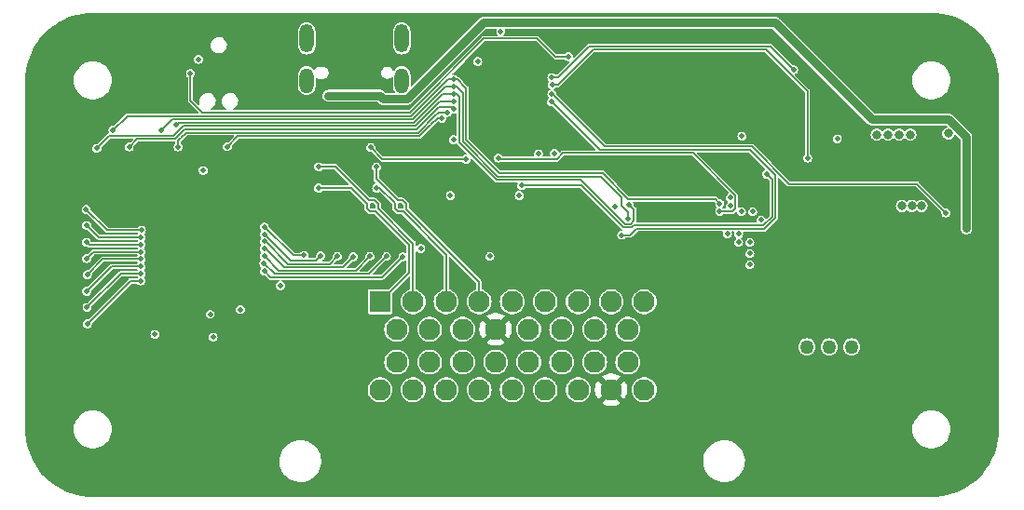
<source format=gbl>
G04 #@! TF.GenerationSoftware,KiCad,Pcbnew,(7.0.0)*
G04 #@! TF.CreationDate,2023-09-28T17:21:21-04:00*
G04 #@! TF.ProjectId,Brytec_InputModuleRev2,42727974-6563-45f4-996e-7075744d6f64,rev?*
G04 #@! TF.SameCoordinates,Original*
G04 #@! TF.FileFunction,Copper,L4,Bot*
G04 #@! TF.FilePolarity,Positive*
%FSLAX46Y46*%
G04 Gerber Fmt 4.6, Leading zero omitted, Abs format (unit mm)*
G04 Created by KiCad (PCBNEW (7.0.0)) date 2023-09-28 17:21:21*
%MOMM*%
%LPD*%
G01*
G04 APERTURE LIST*
G04 #@! TA.AperFunction,ComponentPad*
%ADD10R,1.950000X1.950000*%
G04 #@! TD*
G04 #@! TA.AperFunction,ComponentPad*
%ADD11C,1.950000*%
G04 #@! TD*
G04 #@! TA.AperFunction,ComponentPad*
%ADD12O,1.300000X2.300000*%
G04 #@! TD*
G04 #@! TA.AperFunction,ComponentPad*
%ADD13O,1.300000X2.600000*%
G04 #@! TD*
G04 #@! TA.AperFunction,ComponentPad*
%ADD14C,0.500000*%
G04 #@! TD*
G04 #@! TA.AperFunction,SMDPad,CuDef*
%ADD15R,5.600000X5.600000*%
G04 #@! TD*
G04 #@! TA.AperFunction,ViaPad*
%ADD16C,0.508000*%
G04 #@! TD*
G04 #@! TA.AperFunction,ViaPad*
%ADD17C,0.800000*%
G04 #@! TD*
G04 #@! TA.AperFunction,ViaPad*
%ADD18C,1.270000*%
G04 #@! TD*
G04 #@! TA.AperFunction,Conductor*
%ADD19C,0.152400*%
G04 #@! TD*
G04 #@! TA.AperFunction,Conductor*
%ADD20C,0.200000*%
G04 #@! TD*
G04 #@! TA.AperFunction,Conductor*
%ADD21C,0.762000*%
G04 #@! TD*
G04 APERTURE END LIST*
D10*
X114999999Y-122999999D03*
D11*
X118000000Y-123000000D03*
X121000000Y-123000000D03*
X124000000Y-123000000D03*
X127000000Y-123000000D03*
X130000000Y-123000000D03*
X133000000Y-123000000D03*
X136000000Y-123000000D03*
X139000000Y-123000000D03*
X116500000Y-125500000D03*
X119500000Y-125500000D03*
X122500000Y-125500000D03*
X125500000Y-125500000D03*
X128500000Y-125500000D03*
X131500000Y-125500000D03*
X134500000Y-125500000D03*
X137500000Y-125500000D03*
X116500000Y-128500000D03*
X119500000Y-128500000D03*
X122500000Y-128500000D03*
X125500000Y-128500000D03*
X128500000Y-128500000D03*
X131500000Y-128500000D03*
X134500000Y-128500000D03*
X137500000Y-128500000D03*
X115000000Y-131000000D03*
X118000000Y-131000000D03*
X121000000Y-131000000D03*
X124000000Y-131000000D03*
X127000000Y-131000000D03*
X130000000Y-131000000D03*
X133000000Y-131000000D03*
X136000000Y-131000000D03*
X139000000Y-131000000D03*
D12*
X116966199Y-102883799D03*
D13*
X116966199Y-99058799D03*
D12*
X108326199Y-102883799D03*
D13*
X108326199Y-99058799D03*
D14*
X128678900Y-108094500D03*
X128678900Y-106819500D03*
X128678900Y-105544500D03*
X128678900Y-104269500D03*
X128678900Y-102994500D03*
X127403900Y-108094500D03*
X127403900Y-106819500D03*
X127403900Y-105544500D03*
X127403900Y-104269500D03*
X127403900Y-102994500D03*
X126128900Y-108094500D03*
X126128900Y-106819500D03*
X126128900Y-105544500D03*
D15*
X126128899Y-105544499D03*
D14*
X126128900Y-104269500D03*
X126128900Y-102994500D03*
X124853900Y-108094500D03*
X124853900Y-106819500D03*
X124853900Y-105544500D03*
X124853900Y-104269500D03*
X124853900Y-102994500D03*
X123578900Y-108094500D03*
X123578900Y-106819500D03*
X123578900Y-105544500D03*
X123578900Y-104269500D03*
X123578900Y-102994500D03*
D16*
X142748000Y-119888000D03*
X140716000Y-111252000D03*
X139192000Y-105156000D03*
X141732000Y-110236000D03*
X148336000Y-101600000D03*
X130810000Y-119380000D03*
X97028000Y-103632000D03*
X114300000Y-114300000D03*
D17*
X161047400Y-111636200D03*
D16*
X96012000Y-119126000D03*
X148285200Y-120726200D03*
D17*
X156323000Y-122278800D03*
D16*
X110490000Y-114300000D03*
X141732000Y-111252000D03*
D17*
X161631600Y-115319200D03*
D16*
X96012000Y-119888000D03*
X140716000Y-119888000D03*
X99060000Y-116078000D03*
X150139400Y-114782600D03*
X155448000Y-105664000D03*
X119380000Y-97536000D03*
X101346000Y-119126000D03*
X83820000Y-123444000D03*
X99822000Y-116078000D03*
X119380000Y-98552000D03*
D17*
X160133000Y-120500800D03*
D16*
X97536000Y-116078000D03*
D17*
X163003200Y-110264600D03*
D16*
X96774000Y-116078000D03*
X150368000Y-105156000D03*
X119380000Y-114300000D03*
X108839000Y-111633000D03*
X83820000Y-115316000D03*
X115570000Y-114300000D03*
X123952000Y-115570000D03*
D17*
X158863000Y-119230800D03*
D16*
X100584000Y-116078000D03*
X140716000Y-110236000D03*
X139192000Y-106172000D03*
X101346000Y-116840000D03*
X151384000Y-105156000D03*
X140716000Y-118872000D03*
X139192000Y-108204000D03*
X130810000Y-115570000D03*
X135636000Y-103124000D03*
X130810000Y-118110000D03*
X93472000Y-125984000D03*
X101346000Y-118364000D03*
X141732000Y-118872000D03*
D17*
X155053000Y-122278800D03*
D16*
X136652000Y-133096000D03*
X83820000Y-118364000D03*
X101346000Y-119888000D03*
D17*
X155053000Y-123548800D03*
D16*
X118110000Y-114300000D03*
X139192000Y-107188000D03*
X83820000Y-120396000D03*
X107188000Y-123444000D03*
X123952000Y-118110000D03*
X119380000Y-100584000D03*
X114046000Y-111633000D03*
X83820000Y-121412000D03*
X142748000Y-118872000D03*
X137668000Y-133096000D03*
X142748000Y-111252000D03*
D17*
X158863000Y-120500800D03*
D16*
X113284000Y-111633000D03*
X99822000Y-121412000D03*
X96012000Y-117602000D03*
X142748000Y-110236000D03*
X155448000Y-106680000D03*
X96012000Y-116840000D03*
X135712200Y-118872000D03*
X101346000Y-116078000D03*
D17*
X156323000Y-123548800D03*
D16*
X155448000Y-104648000D03*
X108204000Y-105156000D03*
X100584000Y-121412000D03*
X107188000Y-105156000D03*
D17*
X160514000Y-130914800D03*
D16*
X98298000Y-116078000D03*
X98552000Y-103632000D03*
X109220000Y-114300000D03*
X107950000Y-114300000D03*
X103936800Y-123215400D03*
X83820000Y-122428000D03*
X111760000Y-114300000D03*
X123952000Y-116840000D03*
X134620000Y-103124000D03*
X116840000Y-114300000D03*
X101346000Y-117602000D03*
X83820000Y-124460000D03*
X101346000Y-121412000D03*
X101346000Y-120650000D03*
X98298000Y-121412000D03*
X113030000Y-114300000D03*
X152400000Y-105156000D03*
X106883200Y-108940600D03*
X135636000Y-133096000D03*
X130810000Y-114300000D03*
D17*
X156323000Y-124818800D03*
D16*
X141732000Y-119888000D03*
X83820000Y-125476000D03*
D17*
X155053000Y-124818800D03*
D16*
X96012000Y-118364000D03*
X123952000Y-114300000D03*
X96774000Y-121412000D03*
X119380000Y-99568000D03*
X133604000Y-133096000D03*
X108077000Y-111633000D03*
X99060000Y-121412000D03*
X130810000Y-116840000D03*
X96012000Y-116078000D03*
X83820000Y-114300000D03*
X83820000Y-116332000D03*
D17*
X160133000Y-119230800D03*
D16*
X96012000Y-121412000D03*
D17*
X165467000Y-108791400D03*
X157974000Y-130914800D03*
D16*
X93644507Y-122770900D03*
X97536000Y-121412000D03*
X98856800Y-109459100D03*
X133604000Y-103124000D03*
X83820000Y-117348000D03*
X96012000Y-120650000D03*
X130048000Y-98552000D03*
D17*
X159244000Y-130914800D03*
D16*
X83820000Y-119380000D03*
D17*
X161784000Y-130914800D03*
D16*
X107188000Y-124968000D03*
X134620000Y-133096000D03*
X117779800Y-108560100D03*
X129387600Y-109550200D03*
X118694200Y-118160800D03*
X136315614Y-114319920D03*
D17*
X161149000Y-107800800D03*
D16*
X121666000Y-108254800D03*
X130835400Y-109499400D03*
D17*
X160133000Y-107800800D03*
X166635400Y-107696000D03*
D16*
X147878800Y-107924600D03*
D17*
X162165000Y-107800800D03*
X163181000Y-107800800D03*
D16*
X156540200Y-108178600D03*
X124968000Y-118872000D03*
X125958600Y-98399600D03*
X98501200Y-100939600D03*
X123875800Y-101142800D03*
X127635000Y-113334800D03*
X102295897Y-123713303D03*
D17*
X163308000Y-114277800D03*
D16*
X98907600Y-111059300D03*
X121386600Y-113334800D03*
X99822000Y-126212600D03*
D17*
X164197000Y-114277800D03*
X162419000Y-114277800D03*
D16*
X99556189Y-124129800D03*
X104470200Y-120218200D03*
X117068600Y-118897400D03*
X115570000Y-118872000D03*
X104436316Y-119502522D03*
X104473150Y-118843650D03*
X114071400Y-118872000D03*
X104481016Y-118173016D03*
X112572800Y-118897400D03*
X104469539Y-117513214D03*
X111099600Y-118872000D03*
X104470302Y-116853312D03*
X109601000Y-118821200D03*
X104470166Y-116193410D03*
X108102400Y-118770400D03*
X88290400Y-114604800D03*
X93303377Y-116487295D03*
X93268800Y-117146291D03*
X88341200Y-116052600D03*
X88315800Y-117576600D03*
X93268800Y-117806194D03*
X88341200Y-119075200D03*
X93268800Y-118466097D03*
X88392000Y-120548400D03*
X93268800Y-119126000D03*
X93268800Y-119785903D03*
X88341200Y-122047000D03*
X93268800Y-120445806D03*
X88366600Y-123520200D03*
X93268800Y-121105709D03*
X88392000Y-125018800D03*
X147828000Y-114808000D03*
X148590000Y-119634000D03*
X148590000Y-118618000D03*
X148590000Y-117602000D03*
X146812000Y-113538000D03*
X146558000Y-116840000D03*
D18*
X157847000Y-127104800D03*
D16*
X147574000Y-117602000D03*
X148844000Y-114808000D03*
X147574000Y-116840000D03*
X146812000Y-114300000D03*
D18*
X155815000Y-127104800D03*
D16*
X105943400Y-121539000D03*
X149606000Y-115570000D03*
X94538800Y-125958600D03*
D18*
X153783000Y-127104800D03*
D16*
X114681000Y-112649000D03*
X114655600Y-110744000D03*
X109423200Y-112649000D03*
X109423200Y-110718600D03*
X97764600Y-102235000D03*
X132120103Y-100699097D03*
X114985800Y-104267000D03*
X168249600Y-115392200D03*
X168249600Y-114350800D03*
X168249600Y-116332000D03*
X110286800Y-104241600D03*
X122809000Y-110032800D03*
X114147600Y-108966000D03*
X121717300Y-104794689D03*
X89255600Y-109042200D03*
X121666000Y-102768400D03*
X145862000Y-114065000D03*
X90723400Y-107391200D03*
X121717300Y-105454592D03*
X92202000Y-108915200D03*
X96427094Y-106882700D03*
X137607000Y-114141200D03*
X121670468Y-104136452D03*
X95121247Y-107414347D03*
X121655303Y-103439497D03*
X137566400Y-115443000D03*
X121140567Y-105775294D03*
X96647000Y-108915200D03*
X120599200Y-106299000D03*
X101117400Y-108889800D03*
X130606800Y-104114600D03*
X166420800Y-114909600D03*
X150114000Y-111379000D03*
X127878900Y-112408400D03*
X130606800Y-102590600D03*
X152577800Y-101879400D03*
X153847800Y-109931200D03*
X130636536Y-103255336D03*
X136953944Y-116938744D03*
X130581400Y-104812400D03*
X145862000Y-114776200D03*
X125730000Y-109931200D03*
D19*
X117068600Y-118897400D02*
X115189000Y-120777000D01*
X115189000Y-120777000D02*
X105029000Y-120777000D01*
X105029000Y-120777000D02*
X104470200Y-120218200D01*
X105405994Y-120472200D02*
X104436316Y-119502522D01*
X113969800Y-120472200D02*
X105405994Y-120472200D01*
X115570000Y-118872000D02*
X113969800Y-120472200D01*
X112776000Y-120167400D02*
X105796900Y-120167400D01*
X114071400Y-118872000D02*
X112776000Y-120167400D01*
X105796900Y-120167400D02*
X104473150Y-118843650D01*
X111607600Y-119862600D02*
X106273600Y-119862600D01*
X104584016Y-118173016D02*
X104481016Y-118173016D01*
X112572800Y-118897400D02*
X111607600Y-119862600D01*
X106273600Y-119862600D02*
X104584016Y-118173016D01*
X111099600Y-118872000D02*
X110413800Y-119557800D01*
X106654600Y-119557800D02*
X104610014Y-117513214D01*
X110413800Y-119557800D02*
X106654600Y-119557800D01*
X104610014Y-117513214D02*
X104469539Y-117513214D01*
X104508912Y-116853312D02*
X104470302Y-116853312D01*
X109601000Y-118821200D02*
X109169200Y-119253000D01*
X106908600Y-119253000D02*
X104508912Y-116853312D01*
X109169200Y-119253000D02*
X106908600Y-119253000D01*
X108102400Y-118770400D02*
X107111052Y-118770400D01*
X107111052Y-118770400D02*
X104534062Y-116193410D01*
X104534062Y-116193410D02*
X104470166Y-116193410D01*
X90170000Y-116484400D02*
X93300482Y-116484400D01*
X93300482Y-116484400D02*
X93303377Y-116487295D01*
X88290400Y-114604800D02*
X90170000Y-116484400D01*
X88341200Y-116052600D02*
X89433400Y-117144800D01*
X89433400Y-117144800D02*
X93267309Y-117144800D01*
X93267309Y-117144800D02*
X93268800Y-117146291D01*
X88315800Y-117576600D02*
X88569800Y-117830600D01*
X93244394Y-117830600D02*
X93268800Y-117806194D01*
X88569800Y-117830600D02*
X93244394Y-117830600D01*
X88950303Y-118466097D02*
X93268800Y-118466097D01*
X88341200Y-119075200D02*
X88950303Y-118466097D01*
X88392000Y-120548400D02*
X89814400Y-119126000D01*
X89814400Y-119126000D02*
X93268800Y-119126000D01*
X88341200Y-122047000D02*
X90602297Y-119785903D01*
X90602297Y-119785903D02*
X93268800Y-119785903D01*
X88366600Y-123520200D02*
X91440994Y-120445806D01*
X91440994Y-120445806D02*
X93268800Y-120445806D01*
X92305091Y-121105709D02*
X93268800Y-121105709D01*
X88392000Y-125018800D02*
X92305091Y-121105709D01*
D20*
X121000000Y-123000000D02*
X121000000Y-118714000D01*
X117092400Y-114806400D02*
X116630242Y-114806400D01*
X114960400Y-112649000D02*
X114681000Y-112649000D01*
X116630242Y-114806400D02*
X116333600Y-114509758D01*
X121000000Y-118714000D02*
X117092400Y-114806400D01*
X116333600Y-114509758D02*
X116333600Y-114022200D01*
X116333600Y-114022200D02*
X114960400Y-112649000D01*
X116603369Y-113793600D02*
X114655600Y-111845831D01*
X124000000Y-123000000D02*
X124000000Y-121206000D01*
X117373400Y-114117242D02*
X117049758Y-113793600D01*
X117373400Y-114579400D02*
X117373400Y-114117242D01*
X117049758Y-113793600D02*
X116603369Y-113793600D01*
X124000000Y-121206000D02*
X117373400Y-114579400D01*
X114655600Y-111845831D02*
X114655600Y-110744000D01*
X117647600Y-117849326D02*
X114604674Y-114806400D01*
X113792000Y-114508158D02*
X113792000Y-114071400D01*
X112369600Y-112649000D02*
X109423200Y-112649000D01*
X114604674Y-114806400D02*
X114090242Y-114806400D01*
X115000000Y-123000000D02*
X117647600Y-120352400D01*
X114090242Y-114806400D02*
X113792000Y-114508158D01*
X117647600Y-120352400D02*
X117647600Y-117849326D01*
X113792000Y-114071400D02*
X112369600Y-112649000D01*
X118000000Y-123000000D02*
X118000000Y-117703358D01*
X114806400Y-114509758D02*
X114806400Y-114090242D01*
X118000000Y-117703358D02*
X114806400Y-114509758D01*
X114806400Y-114090242D02*
X114509758Y-113793600D01*
X114509758Y-113793600D02*
X114012568Y-113793600D01*
X114012568Y-113793600D02*
X110937568Y-110718600D01*
X110937568Y-110718600D02*
X109423200Y-110718600D01*
D19*
X117703600Y-105791000D02*
X98856800Y-105791000D01*
X98856800Y-105791000D02*
X97764600Y-104698800D01*
X124434600Y-99060000D02*
X117703600Y-105791000D01*
X130899697Y-100699097D02*
X129260600Y-99060000D01*
X129260600Y-99060000D02*
X124434600Y-99060000D01*
X132120103Y-100699097D02*
X130899697Y-100699097D01*
X97764600Y-104698800D02*
X97764600Y-102235000D01*
D21*
X159680200Y-106426000D02*
X150866400Y-97612200D01*
X110286800Y-104241600D02*
X114960400Y-104241600D01*
X117456380Y-104567200D02*
X115286000Y-104567200D01*
X168275000Y-108015573D02*
X166685427Y-106426000D01*
X114960400Y-104241600D02*
X114985800Y-104267000D01*
X166685427Y-106426000D02*
X159680200Y-106426000D01*
X168275000Y-116306600D02*
X168275000Y-108015573D01*
X115286000Y-104567200D02*
X114985800Y-104267000D01*
X124411380Y-97612200D02*
X117456380Y-104567200D01*
X168249600Y-116332000D02*
X168275000Y-116306600D01*
X150866400Y-97612200D02*
X124411380Y-97612200D01*
D19*
X114147600Y-108966000D02*
X115214400Y-110032800D01*
X115214400Y-110032800D02*
X122809000Y-110032800D01*
X90400853Y-107896947D02*
X89255600Y-109042200D01*
X120424119Y-104794689D02*
X120089704Y-105129104D01*
X96242853Y-107896947D02*
X95072200Y-107896947D01*
X117956104Y-107010200D02*
X97129600Y-107010200D01*
X97129600Y-107010200D02*
X96926400Y-107213400D01*
X120089704Y-105129104D02*
X118208608Y-107010200D01*
X95072200Y-107896947D02*
X90400853Y-107896947D01*
X118208608Y-107010200D02*
X117956104Y-107010200D01*
X121717300Y-104794689D02*
X120424119Y-104794689D01*
X96926400Y-107213400D02*
X96242853Y-107896947D01*
X122809000Y-103581200D02*
X122809000Y-108281800D01*
X122809000Y-108281800D02*
X125830000Y-111302800D01*
X137555452Y-113658600D02*
X145455600Y-113658600D01*
X125830000Y-111302800D02*
X135199652Y-111302800D01*
X121996200Y-102768400D02*
X122809000Y-103581200D01*
X92018800Y-106095800D02*
X117829852Y-106095800D01*
X121157252Y-102768400D02*
X121666000Y-102768400D01*
X121666000Y-102768400D02*
X121996200Y-102768400D01*
X145455600Y-113658600D02*
X145862000Y-114065000D01*
X90723400Y-107391200D02*
X92018800Y-106095800D01*
X117829852Y-106095800D02*
X121157252Y-102768400D01*
X135199652Y-111302800D02*
X137555452Y-113658600D01*
X96369105Y-108201747D02*
X94945948Y-108201747D01*
X121717300Y-105454592D02*
X121555402Y-105292694D01*
X118334860Y-107315000D02*
X118082356Y-107315000D01*
X94945948Y-108201747D02*
X92915453Y-108201747D01*
X92915453Y-108201747D02*
X92202000Y-108915200D01*
X120025830Y-105624030D02*
X118334860Y-107315000D01*
X118082356Y-107315000D02*
X97255852Y-107315000D01*
X120357166Y-105292694D02*
X120025830Y-105624030D01*
X121555402Y-105292694D02*
X120357166Y-105292694D01*
X97255852Y-107315000D02*
X96369105Y-108201747D01*
X133226300Y-111912400D02*
X137239500Y-115925600D01*
X125577496Y-111912400D02*
X133226300Y-111912400D01*
X120651304Y-104136452D02*
X121670468Y-104136452D01*
X118082356Y-106705400D02*
X120651304Y-104136452D01*
X121670468Y-104136452D02*
X121967252Y-104136452D01*
X138049000Y-115642900D02*
X138049000Y-114583200D01*
X96604394Y-106705400D02*
X118082356Y-106705400D01*
X96427094Y-106882700D02*
X96604394Y-106705400D01*
X137239500Y-115925600D02*
X137766300Y-115925600D01*
X121967252Y-104136452D02*
X122199400Y-104368600D01*
X138049000Y-114583200D02*
X137607000Y-114141200D01*
X137766300Y-115925600D02*
X138049000Y-115642900D01*
X122199400Y-104368600D02*
X122199400Y-108534304D01*
X122199400Y-108534304D02*
X125577496Y-111912400D01*
X135073400Y-111607600D02*
X136942200Y-113476400D01*
X136929500Y-114250600D02*
X137566400Y-114887500D01*
X121930697Y-103439497D02*
X122504200Y-104013000D01*
X117956104Y-106400600D02*
X120917207Y-103439497D01*
X95121247Y-107414347D02*
X96134994Y-106400600D01*
X136942200Y-113476400D02*
X136929500Y-113489100D01*
X136929500Y-113489100D02*
X136929500Y-114250600D01*
X137566400Y-114887500D02*
X137566400Y-115443000D01*
X120917207Y-103439497D02*
X121655303Y-103439497D01*
X121655303Y-103439497D02*
X121930697Y-103439497D01*
X122504200Y-108408052D02*
X125703748Y-111607600D01*
X122504200Y-104013000D02*
X122504200Y-108408052D01*
X96134994Y-106400600D02*
X117956104Y-106400600D01*
X125703748Y-111607600D02*
X135073400Y-111607600D01*
X96912952Y-108088952D02*
X96647000Y-108354904D01*
X121140567Y-105775294D02*
X120305618Y-105775294D01*
X118461112Y-107619800D02*
X117983000Y-107619800D01*
X97382104Y-107619800D02*
X96912952Y-108088952D01*
X96647000Y-108354904D02*
X96647000Y-108915200D01*
X120305618Y-105775294D02*
X119949256Y-106131656D01*
X119949256Y-106131656D02*
X118461112Y-107619800D01*
X117983000Y-107619800D02*
X97382104Y-107619800D01*
X120599200Y-106299000D02*
X120212964Y-106299000D01*
X119580582Y-106931382D02*
X118587364Y-107924600D01*
X118110000Y-107924600D02*
X102082600Y-107924600D01*
X118587364Y-107924600D02*
X118110000Y-107924600D01*
X120212964Y-106299000D02*
X119580582Y-106931382D01*
X102082600Y-107924600D02*
X101117400Y-108889800D01*
X130683000Y-104114600D02*
X130606800Y-104114600D01*
X135432800Y-108864400D02*
X130683000Y-104114600D01*
X163801400Y-112290200D02*
X152177974Y-112290200D01*
X148752174Y-108864400D02*
X135432800Y-108864400D01*
X166420800Y-114909600D02*
X163801400Y-112290200D01*
X152177974Y-112290200D02*
X148752174Y-108864400D01*
X150114000Y-111379000D02*
X150622000Y-111887000D01*
X133291248Y-112408400D02*
X127878900Y-112408400D01*
X150622000Y-115236500D02*
X149805900Y-116052600D01*
X149805900Y-116052600D02*
X138070352Y-116052600D01*
X137892552Y-116230400D02*
X137113248Y-116230400D01*
X138070352Y-116052600D02*
X137892552Y-116230400D01*
X150622000Y-111887000D02*
X150622000Y-115236500D01*
X137113248Y-116230400D02*
X133291248Y-112408400D01*
X150469600Y-99771200D02*
X152577800Y-101879400D01*
X133985000Y-99771200D02*
X150469600Y-99771200D01*
X130606800Y-102590600D02*
X131165600Y-102590600D01*
X131165600Y-102590600D02*
X133985000Y-99771200D01*
X153847800Y-103860600D02*
X153847800Y-109931200D01*
X134362700Y-100076000D02*
X150063200Y-100076000D01*
X150063200Y-100076000D02*
X153847800Y-103860600D01*
X130636536Y-103255336D02*
X131183364Y-103255336D01*
X131183364Y-103255336D02*
X134362700Y-100076000D01*
X137721656Y-116938744D02*
X138303000Y-116357400D01*
X150926800Y-111506000D02*
X148590000Y-109169200D01*
X134950200Y-109169200D02*
X130593400Y-104812400D01*
X136953944Y-116938744D02*
X137721656Y-116938744D01*
X150926800Y-115362752D02*
X150926800Y-111506000D01*
X149881352Y-116408200D02*
X150926800Y-115362752D01*
X148590000Y-109169200D02*
X134950200Y-109169200D01*
X147853400Y-116357400D02*
X147904200Y-116408200D01*
X138303000Y-116357400D02*
X147853400Y-116357400D01*
X130593400Y-104812400D02*
X130581400Y-104812400D01*
X147904200Y-116408200D02*
X149881352Y-116408200D01*
X147294600Y-114528600D02*
X147294600Y-113338100D01*
X145862000Y-114776200D02*
X145868400Y-114782600D01*
X145868400Y-114782600D02*
X147040600Y-114782600D01*
X125831600Y-110032800D02*
X125730000Y-109931200D01*
X131064000Y-110032800D02*
X125831600Y-110032800D01*
X147294600Y-113338100D02*
X143430500Y-109474000D01*
X143430500Y-109474000D02*
X131622800Y-109474000D01*
X131622800Y-109474000D02*
X131064000Y-110032800D01*
X147040600Y-114782600D02*
X147294600Y-114528600D01*
G04 #@! TA.AperFunction,Conductor*
G36*
X116942633Y-114052224D02*
G01*
X116967029Y-114068526D01*
X117098474Y-114199971D01*
X117114776Y-114224367D01*
X117120500Y-114253145D01*
X117120500Y-114478300D01*
X117110425Y-114515900D01*
X117082900Y-114543425D01*
X117045300Y-114553500D01*
X116766145Y-114553500D01*
X116737367Y-114547776D01*
X116712971Y-114531474D01*
X116608526Y-114427029D01*
X116592224Y-114402633D01*
X116586500Y-114373855D01*
X116586500Y-114121700D01*
X116596575Y-114084100D01*
X116624100Y-114056575D01*
X116661700Y-114046500D01*
X116913855Y-114046500D01*
X116942633Y-114052224D01*
G37*
G04 #@! TD.AperFunction*
G04 #@! TA.AperFunction,Conductor*
G36*
X114402633Y-114052224D02*
G01*
X114427029Y-114068526D01*
X114531474Y-114172971D01*
X114547776Y-114197367D01*
X114553500Y-114226145D01*
X114553500Y-114477442D01*
X114552050Y-114492133D01*
X114551879Y-114492998D01*
X114525825Y-114536439D01*
X114478129Y-114553500D01*
X114226145Y-114553500D01*
X114197367Y-114547776D01*
X114172970Y-114531474D01*
X114066925Y-114425428D01*
X114050624Y-114401032D01*
X114044900Y-114372254D01*
X114044900Y-114121700D01*
X114054975Y-114084100D01*
X114082500Y-114056575D01*
X114120100Y-114046500D01*
X114373855Y-114046500D01*
X114402633Y-114052224D01*
G37*
G04 #@! TD.AperFunction*
G04 #@! TA.AperFunction,Conductor*
G36*
X148492734Y-109404024D02*
G01*
X148517130Y-109420326D01*
X149977963Y-110881159D01*
X149999063Y-110922569D01*
X149991793Y-110968472D01*
X149958930Y-111001336D01*
X149877128Y-111043017D01*
X149877122Y-111043020D01*
X149871849Y-111045708D01*
X149867662Y-111049894D01*
X149867659Y-111049897D01*
X149784897Y-111132659D01*
X149784894Y-111132662D01*
X149780708Y-111136849D01*
X149778021Y-111142121D01*
X149778019Y-111142125D01*
X149724877Y-111246420D01*
X149724874Y-111246426D01*
X149722191Y-111251694D01*
X149721266Y-111257533D01*
X149721264Y-111257540D01*
X149702954Y-111373153D01*
X149702028Y-111379000D01*
X149702954Y-111384847D01*
X149721264Y-111500459D01*
X149721265Y-111500464D01*
X149722191Y-111506306D01*
X149724875Y-111511574D01*
X149724877Y-111511579D01*
X149765917Y-111592123D01*
X149780708Y-111621151D01*
X149871849Y-111712292D01*
X149910316Y-111731892D01*
X149981420Y-111768122D01*
X149981421Y-111768122D01*
X149986694Y-111770809D01*
X149992539Y-111771734D01*
X149992540Y-111771735D01*
X150108153Y-111790046D01*
X150114000Y-111790972D01*
X150152106Y-111784936D01*
X150187103Y-111787690D01*
X150217040Y-111806036D01*
X150370874Y-111959870D01*
X150387176Y-111984266D01*
X150392900Y-112013044D01*
X150392900Y-115110456D01*
X150387176Y-115139234D01*
X150370876Y-115163627D01*
X150102724Y-115431778D01*
X150061316Y-115452877D01*
X150015412Y-115445607D01*
X149982548Y-115412743D01*
X149963284Y-115374935D01*
X149939292Y-115327849D01*
X149848151Y-115236708D01*
X149842874Y-115234019D01*
X149738579Y-115180877D01*
X149738574Y-115180875D01*
X149733306Y-115178191D01*
X149727464Y-115177265D01*
X149727459Y-115177264D01*
X149611847Y-115158954D01*
X149606000Y-115158028D01*
X149600153Y-115158954D01*
X149484540Y-115177264D01*
X149484533Y-115177266D01*
X149478694Y-115178191D01*
X149473426Y-115180874D01*
X149473420Y-115180877D01*
X149369125Y-115234019D01*
X149369121Y-115234021D01*
X149363849Y-115236708D01*
X149359662Y-115240894D01*
X149359659Y-115240897D01*
X149276897Y-115323659D01*
X149276894Y-115323662D01*
X149272708Y-115327849D01*
X149270021Y-115333121D01*
X149270019Y-115333125D01*
X149216877Y-115437420D01*
X149216874Y-115437426D01*
X149214191Y-115442694D01*
X149213266Y-115448533D01*
X149213264Y-115448540D01*
X149194954Y-115564153D01*
X149194028Y-115570000D01*
X149194954Y-115575847D01*
X149213264Y-115691459D01*
X149213265Y-115691464D01*
X149214191Y-115697306D01*
X149216876Y-115702576D01*
X149216877Y-115702578D01*
X149222778Y-115714158D01*
X149229332Y-115763934D01*
X149203100Y-115806741D01*
X149155775Y-115823500D01*
X138338212Y-115823500D01*
X138292955Y-115808357D01*
X138265925Y-115769027D01*
X138267766Y-115726858D01*
X138267661Y-115726842D01*
X138267807Y-115725915D01*
X138267806Y-115725915D01*
X138269011Y-115718313D01*
X138274588Y-115699484D01*
X138278100Y-115691597D01*
X138278100Y-115666846D01*
X138279026Y-115655082D01*
X138282897Y-115630642D01*
X138280661Y-115622300D01*
X138278100Y-115602838D01*
X138278100Y-114591160D01*
X138278203Y-114587225D01*
X138278498Y-114581584D01*
X138280334Y-114546560D01*
X138271464Y-114523453D01*
X138268115Y-114512146D01*
X138267607Y-114509758D01*
X138262969Y-114487935D01*
X138258322Y-114481539D01*
X138258321Y-114481536D01*
X138257890Y-114480942D01*
X138248526Y-114463698D01*
X138245432Y-114455636D01*
X138227932Y-114438136D01*
X138220268Y-114429163D01*
X138214047Y-114420600D01*
X138205722Y-114409142D01*
X138198239Y-114404821D01*
X138182671Y-114392875D01*
X138034036Y-114244239D01*
X138015691Y-114214303D01*
X138012937Y-114179300D01*
X138013012Y-114178831D01*
X138018972Y-114141200D01*
X138017091Y-114129325D01*
X137999735Y-114019740D01*
X137999734Y-114019739D01*
X137998809Y-114013894D01*
X137990221Y-113997040D01*
X137983668Y-113947266D01*
X138009900Y-113904459D01*
X138057225Y-113887700D01*
X145329556Y-113887700D01*
X145358334Y-113893424D01*
X145382730Y-113909726D01*
X145434962Y-113961958D01*
X145453307Y-113991893D01*
X145456062Y-114026893D01*
X145450028Y-114065000D01*
X145450954Y-114070847D01*
X145469264Y-114186459D01*
X145469265Y-114186464D01*
X145470191Y-114192306D01*
X145472875Y-114197574D01*
X145472877Y-114197579D01*
X145516241Y-114282684D01*
X145528708Y-114307151D01*
X145532897Y-114311340D01*
X145588983Y-114367426D01*
X145608447Y-114401137D01*
X145608447Y-114440063D01*
X145588983Y-114473774D01*
X145532897Y-114529859D01*
X145532894Y-114529862D01*
X145528708Y-114534049D01*
X145526021Y-114539321D01*
X145526019Y-114539325D01*
X145472877Y-114643620D01*
X145472874Y-114643626D01*
X145470191Y-114648894D01*
X145469266Y-114654733D01*
X145469264Y-114654740D01*
X145450954Y-114770353D01*
X145450028Y-114776200D01*
X145450954Y-114782047D01*
X145469264Y-114897659D01*
X145469265Y-114897664D01*
X145470191Y-114903506D01*
X145472875Y-114908774D01*
X145472877Y-114908779D01*
X145526019Y-115013074D01*
X145528708Y-115018351D01*
X145619849Y-115109492D01*
X145674036Y-115137102D01*
X145729420Y-115165322D01*
X145729421Y-115165322D01*
X145734694Y-115168009D01*
X145740539Y-115168934D01*
X145740540Y-115168935D01*
X145856153Y-115187246D01*
X145862000Y-115188172D01*
X145908060Y-115180877D01*
X145983459Y-115168935D01*
X145983458Y-115168935D01*
X145989306Y-115168009D01*
X146104151Y-115109492D01*
X146179916Y-115033726D01*
X146204313Y-115017424D01*
X146233091Y-115011700D01*
X147032640Y-115011700D01*
X147036576Y-115011803D01*
X147077239Y-115013934D01*
X147085570Y-115010736D01*
X147100338Y-115005067D01*
X147111653Y-115001714D01*
X147135865Y-114996569D01*
X147142848Y-114991494D01*
X147160107Y-114982124D01*
X147168164Y-114979032D01*
X147179583Y-114967613D01*
X147185662Y-114961533D01*
X147194636Y-114953867D01*
X147214658Y-114939322D01*
X147218975Y-114931843D01*
X147230923Y-114916271D01*
X147301164Y-114846030D01*
X147336781Y-114826084D01*
X147377574Y-114827687D01*
X147411518Y-114850367D01*
X147428610Y-114887442D01*
X147435264Y-114929459D01*
X147435265Y-114929464D01*
X147436191Y-114935306D01*
X147438875Y-114940574D01*
X147438877Y-114940579D01*
X147478505Y-115018351D01*
X147494708Y-115050151D01*
X147585849Y-115141292D01*
X147633010Y-115165322D01*
X147695420Y-115197122D01*
X147695421Y-115197122D01*
X147700694Y-115199809D01*
X147706539Y-115200734D01*
X147706540Y-115200735D01*
X147822153Y-115219046D01*
X147828000Y-115219972D01*
X147955306Y-115199809D01*
X148070151Y-115141292D01*
X148161292Y-115050151D01*
X148219809Y-114935306D01*
X148238631Y-114816469D01*
X148239046Y-114813847D01*
X148239972Y-114808000D01*
X148432028Y-114808000D01*
X148432954Y-114813847D01*
X148451264Y-114929459D01*
X148451265Y-114929464D01*
X148452191Y-114935306D01*
X148454875Y-114940574D01*
X148454877Y-114940579D01*
X148494505Y-115018351D01*
X148510708Y-115050151D01*
X148601849Y-115141292D01*
X148649010Y-115165322D01*
X148711420Y-115197122D01*
X148711421Y-115197122D01*
X148716694Y-115199809D01*
X148722539Y-115200734D01*
X148722540Y-115200735D01*
X148838153Y-115219046D01*
X148844000Y-115219972D01*
X148971306Y-115199809D01*
X149086151Y-115141292D01*
X149177292Y-115050151D01*
X149235809Y-114935306D01*
X149254631Y-114816469D01*
X149255046Y-114813847D01*
X149255972Y-114808000D01*
X149251065Y-114777020D01*
X149236735Y-114686540D01*
X149236734Y-114686539D01*
X149235809Y-114680694D01*
X149232191Y-114673594D01*
X149207481Y-114625099D01*
X149177292Y-114565849D01*
X149086151Y-114474708D01*
X149080874Y-114472019D01*
X148976579Y-114418877D01*
X148976574Y-114418875D01*
X148971306Y-114416191D01*
X148965464Y-114415265D01*
X148965459Y-114415264D01*
X148849847Y-114396954D01*
X148844000Y-114396028D01*
X148838153Y-114396954D01*
X148722540Y-114415264D01*
X148722533Y-114415266D01*
X148716694Y-114416191D01*
X148711426Y-114418874D01*
X148711420Y-114418877D01*
X148607125Y-114472019D01*
X148607121Y-114472021D01*
X148601849Y-114474708D01*
X148597662Y-114478894D01*
X148597659Y-114478897D01*
X148514897Y-114561659D01*
X148514894Y-114561662D01*
X148510708Y-114565849D01*
X148508021Y-114571121D01*
X148508019Y-114571125D01*
X148454877Y-114675420D01*
X148454874Y-114675426D01*
X148452191Y-114680694D01*
X148451266Y-114686533D01*
X148451264Y-114686540D01*
X148436900Y-114777239D01*
X148432028Y-114808000D01*
X148239972Y-114808000D01*
X148235065Y-114777020D01*
X148220735Y-114686540D01*
X148220734Y-114686539D01*
X148219809Y-114680694D01*
X148216191Y-114673594D01*
X148191481Y-114625099D01*
X148161292Y-114565849D01*
X148070151Y-114474708D01*
X148064874Y-114472019D01*
X147960579Y-114418877D01*
X147960574Y-114418875D01*
X147955306Y-114416191D01*
X147949464Y-114415265D01*
X147949459Y-114415264D01*
X147833847Y-114396954D01*
X147828000Y-114396028D01*
X147822153Y-114396954D01*
X147706540Y-114415264D01*
X147706533Y-114415266D01*
X147700694Y-114416191D01*
X147695424Y-114418875D01*
X147695418Y-114418878D01*
X147633041Y-114450662D01*
X147583265Y-114457216D01*
X147540459Y-114430984D01*
X147523700Y-114383659D01*
X147523700Y-113346067D01*
X147523803Y-113342132D01*
X147524187Y-113334800D01*
X147525934Y-113301461D01*
X147517065Y-113278357D01*
X147513714Y-113267043D01*
X147508569Y-113242835D01*
X147503924Y-113236441D01*
X147503922Y-113236437D01*
X147503490Y-113235842D01*
X147494126Y-113218598D01*
X147491032Y-113210536D01*
X147473531Y-113193035D01*
X147465868Y-113184063D01*
X147455968Y-113170437D01*
X147451322Y-113164042D01*
X147443835Y-113159719D01*
X147428269Y-113147773D01*
X143807171Y-109526674D01*
X143786590Y-109488171D01*
X143790869Y-109444722D01*
X143818566Y-109410973D01*
X143860345Y-109398300D01*
X148463956Y-109398300D01*
X148492734Y-109404024D01*
G37*
G04 #@! TD.AperFunction*
G04 #@! TA.AperFunction,Conductor*
G36*
X129163334Y-99294824D02*
G01*
X129187730Y-99311126D01*
X130732057Y-100855453D01*
X130734767Y-100858308D01*
X130762027Y-100888583D01*
X130784643Y-100898652D01*
X130795001Y-100904277D01*
X130809130Y-100913453D01*
X130809132Y-100913453D01*
X130815760Y-100917758D01*
X130824282Y-100919107D01*
X130843111Y-100924684D01*
X130851000Y-100928197D01*
X130875751Y-100928197D01*
X130887514Y-100929122D01*
X130911955Y-100932994D01*
X130920296Y-100930758D01*
X130939759Y-100928197D01*
X131742612Y-100928197D01*
X131771390Y-100933921D01*
X131795785Y-100950222D01*
X131877952Y-101032389D01*
X131934220Y-101061059D01*
X131987523Y-101088219D01*
X131987524Y-101088219D01*
X131992797Y-101090906D01*
X131998642Y-101091831D01*
X131998643Y-101091832D01*
X132114256Y-101110143D01*
X132120103Y-101111069D01*
X132130373Y-101109442D01*
X132176277Y-101116712D01*
X132209141Y-101149575D01*
X132216412Y-101195479D01*
X132195312Y-101236890D01*
X131092729Y-102339474D01*
X131068333Y-102355776D01*
X131039555Y-102361500D01*
X130984291Y-102361500D01*
X130955513Y-102355776D01*
X130931117Y-102339474D01*
X130853140Y-102261497D01*
X130848951Y-102257308D01*
X130816645Y-102240847D01*
X130739379Y-102201477D01*
X130739374Y-102201475D01*
X130734106Y-102198791D01*
X130728264Y-102197865D01*
X130728259Y-102197864D01*
X130612647Y-102179554D01*
X130606800Y-102178628D01*
X130600953Y-102179554D01*
X130485340Y-102197864D01*
X130485333Y-102197866D01*
X130479494Y-102198791D01*
X130474226Y-102201474D01*
X130474220Y-102201477D01*
X130369925Y-102254619D01*
X130369921Y-102254621D01*
X130364649Y-102257308D01*
X130360462Y-102261494D01*
X130360459Y-102261497D01*
X130277697Y-102344259D01*
X130277694Y-102344262D01*
X130273508Y-102348449D01*
X130270821Y-102353721D01*
X130270819Y-102353725D01*
X130217677Y-102458020D01*
X130217674Y-102458026D01*
X130214991Y-102463294D01*
X130214066Y-102469133D01*
X130214064Y-102469140D01*
X130198361Y-102568292D01*
X130194828Y-102590600D01*
X130195754Y-102596447D01*
X130214064Y-102712059D01*
X130214065Y-102712064D01*
X130214991Y-102717906D01*
X130217675Y-102723174D01*
X130217677Y-102723179D01*
X130270819Y-102827474D01*
X130273508Y-102832751D01*
X130277697Y-102836940D01*
X130325418Y-102884661D01*
X130344881Y-102918371D01*
X130344882Y-102957297D01*
X130325420Y-102991008D01*
X130307427Y-103009001D01*
X130307424Y-103009004D01*
X130303244Y-103013185D01*
X130300560Y-103018451D01*
X130300558Y-103018455D01*
X130247413Y-103122756D01*
X130247410Y-103122762D01*
X130244727Y-103128030D01*
X130243802Y-103133869D01*
X130243800Y-103133876D01*
X130230412Y-103218411D01*
X130224564Y-103255336D01*
X130225490Y-103261183D01*
X130243800Y-103376795D01*
X130243801Y-103376800D01*
X130244727Y-103382642D01*
X130247411Y-103387910D01*
X130247413Y-103387915D01*
X130300555Y-103492210D01*
X130303244Y-103497487D01*
X130394385Y-103588628D01*
X130436863Y-103610271D01*
X130437091Y-103610388D01*
X130467070Y-103638100D01*
X130478151Y-103677392D01*
X130467070Y-103716683D01*
X130437092Y-103744395D01*
X130369928Y-103778617D01*
X130369922Y-103778620D01*
X130364649Y-103781308D01*
X130360462Y-103785494D01*
X130360459Y-103785497D01*
X130277697Y-103868259D01*
X130277694Y-103868262D01*
X130273508Y-103872449D01*
X130270821Y-103877721D01*
X130270819Y-103877725D01*
X130217677Y-103982020D01*
X130217674Y-103982026D01*
X130214991Y-103987294D01*
X130214066Y-103993133D01*
X130214064Y-103993140D01*
X130200768Y-104077095D01*
X130194828Y-104114600D01*
X130195754Y-104120447D01*
X130214064Y-104236059D01*
X130214065Y-104236064D01*
X130214991Y-104241906D01*
X130217675Y-104247174D01*
X130217677Y-104247179D01*
X130270819Y-104351474D01*
X130273508Y-104356751D01*
X130277697Y-104360940D01*
X130314383Y-104397626D01*
X130333847Y-104431337D01*
X130333847Y-104470263D01*
X130314383Y-104503974D01*
X130252297Y-104566059D01*
X130252294Y-104566062D01*
X130248108Y-104570249D01*
X130245421Y-104575521D01*
X130245419Y-104575525D01*
X130192277Y-104679820D01*
X130192274Y-104679826D01*
X130189591Y-104685094D01*
X130188666Y-104690933D01*
X130188664Y-104690940D01*
X130172459Y-104793260D01*
X130169428Y-104812400D01*
X130170354Y-104818247D01*
X130188664Y-104933859D01*
X130188665Y-104933864D01*
X130189591Y-104939706D01*
X130192275Y-104944974D01*
X130192277Y-104944979D01*
X130239142Y-105036955D01*
X130248108Y-105054551D01*
X130339249Y-105145692D01*
X130398499Y-105175881D01*
X130448820Y-105201522D01*
X130448821Y-105201522D01*
X130454094Y-105204209D01*
X130459939Y-105205134D01*
X130459940Y-105205135D01*
X130575553Y-105223446D01*
X130581400Y-105224372D01*
X130629862Y-105216696D01*
X130664864Y-105219450D01*
X130694800Y-105237796D01*
X134573530Y-109116526D01*
X134594111Y-109155029D01*
X134589832Y-109198478D01*
X134562135Y-109232227D01*
X134520356Y-109244900D01*
X131630780Y-109244900D01*
X131626845Y-109244797D01*
X131594052Y-109243078D01*
X131594049Y-109243078D01*
X131586161Y-109242665D01*
X131578786Y-109245495D01*
X131578784Y-109245496D01*
X131563055Y-109251534D01*
X131551743Y-109254884D01*
X131535268Y-109258386D01*
X131535262Y-109258388D01*
X131527535Y-109260031D01*
X131521143Y-109264674D01*
X131521138Y-109264677D01*
X131520543Y-109265110D01*
X131503300Y-109274472D01*
X131502617Y-109274733D01*
X131502611Y-109274736D01*
X131495236Y-109277568D01*
X131489649Y-109283153D01*
X131489642Y-109283159D01*
X131477731Y-109295070D01*
X131468765Y-109302728D01*
X131455137Y-109312630D01*
X131455133Y-109312634D01*
X131448742Y-109317278D01*
X131444790Y-109324121D01*
X131444789Y-109324123D01*
X131444419Y-109324764D01*
X131432473Y-109340329D01*
X131355291Y-109417511D01*
X131319669Y-109437460D01*
X131278873Y-109435855D01*
X131244929Y-109413169D01*
X131231114Y-109383192D01*
X131229963Y-109383567D01*
X131228134Y-109377940D01*
X131227209Y-109372094D01*
X131219930Y-109357809D01*
X131179045Y-109277568D01*
X131168692Y-109257249D01*
X131077551Y-109166108D01*
X131068586Y-109161540D01*
X130967979Y-109110277D01*
X130967974Y-109110275D01*
X130962706Y-109107591D01*
X130956864Y-109106665D01*
X130956859Y-109106664D01*
X130841247Y-109088354D01*
X130835400Y-109087428D01*
X130829553Y-109088354D01*
X130713940Y-109106664D01*
X130713933Y-109106666D01*
X130708094Y-109107591D01*
X130702826Y-109110274D01*
X130702820Y-109110277D01*
X130598525Y-109163419D01*
X130598521Y-109163421D01*
X130593249Y-109166108D01*
X130589062Y-109170294D01*
X130589059Y-109170297D01*
X130506297Y-109253059D01*
X130506294Y-109253062D01*
X130502108Y-109257249D01*
X130499421Y-109262521D01*
X130499419Y-109262525D01*
X130446277Y-109366820D01*
X130446274Y-109366826D01*
X130443591Y-109372094D01*
X130442666Y-109377933D01*
X130442664Y-109377940D01*
X130433638Y-109434935D01*
X130423428Y-109499400D01*
X130424354Y-109505247D01*
X130442664Y-109620859D01*
X130442665Y-109620864D01*
X130443591Y-109626706D01*
X130446276Y-109631976D01*
X130446278Y-109631981D01*
X130478062Y-109694359D01*
X130484616Y-109744135D01*
X130458384Y-109786941D01*
X130411059Y-109803700D01*
X129837825Y-109803700D01*
X129790500Y-109786941D01*
X129764268Y-109744134D01*
X129770822Y-109694358D01*
X129779409Y-109677506D01*
X129799572Y-109550200D01*
X129798646Y-109544353D01*
X129780335Y-109428740D01*
X129780334Y-109428739D01*
X129779409Y-109422894D01*
X129764195Y-109393036D01*
X129744877Y-109355122D01*
X129720892Y-109308049D01*
X129629751Y-109216908D01*
X129612565Y-109208151D01*
X129520179Y-109161077D01*
X129520174Y-109161075D01*
X129514906Y-109158391D01*
X129509064Y-109157465D01*
X129509059Y-109157464D01*
X129393447Y-109139154D01*
X129387600Y-109138228D01*
X129381753Y-109139154D01*
X129266140Y-109157464D01*
X129266133Y-109157466D01*
X129260294Y-109158391D01*
X129255026Y-109161074D01*
X129255020Y-109161077D01*
X129150725Y-109214219D01*
X129150721Y-109214221D01*
X129145449Y-109216908D01*
X129141262Y-109221094D01*
X129141259Y-109221097D01*
X129058497Y-109303859D01*
X129058494Y-109303862D01*
X129054308Y-109308049D01*
X129051621Y-109313321D01*
X129051619Y-109313325D01*
X128998477Y-109417620D01*
X128998474Y-109417626D01*
X128995791Y-109422894D01*
X128994866Y-109428733D01*
X128994864Y-109428740D01*
X128976554Y-109544353D01*
X128975628Y-109550200D01*
X128976554Y-109556047D01*
X128994864Y-109671659D01*
X128994865Y-109671664D01*
X128995791Y-109677506D01*
X128998476Y-109682776D01*
X128998477Y-109682778D01*
X129000721Y-109687183D01*
X129004361Y-109694326D01*
X129004378Y-109694358D01*
X129010932Y-109744134D01*
X128984700Y-109786941D01*
X128937375Y-109803700D01*
X126167793Y-109803700D01*
X126128501Y-109792619D01*
X126100789Y-109762640D01*
X126081674Y-109725126D01*
X126063292Y-109689049D01*
X125972151Y-109597908D01*
X125959100Y-109591258D01*
X125862579Y-109542077D01*
X125862574Y-109542075D01*
X125857306Y-109539391D01*
X125851464Y-109538465D01*
X125851459Y-109538464D01*
X125735847Y-109520154D01*
X125730000Y-109519228D01*
X125724153Y-109520154D01*
X125608540Y-109538464D01*
X125608533Y-109538466D01*
X125602694Y-109539391D01*
X125597426Y-109542074D01*
X125597420Y-109542077D01*
X125493125Y-109595219D01*
X125493121Y-109595221D01*
X125487849Y-109597908D01*
X125483662Y-109602094D01*
X125483659Y-109602097D01*
X125400897Y-109684859D01*
X125400894Y-109684862D01*
X125396708Y-109689049D01*
X125394021Y-109694321D01*
X125394019Y-109694325D01*
X125340877Y-109798620D01*
X125340874Y-109798626D01*
X125338191Y-109803894D01*
X125337266Y-109809733D01*
X125337264Y-109809740D01*
X125322099Y-109905494D01*
X125318028Y-109931200D01*
X125318954Y-109937047D01*
X125337264Y-110052659D01*
X125337265Y-110052664D01*
X125338191Y-110058506D01*
X125340875Y-110063774D01*
X125340877Y-110063779D01*
X125389959Y-110160106D01*
X125396708Y-110173351D01*
X125487849Y-110264492D01*
X125508376Y-110274951D01*
X125597420Y-110320322D01*
X125597421Y-110320322D01*
X125602694Y-110323009D01*
X125608539Y-110323934D01*
X125608540Y-110323935D01*
X125724153Y-110342246D01*
X125730000Y-110343172D01*
X125857306Y-110323009D01*
X125943403Y-110279140D01*
X125961153Y-110270096D01*
X125995293Y-110261900D01*
X131056040Y-110261900D01*
X131059976Y-110262003D01*
X131100639Y-110264134D01*
X131110621Y-110260302D01*
X131123738Y-110255267D01*
X131135053Y-110251914D01*
X131159265Y-110246769D01*
X131166248Y-110241694D01*
X131183507Y-110232324D01*
X131191564Y-110229232D01*
X131209063Y-110211731D01*
X131218036Y-110204067D01*
X131238058Y-110189522D01*
X131242375Y-110182043D01*
X131254320Y-110166474D01*
X131695672Y-109725123D01*
X131720066Y-109708824D01*
X131748844Y-109703100D01*
X143304456Y-109703100D01*
X143333234Y-109708824D01*
X143357630Y-109725126D01*
X146673777Y-113041273D01*
X146694877Y-113082683D01*
X146687607Y-113128587D01*
X146654744Y-113161450D01*
X146575128Y-113202017D01*
X146575122Y-113202020D01*
X146569849Y-113204708D01*
X146565662Y-113208894D01*
X146565659Y-113208897D01*
X146482897Y-113291659D01*
X146482894Y-113291662D01*
X146478708Y-113295849D01*
X146476021Y-113301121D01*
X146476019Y-113301125D01*
X146422877Y-113405420D01*
X146422874Y-113405426D01*
X146420191Y-113410694D01*
X146419266Y-113416533D01*
X146419264Y-113416540D01*
X146406145Y-113499378D01*
X146400028Y-113538000D01*
X146400954Y-113543847D01*
X146419264Y-113659459D01*
X146419265Y-113659464D01*
X146420191Y-113665306D01*
X146422875Y-113670574D01*
X146422877Y-113670579D01*
X146461700Y-113746772D01*
X146478708Y-113780151D01*
X146482897Y-113784340D01*
X146564383Y-113865826D01*
X146583847Y-113899537D01*
X146583847Y-113938463D01*
X146564383Y-113972174D01*
X146482897Y-114053659D01*
X146482894Y-114053662D01*
X146478708Y-114057849D01*
X146476021Y-114063121D01*
X146476019Y-114063125D01*
X146422877Y-114167420D01*
X146422874Y-114167426D01*
X146420191Y-114172694D01*
X146419266Y-114178533D01*
X146419264Y-114178540D01*
X146400954Y-114294153D01*
X146400028Y-114300000D01*
X146400954Y-114305847D01*
X146419264Y-114421459D01*
X146419265Y-114421464D01*
X146420191Y-114427306D01*
X146422876Y-114432576D01*
X146422877Y-114432578D01*
X146428778Y-114444158D01*
X146435332Y-114493934D01*
X146409100Y-114536741D01*
X146361775Y-114553500D01*
X146245891Y-114553500D01*
X146217113Y-114547776D01*
X146192717Y-114531474D01*
X146135017Y-114473774D01*
X146115553Y-114440063D01*
X146115553Y-114401137D01*
X146135017Y-114367426D01*
X146147600Y-114354843D01*
X146195292Y-114307151D01*
X146253809Y-114192306D01*
X146273972Y-114065000D01*
X146267937Y-114026894D01*
X146254735Y-113943540D01*
X146254734Y-113943539D01*
X146253809Y-113937694D01*
X146250295Y-113930798D01*
X146217190Y-113865826D01*
X146195292Y-113822849D01*
X146104151Y-113731708D01*
X146098874Y-113729019D01*
X145994579Y-113675877D01*
X145994574Y-113675875D01*
X145989306Y-113673191D01*
X145983464Y-113672265D01*
X145983459Y-113672264D01*
X145867847Y-113653954D01*
X145862000Y-113653028D01*
X145856153Y-113653954D01*
X145856151Y-113653954D01*
X145823895Y-113659062D01*
X145788894Y-113656307D01*
X145758959Y-113637962D01*
X145623230Y-113502233D01*
X145620520Y-113499378D01*
X145598559Y-113474988D01*
X145593270Y-113469114D01*
X145586049Y-113465898D01*
X145586048Y-113465898D01*
X145577422Y-113462057D01*
X145570655Y-113459044D01*
X145560300Y-113453422D01*
X145539536Y-113439939D01*
X145531733Y-113438702D01*
X145531726Y-113438700D01*
X145531001Y-113438586D01*
X145512189Y-113433013D01*
X145504297Y-113429500D01*
X145496392Y-113429500D01*
X145479546Y-113429500D01*
X145467782Y-113428574D01*
X145451148Y-113425939D01*
X145451146Y-113425939D01*
X145443342Y-113424703D01*
X145435710Y-113426747D01*
X145435708Y-113426748D01*
X145435001Y-113426938D01*
X145415538Y-113429500D01*
X137681496Y-113429500D01*
X137652718Y-113423776D01*
X137628322Y-113407474D01*
X136507788Y-112286940D01*
X135367282Y-111146433D01*
X135364572Y-111143578D01*
X135342611Y-111119188D01*
X135337322Y-111113314D01*
X135330101Y-111110098D01*
X135330100Y-111110098D01*
X135321474Y-111106257D01*
X135314707Y-111103244D01*
X135304352Y-111097622D01*
X135283588Y-111084139D01*
X135275785Y-111082902D01*
X135275778Y-111082900D01*
X135275053Y-111082786D01*
X135256241Y-111077213D01*
X135248349Y-111073700D01*
X135240444Y-111073700D01*
X135223598Y-111073700D01*
X135211834Y-111072774D01*
X135195200Y-111070139D01*
X135195198Y-111070139D01*
X135187394Y-111068903D01*
X135179762Y-111070947D01*
X135179760Y-111070948D01*
X135179053Y-111071138D01*
X135159590Y-111073700D01*
X125956044Y-111073700D01*
X125927266Y-111067976D01*
X125902870Y-111051674D01*
X123060126Y-108208929D01*
X123043824Y-108184533D01*
X123038100Y-108155755D01*
X123038100Y-103589167D01*
X123038203Y-103585232D01*
X123039920Y-103552454D01*
X123040334Y-103544561D01*
X123031465Y-103521457D01*
X123028114Y-103510143D01*
X123027332Y-103506462D01*
X123022969Y-103485935D01*
X123018324Y-103479541D01*
X123018322Y-103479537D01*
X123017890Y-103478942D01*
X123008526Y-103461698D01*
X123005432Y-103453636D01*
X122987931Y-103436135D01*
X122980268Y-103427163D01*
X122970368Y-103413537D01*
X122965722Y-103407142D01*
X122958235Y-103402819D01*
X122942669Y-103390873D01*
X122556006Y-103004210D01*
X122163830Y-102612033D01*
X122161120Y-102609178D01*
X122139159Y-102584788D01*
X122133870Y-102578914D01*
X122126649Y-102575698D01*
X122126648Y-102575698D01*
X122118022Y-102571857D01*
X122111255Y-102568844D01*
X122100900Y-102563222D01*
X122080136Y-102549739D01*
X122072333Y-102548502D01*
X122072326Y-102548500D01*
X122071601Y-102548386D01*
X122052789Y-102542813D01*
X122044897Y-102539300D01*
X122036992Y-102539300D01*
X122029262Y-102537657D01*
X122029504Y-102536517D01*
X122014713Y-102533576D01*
X121990317Y-102517274D01*
X121912340Y-102439297D01*
X121908151Y-102435108D01*
X121875843Y-102418646D01*
X121798579Y-102379277D01*
X121798574Y-102379275D01*
X121793306Y-102376591D01*
X121787464Y-102375665D01*
X121787459Y-102375664D01*
X121671847Y-102357354D01*
X121666000Y-102356428D01*
X121660153Y-102357354D01*
X121660151Y-102357354D01*
X121652394Y-102358582D01*
X121606492Y-102351309D01*
X121573631Y-102318445D01*
X121566362Y-102272542D01*
X121587460Y-102231135D01*
X122675795Y-101142800D01*
X123463828Y-101142800D01*
X123464754Y-101148647D01*
X123483064Y-101264259D01*
X123483065Y-101264264D01*
X123483991Y-101270106D01*
X123486675Y-101275374D01*
X123486677Y-101275379D01*
X123539819Y-101379674D01*
X123542508Y-101384951D01*
X123633649Y-101476092D01*
X123692899Y-101506281D01*
X123743220Y-101531922D01*
X123743221Y-101531922D01*
X123748494Y-101534609D01*
X123754339Y-101535534D01*
X123754340Y-101535535D01*
X123869953Y-101553846D01*
X123875800Y-101554772D01*
X123904055Y-101550297D01*
X123997259Y-101535535D01*
X123997258Y-101535535D01*
X124003106Y-101534609D01*
X124117951Y-101476092D01*
X124209092Y-101384951D01*
X124267609Y-101270106D01*
X124287772Y-101142800D01*
X124267609Y-101015494D01*
X124244779Y-100970689D01*
X124223600Y-100929123D01*
X124209092Y-100900649D01*
X124117951Y-100809508D01*
X124076005Y-100788135D01*
X124008379Y-100753677D01*
X124008374Y-100753675D01*
X124003106Y-100750991D01*
X123997264Y-100750065D01*
X123997259Y-100750064D01*
X123881647Y-100731754D01*
X123875800Y-100730828D01*
X123869953Y-100731754D01*
X123754340Y-100750064D01*
X123754333Y-100750066D01*
X123748494Y-100750991D01*
X123743226Y-100753674D01*
X123743220Y-100753677D01*
X123638925Y-100806819D01*
X123638921Y-100806821D01*
X123633649Y-100809508D01*
X123629462Y-100813694D01*
X123629459Y-100813697D01*
X123546697Y-100896459D01*
X123546694Y-100896462D01*
X123542508Y-100900649D01*
X123539821Y-100905921D01*
X123539819Y-100905925D01*
X123486677Y-101010220D01*
X123486674Y-101010226D01*
X123483991Y-101015494D01*
X123483066Y-101021333D01*
X123483064Y-101021340D01*
X123467960Y-101116712D01*
X123463828Y-101142800D01*
X122675795Y-101142800D01*
X124507470Y-99311126D01*
X124531866Y-99294824D01*
X124560644Y-99289100D01*
X129134556Y-99289100D01*
X129163334Y-99294824D01*
G37*
G04 #@! TD.AperFunction*
G04 #@! TA.AperFunction,Conductor*
G36*
X165101476Y-96723758D02*
G01*
X165579296Y-96742531D01*
X165585143Y-96742991D01*
X166058564Y-96799024D01*
X166064392Y-96799947D01*
X166531941Y-96892949D01*
X166537647Y-96894319D01*
X166996487Y-97023724D01*
X167002068Y-97025538D01*
X167449324Y-97190539D01*
X167454770Y-97192796D01*
X167604304Y-97261732D01*
X167887672Y-97392367D01*
X167892933Y-97395047D01*
X168308859Y-97627977D01*
X168313886Y-97631057D01*
X168710262Y-97895907D01*
X168715014Y-97899360D01*
X168916541Y-98058231D01*
X169089383Y-98194488D01*
X169093873Y-98198323D01*
X169443920Y-98521904D01*
X169448095Y-98526079D01*
X169771676Y-98876126D01*
X169775511Y-98880616D01*
X170070636Y-99254981D01*
X170074095Y-99259741D01*
X170296284Y-99592270D01*
X170338937Y-99656105D01*
X170342022Y-99661140D01*
X170574952Y-100077066D01*
X170577632Y-100082327D01*
X170777201Y-100515224D01*
X170779461Y-100520679D01*
X170889201Y-100818140D01*
X170930144Y-100929123D01*
X170944455Y-100967913D01*
X170946279Y-100973528D01*
X171004763Y-101180894D01*
X171075676Y-101432335D01*
X171077054Y-101438076D01*
X171170051Y-101905605D01*
X171170975Y-101911437D01*
X171227006Y-102384836D01*
X171227469Y-102390723D01*
X171246242Y-102868524D01*
X171246300Y-102871476D01*
X171246300Y-134618524D01*
X171246242Y-134621476D01*
X171227469Y-135099276D01*
X171227006Y-135105163D01*
X171170975Y-135578562D01*
X171170051Y-135584394D01*
X171077054Y-136051923D01*
X171075676Y-136057664D01*
X170946280Y-136516470D01*
X170944455Y-136522086D01*
X170779461Y-136969320D01*
X170777201Y-136974775D01*
X170577632Y-137407672D01*
X170574952Y-137412933D01*
X170342022Y-137828859D01*
X170338937Y-137833894D01*
X170074107Y-138230241D01*
X170070636Y-138235018D01*
X169775511Y-138609383D01*
X169771676Y-138613873D01*
X169448095Y-138963920D01*
X169443920Y-138968095D01*
X169093873Y-139291676D01*
X169089383Y-139295511D01*
X168715018Y-139590636D01*
X168710241Y-139594107D01*
X168313894Y-139858937D01*
X168308859Y-139862022D01*
X167892933Y-140094952D01*
X167887672Y-140097632D01*
X167454775Y-140297201D01*
X167449320Y-140299461D01*
X167002086Y-140464455D01*
X166996470Y-140466280D01*
X166537664Y-140595676D01*
X166531923Y-140597054D01*
X166064394Y-140690051D01*
X166058562Y-140690975D01*
X165585163Y-140747006D01*
X165579276Y-140747469D01*
X165101476Y-140766242D01*
X165098524Y-140766300D01*
X88901476Y-140766300D01*
X88898524Y-140766242D01*
X88420723Y-140747469D01*
X88414836Y-140747006D01*
X87941437Y-140690975D01*
X87935605Y-140690051D01*
X87468076Y-140597054D01*
X87462335Y-140595676D01*
X87003529Y-140466280D01*
X86997913Y-140464455D01*
X86550679Y-140299461D01*
X86545224Y-140297201D01*
X86112327Y-140097632D01*
X86107066Y-140094952D01*
X85691140Y-139862022D01*
X85686105Y-139858937D01*
X85289741Y-139594095D01*
X85284981Y-139590636D01*
X84910616Y-139295511D01*
X84906126Y-139291676D01*
X84556079Y-138968095D01*
X84551904Y-138963920D01*
X84421284Y-138822617D01*
X84390113Y-138788896D01*
X84228323Y-138613873D01*
X84224488Y-138609383D01*
X84222161Y-138606431D01*
X83929360Y-138235014D01*
X83925907Y-138230262D01*
X83661057Y-137833886D01*
X83657977Y-137828859D01*
X83512783Y-137569596D01*
X105845687Y-137569596D01*
X105845986Y-137572319D01*
X105845987Y-137572328D01*
X105874768Y-137833894D01*
X105876114Y-137846124D01*
X105946480Y-138115276D01*
X105947551Y-138117797D01*
X105947552Y-138117799D01*
X106001726Y-138245283D01*
X106055284Y-138371314D01*
X106200208Y-138608781D01*
X106378163Y-138822617D01*
X106585357Y-139008263D01*
X106817373Y-139161763D01*
X107069267Y-139279846D01*
X107071897Y-139280637D01*
X107071899Y-139280638D01*
X107333043Y-139359205D01*
X107335669Y-139359995D01*
X107610901Y-139400500D01*
X107818076Y-139400500D01*
X107819463Y-139400500D01*
X108027455Y-139385277D01*
X108298997Y-139324788D01*
X108558838Y-139225408D01*
X108801440Y-139089253D01*
X109021632Y-138919226D01*
X109214722Y-138718951D01*
X109376593Y-138492696D01*
X109503797Y-138245283D01*
X109593621Y-137981986D01*
X109644152Y-137708416D01*
X109649226Y-137569596D01*
X144345687Y-137569596D01*
X144345986Y-137572319D01*
X144345987Y-137572328D01*
X144374768Y-137833894D01*
X144376114Y-137846124D01*
X144446480Y-138115276D01*
X144447551Y-138117797D01*
X144447552Y-138117799D01*
X144501726Y-138245283D01*
X144555284Y-138371314D01*
X144700208Y-138608781D01*
X144878163Y-138822617D01*
X145085357Y-139008263D01*
X145317373Y-139161763D01*
X145569267Y-139279846D01*
X145571897Y-139280637D01*
X145571899Y-139280638D01*
X145833043Y-139359205D01*
X145835669Y-139359995D01*
X146110901Y-139400500D01*
X146318076Y-139400500D01*
X146319463Y-139400500D01*
X146527455Y-139385277D01*
X146798997Y-139324788D01*
X147058838Y-139225408D01*
X147301440Y-139089253D01*
X147521632Y-138919226D01*
X147714722Y-138718951D01*
X147876593Y-138492696D01*
X148003797Y-138245283D01*
X148093621Y-137981986D01*
X148144152Y-137708416D01*
X148154313Y-137430404D01*
X148123886Y-137153876D01*
X148053520Y-136884724D01*
X147944716Y-136628686D01*
X147799792Y-136391219D01*
X147621837Y-136177383D01*
X147414643Y-135991737D01*
X147412353Y-135990222D01*
X147412348Y-135990218D01*
X147184917Y-135839752D01*
X147184916Y-135839751D01*
X147182627Y-135838237D01*
X147180146Y-135837074D01*
X147180139Y-135837070D01*
X146933223Y-135721321D01*
X146933219Y-135721319D01*
X146930733Y-135720154D01*
X146928110Y-135719364D01*
X146928100Y-135719361D01*
X146666956Y-135640794D01*
X146666946Y-135640791D01*
X146664331Y-135640005D01*
X146661624Y-135639606D01*
X146661617Y-135639605D01*
X146391820Y-135599900D01*
X146391814Y-135599899D01*
X146389099Y-135599500D01*
X146180537Y-135599500D01*
X146179165Y-135599600D01*
X146179148Y-135599601D01*
X145975286Y-135614522D01*
X145975280Y-135614522D01*
X145972545Y-135614723D01*
X145969878Y-135615317D01*
X145969865Y-135615319D01*
X145703680Y-135674615D01*
X145703671Y-135674617D01*
X145701003Y-135675212D01*
X145698443Y-135676191D01*
X145698440Y-135676192D01*
X145443730Y-135773609D01*
X145443720Y-135773613D01*
X145441162Y-135774592D01*
X145438772Y-135775933D01*
X145438762Y-135775938D01*
X145200952Y-135909404D01*
X145200946Y-135909407D01*
X145198560Y-135910747D01*
X145196398Y-135912415D01*
X145196391Y-135912421D01*
X144980546Y-136079091D01*
X144980536Y-136079099D01*
X144978368Y-136080774D01*
X144976463Y-136082749D01*
X144976455Y-136082757D01*
X144787189Y-136279066D01*
X144787183Y-136279072D01*
X144785278Y-136281049D01*
X144783683Y-136283278D01*
X144783675Y-136283288D01*
X144625006Y-136505068D01*
X144625001Y-136505074D01*
X144623407Y-136507304D01*
X144622158Y-136509732D01*
X144622152Y-136509743D01*
X144497457Y-136752277D01*
X144496203Y-136754717D01*
X144495318Y-136757308D01*
X144495314Y-136757320D01*
X144422991Y-136969320D01*
X144406379Y-137018014D01*
X144405881Y-137020707D01*
X144405879Y-137020717D01*
X144356348Y-137288876D01*
X144355848Y-137291584D01*
X144355747Y-137294325D01*
X144355747Y-137294333D01*
X144345787Y-137566849D01*
X144345687Y-137569596D01*
X109649226Y-137569596D01*
X109654313Y-137430404D01*
X109623886Y-137153876D01*
X109553520Y-136884724D01*
X109444716Y-136628686D01*
X109299792Y-136391219D01*
X109121837Y-136177383D01*
X108914643Y-135991737D01*
X108912353Y-135990222D01*
X108912348Y-135990218D01*
X108684917Y-135839752D01*
X108684916Y-135839751D01*
X108682627Y-135838237D01*
X108680146Y-135837074D01*
X108680139Y-135837070D01*
X108433223Y-135721321D01*
X108433219Y-135721319D01*
X108430733Y-135720154D01*
X108428110Y-135719364D01*
X108428100Y-135719361D01*
X108166956Y-135640794D01*
X108166946Y-135640791D01*
X108164331Y-135640005D01*
X108161624Y-135639606D01*
X108161617Y-135639605D01*
X107891820Y-135599900D01*
X107891814Y-135599899D01*
X107889099Y-135599500D01*
X107680537Y-135599500D01*
X107679165Y-135599600D01*
X107679148Y-135599601D01*
X107475286Y-135614522D01*
X107475280Y-135614522D01*
X107472545Y-135614723D01*
X107469878Y-135615317D01*
X107469865Y-135615319D01*
X107203680Y-135674615D01*
X107203671Y-135674617D01*
X107201003Y-135675212D01*
X107198443Y-135676191D01*
X107198440Y-135676192D01*
X106943730Y-135773609D01*
X106943720Y-135773613D01*
X106941162Y-135774592D01*
X106938772Y-135775933D01*
X106938762Y-135775938D01*
X106700952Y-135909404D01*
X106700946Y-135909407D01*
X106698560Y-135910747D01*
X106696398Y-135912415D01*
X106696391Y-135912421D01*
X106480546Y-136079091D01*
X106480536Y-136079099D01*
X106478368Y-136080774D01*
X106476463Y-136082749D01*
X106476455Y-136082757D01*
X106287189Y-136279066D01*
X106287183Y-136279072D01*
X106285278Y-136281049D01*
X106283683Y-136283278D01*
X106283675Y-136283288D01*
X106125006Y-136505068D01*
X106125001Y-136505074D01*
X106123407Y-136507304D01*
X106122158Y-136509732D01*
X106122152Y-136509743D01*
X105997457Y-136752277D01*
X105996203Y-136754717D01*
X105995318Y-136757308D01*
X105995314Y-136757320D01*
X105922991Y-136969320D01*
X105906379Y-137018014D01*
X105905881Y-137020707D01*
X105905879Y-137020717D01*
X105856348Y-137288876D01*
X105855848Y-137291584D01*
X105855747Y-137294325D01*
X105855747Y-137294333D01*
X105845787Y-137566849D01*
X105845687Y-137569596D01*
X83512783Y-137569596D01*
X83425047Y-137412933D01*
X83422367Y-137407672D01*
X83222798Y-136974775D01*
X83220538Y-136969320D01*
X83055538Y-136522068D01*
X83053724Y-136516487D01*
X82924319Y-136057647D01*
X82922949Y-136051941D01*
X82829947Y-135584392D01*
X82829024Y-135578562D01*
X82816018Y-135468672D01*
X82772991Y-135105143D01*
X82772531Y-135099296D01*
X82753758Y-134621476D01*
X82753729Y-134620000D01*
X87167455Y-134620000D01*
X87186806Y-134878222D01*
X87244427Y-135130677D01*
X87339031Y-135371723D01*
X87468504Y-135595977D01*
X87529499Y-135672463D01*
X87628196Y-135796225D01*
X87628200Y-135796229D01*
X87629955Y-135798430D01*
X87632020Y-135800346D01*
X87782854Y-135940300D01*
X87819776Y-135974558D01*
X87847669Y-135993575D01*
X88031404Y-136118844D01*
X88031408Y-136118846D01*
X88033728Y-136120428D01*
X88267030Y-136232781D01*
X88514472Y-136309106D01*
X88770527Y-136347700D01*
X89026655Y-136347700D01*
X89029473Y-136347700D01*
X89285528Y-136309106D01*
X89532970Y-136232781D01*
X89766273Y-136120428D01*
X89980224Y-135974558D01*
X90170045Y-135798430D01*
X90331496Y-135595977D01*
X90460969Y-135371723D01*
X90555573Y-135130677D01*
X90613194Y-134878222D01*
X90632545Y-134620000D01*
X163367455Y-134620000D01*
X163386806Y-134878222D01*
X163444427Y-135130677D01*
X163539031Y-135371723D01*
X163668504Y-135595977D01*
X163729499Y-135672463D01*
X163828196Y-135796225D01*
X163828200Y-135796229D01*
X163829955Y-135798430D01*
X163832020Y-135800346D01*
X163982854Y-135940300D01*
X164019776Y-135974558D01*
X164047669Y-135993575D01*
X164231404Y-136118844D01*
X164231408Y-136118846D01*
X164233728Y-136120428D01*
X164467030Y-136232781D01*
X164714472Y-136309106D01*
X164970527Y-136347700D01*
X165226655Y-136347700D01*
X165229473Y-136347700D01*
X165485528Y-136309106D01*
X165732970Y-136232781D01*
X165966273Y-136120428D01*
X166180224Y-135974558D01*
X166370045Y-135798430D01*
X166531496Y-135595977D01*
X166660969Y-135371723D01*
X166755573Y-135130677D01*
X166813194Y-134878222D01*
X166832545Y-134620000D01*
X166813194Y-134361778D01*
X166755573Y-134109323D01*
X166660969Y-133868277D01*
X166531496Y-133644023D01*
X166370045Y-133441570D01*
X166238763Y-133319758D01*
X166182284Y-133267353D01*
X166182280Y-133267350D01*
X166180224Y-133265442D01*
X166142088Y-133239441D01*
X165968596Y-133121155D01*
X165968588Y-133121150D01*
X165966273Y-133119572D01*
X165732970Y-133007219D01*
X165730283Y-133006390D01*
X165730275Y-133006387D01*
X165488213Y-132931722D01*
X165488210Y-132931721D01*
X165485528Y-132930894D01*
X165482753Y-132930475D01*
X165482750Y-132930475D01*
X165232260Y-132892720D01*
X165232259Y-132892719D01*
X165229473Y-132892300D01*
X164970527Y-132892300D01*
X164967741Y-132892719D01*
X164967739Y-132892720D01*
X164717249Y-132930475D01*
X164717243Y-132930476D01*
X164714472Y-132930894D01*
X164711792Y-132931720D01*
X164711786Y-132931722D01*
X164469724Y-133006387D01*
X164469711Y-133006391D01*
X164467030Y-133007219D01*
X164464494Y-133008439D01*
X164464492Y-133008441D01*
X164236261Y-133118352D01*
X164233728Y-133119572D01*
X164231418Y-133121146D01*
X164231404Y-133121155D01*
X164022100Y-133263857D01*
X164022095Y-133263860D01*
X164019776Y-133265442D01*
X164017725Y-133267344D01*
X164017715Y-133267353D01*
X163832020Y-133439653D01*
X163832013Y-133439659D01*
X163829955Y-133441570D01*
X163828205Y-133443763D01*
X163828196Y-133443774D01*
X163696759Y-133608592D01*
X163668504Y-133644023D01*
X163539031Y-133868277D01*
X163538009Y-133870879D01*
X163538006Y-133870887D01*
X163503091Y-133959850D01*
X163444427Y-134109323D01*
X163386806Y-134361778D01*
X163367455Y-134620000D01*
X90632545Y-134620000D01*
X90613194Y-134361778D01*
X90555573Y-134109323D01*
X90460969Y-133868277D01*
X90331496Y-133644023D01*
X90170045Y-133441570D01*
X90038763Y-133319758D01*
X89982284Y-133267353D01*
X89982280Y-133267350D01*
X89980224Y-133265442D01*
X89942088Y-133239441D01*
X89768596Y-133121155D01*
X89768588Y-133121150D01*
X89766273Y-133119572D01*
X89532970Y-133007219D01*
X89530283Y-133006390D01*
X89530275Y-133006387D01*
X89288213Y-132931722D01*
X89288210Y-132931721D01*
X89285528Y-132930894D01*
X89282753Y-132930475D01*
X89282750Y-132930475D01*
X89032260Y-132892720D01*
X89032259Y-132892719D01*
X89029473Y-132892300D01*
X88770527Y-132892300D01*
X88767741Y-132892719D01*
X88767739Y-132892720D01*
X88517249Y-132930475D01*
X88517243Y-132930476D01*
X88514472Y-132930894D01*
X88511792Y-132931720D01*
X88511786Y-132931722D01*
X88269724Y-133006387D01*
X88269711Y-133006391D01*
X88267030Y-133007219D01*
X88264494Y-133008439D01*
X88264492Y-133008441D01*
X88036261Y-133118352D01*
X88033728Y-133119572D01*
X88031418Y-133121146D01*
X88031404Y-133121155D01*
X87822100Y-133263857D01*
X87822095Y-133263860D01*
X87819776Y-133265442D01*
X87817725Y-133267344D01*
X87817715Y-133267353D01*
X87632020Y-133439653D01*
X87632013Y-133439659D01*
X87629955Y-133441570D01*
X87628205Y-133443763D01*
X87628196Y-133443774D01*
X87496759Y-133608592D01*
X87468504Y-133644023D01*
X87339031Y-133868277D01*
X87338009Y-133870879D01*
X87338006Y-133870887D01*
X87303091Y-133959850D01*
X87244427Y-134109323D01*
X87186806Y-134361778D01*
X87167455Y-134620000D01*
X82753729Y-134620000D01*
X82753700Y-134618524D01*
X82753700Y-132205575D01*
X135151279Y-132205575D01*
X135156195Y-132212361D01*
X135188029Y-132237139D01*
X135193227Y-132240535D01*
X135402731Y-132353913D01*
X135408413Y-132356405D01*
X135633717Y-132433753D01*
X135639744Y-132435279D01*
X135874706Y-132474487D01*
X135880890Y-132475000D01*
X136119110Y-132475000D01*
X136125293Y-132474487D01*
X136360255Y-132435279D01*
X136366282Y-132433753D01*
X136591586Y-132356405D01*
X136597268Y-132353913D01*
X136806774Y-132240534D01*
X136811969Y-132237139D01*
X136843804Y-132212360D01*
X136848719Y-132205576D01*
X136844679Y-132198232D01*
X136007000Y-131360553D01*
X136000000Y-131356511D01*
X135992999Y-131360553D01*
X135155319Y-132198232D01*
X135151279Y-132205575D01*
X82753700Y-132205575D01*
X82753700Y-131000000D01*
X113867268Y-131000000D01*
X113886555Y-131208139D01*
X113887505Y-131211480D01*
X113887506Y-131211482D01*
X113942806Y-131405841D01*
X113943759Y-131409190D01*
X113945307Y-131412300D01*
X113945310Y-131412306D01*
X114035380Y-131593191D01*
X114036932Y-131596307D01*
X114039024Y-131599077D01*
X114039027Y-131599082D01*
X114160802Y-131760338D01*
X114162901Y-131763117D01*
X114165471Y-131765460D01*
X114165474Y-131765463D01*
X114251497Y-131843884D01*
X114317376Y-131903940D01*
X114495098Y-132013980D01*
X114690013Y-132089491D01*
X114895485Y-132127900D01*
X115101044Y-132127900D01*
X115104515Y-132127900D01*
X115309987Y-132089491D01*
X115504902Y-132013980D01*
X115682624Y-131903940D01*
X115837099Y-131763117D01*
X115963068Y-131596307D01*
X116056241Y-131409190D01*
X116113445Y-131208139D01*
X116132732Y-131000000D01*
X116867268Y-131000000D01*
X116886555Y-131208139D01*
X116887505Y-131211480D01*
X116887506Y-131211482D01*
X116942806Y-131405841D01*
X116943759Y-131409190D01*
X116945307Y-131412300D01*
X116945310Y-131412306D01*
X117035380Y-131593191D01*
X117036932Y-131596307D01*
X117039024Y-131599077D01*
X117039027Y-131599082D01*
X117160802Y-131760338D01*
X117162901Y-131763117D01*
X117165471Y-131765460D01*
X117165474Y-131765463D01*
X117251497Y-131843884D01*
X117317376Y-131903940D01*
X117495098Y-132013980D01*
X117690013Y-132089491D01*
X117895485Y-132127900D01*
X118101044Y-132127900D01*
X118104515Y-132127900D01*
X118309987Y-132089491D01*
X118504902Y-132013980D01*
X118682624Y-131903940D01*
X118837099Y-131763117D01*
X118963068Y-131596307D01*
X119056241Y-131409190D01*
X119113445Y-131208139D01*
X119132732Y-131000000D01*
X119867268Y-131000000D01*
X119886555Y-131208139D01*
X119887505Y-131211480D01*
X119887506Y-131211482D01*
X119942806Y-131405841D01*
X119943759Y-131409190D01*
X119945307Y-131412300D01*
X119945310Y-131412306D01*
X120035380Y-131593191D01*
X120036932Y-131596307D01*
X120039024Y-131599077D01*
X120039027Y-131599082D01*
X120160802Y-131760338D01*
X120162901Y-131763117D01*
X120165471Y-131765460D01*
X120165474Y-131765463D01*
X120251497Y-131843884D01*
X120317376Y-131903940D01*
X120495098Y-132013980D01*
X120690013Y-132089491D01*
X120895485Y-132127900D01*
X121101044Y-132127900D01*
X121104515Y-132127900D01*
X121309987Y-132089491D01*
X121504902Y-132013980D01*
X121682624Y-131903940D01*
X121837099Y-131763117D01*
X121963068Y-131596307D01*
X122056241Y-131409190D01*
X122113445Y-131208139D01*
X122132732Y-131000000D01*
X122867268Y-131000000D01*
X122886555Y-131208139D01*
X122887505Y-131211480D01*
X122887506Y-131211482D01*
X122942806Y-131405841D01*
X122943759Y-131409190D01*
X122945307Y-131412300D01*
X122945310Y-131412306D01*
X123035380Y-131593191D01*
X123036932Y-131596307D01*
X123039024Y-131599077D01*
X123039027Y-131599082D01*
X123160802Y-131760338D01*
X123162901Y-131763117D01*
X123165471Y-131765460D01*
X123165474Y-131765463D01*
X123251497Y-131843884D01*
X123317376Y-131903940D01*
X123495098Y-132013980D01*
X123690013Y-132089491D01*
X123895485Y-132127900D01*
X124101044Y-132127900D01*
X124104515Y-132127900D01*
X124309987Y-132089491D01*
X124504902Y-132013980D01*
X124682624Y-131903940D01*
X124837099Y-131763117D01*
X124963068Y-131596307D01*
X125056241Y-131409190D01*
X125113445Y-131208139D01*
X125132732Y-131000000D01*
X125867268Y-131000000D01*
X125886555Y-131208139D01*
X125887505Y-131211480D01*
X125887506Y-131211482D01*
X125942806Y-131405841D01*
X125943759Y-131409190D01*
X125945307Y-131412300D01*
X125945310Y-131412306D01*
X126035380Y-131593191D01*
X126036932Y-131596307D01*
X126039024Y-131599077D01*
X126039027Y-131599082D01*
X126160802Y-131760338D01*
X126162901Y-131763117D01*
X126165471Y-131765460D01*
X126165474Y-131765463D01*
X126251497Y-131843884D01*
X126317376Y-131903940D01*
X126495098Y-132013980D01*
X126690013Y-132089491D01*
X126895485Y-132127900D01*
X127101044Y-132127900D01*
X127104515Y-132127900D01*
X127309987Y-132089491D01*
X127504902Y-132013980D01*
X127682624Y-131903940D01*
X127837099Y-131763117D01*
X127963068Y-131596307D01*
X128056241Y-131409190D01*
X128113445Y-131208139D01*
X128132732Y-131000000D01*
X128867268Y-131000000D01*
X128886555Y-131208139D01*
X128887505Y-131211480D01*
X128887506Y-131211482D01*
X128942806Y-131405841D01*
X128943759Y-131409190D01*
X128945307Y-131412300D01*
X128945310Y-131412306D01*
X129035380Y-131593191D01*
X129036932Y-131596307D01*
X129039024Y-131599077D01*
X129039027Y-131599082D01*
X129160802Y-131760338D01*
X129162901Y-131763117D01*
X129165471Y-131765460D01*
X129165474Y-131765463D01*
X129251497Y-131843884D01*
X129317376Y-131903940D01*
X129495098Y-132013980D01*
X129690013Y-132089491D01*
X129895485Y-132127900D01*
X130101044Y-132127900D01*
X130104515Y-132127900D01*
X130309987Y-132089491D01*
X130504902Y-132013980D01*
X130682624Y-131903940D01*
X130837099Y-131763117D01*
X130963068Y-131596307D01*
X131056241Y-131409190D01*
X131113445Y-131208139D01*
X131132732Y-131000000D01*
X131867268Y-131000000D01*
X131886555Y-131208139D01*
X131887505Y-131211480D01*
X131887506Y-131211482D01*
X131942806Y-131405841D01*
X131943759Y-131409190D01*
X131945307Y-131412300D01*
X131945310Y-131412306D01*
X132035380Y-131593191D01*
X132036932Y-131596307D01*
X132039024Y-131599077D01*
X132039027Y-131599082D01*
X132160802Y-131760338D01*
X132162901Y-131763117D01*
X132165471Y-131765460D01*
X132165474Y-131765463D01*
X132251497Y-131843884D01*
X132317376Y-131903940D01*
X132495098Y-132013980D01*
X132690013Y-132089491D01*
X132895485Y-132127900D01*
X133101044Y-132127900D01*
X133104515Y-132127900D01*
X133309987Y-132089491D01*
X133504902Y-132013980D01*
X133682624Y-131903940D01*
X133837099Y-131763117D01*
X133963068Y-131596307D01*
X134056241Y-131409190D01*
X134113445Y-131208139D01*
X134132445Y-131003102D01*
X134520202Y-131003102D01*
X134539873Y-131240501D01*
X134540896Y-131246630D01*
X134599373Y-131477552D01*
X134601389Y-131483425D01*
X134697081Y-131701582D01*
X134700028Y-131707028D01*
X134788488Y-131842426D01*
X134795032Y-131847891D01*
X134802562Y-131843883D01*
X135639446Y-131007000D01*
X135643488Y-131000000D01*
X136356511Y-131000000D01*
X136360553Y-131007000D01*
X137197437Y-131843884D01*
X137204966Y-131847891D01*
X137211510Y-131842426D01*
X137299971Y-131707028D01*
X137302918Y-131701582D01*
X137398610Y-131483425D01*
X137400626Y-131477552D01*
X137459103Y-131246630D01*
X137460126Y-131240501D01*
X137479798Y-131003102D01*
X137479798Y-131000000D01*
X137867268Y-131000000D01*
X137886555Y-131208139D01*
X137887505Y-131211480D01*
X137887506Y-131211482D01*
X137942806Y-131405841D01*
X137943759Y-131409190D01*
X137945307Y-131412300D01*
X137945310Y-131412306D01*
X138035380Y-131593191D01*
X138036932Y-131596307D01*
X138039024Y-131599077D01*
X138039027Y-131599082D01*
X138160802Y-131760338D01*
X138162901Y-131763117D01*
X138165471Y-131765460D01*
X138165474Y-131765463D01*
X138251497Y-131843884D01*
X138317376Y-131903940D01*
X138495098Y-132013980D01*
X138690013Y-132089491D01*
X138895485Y-132127900D01*
X139101044Y-132127900D01*
X139104515Y-132127900D01*
X139309987Y-132089491D01*
X139504902Y-132013980D01*
X139682624Y-131903940D01*
X139837099Y-131763117D01*
X139963068Y-131596307D01*
X140056241Y-131409190D01*
X140113445Y-131208139D01*
X140132732Y-131000000D01*
X140113445Y-130791861D01*
X140056241Y-130590810D01*
X139963068Y-130403693D01*
X139883573Y-130298425D01*
X139839197Y-130239661D01*
X139839196Y-130239660D01*
X139837099Y-130236883D01*
X139834527Y-130234538D01*
X139834525Y-130234536D01*
X139685198Y-130098406D01*
X139685194Y-130098403D01*
X139682624Y-130096060D01*
X139504902Y-129986020D01*
X139501664Y-129984765D01*
X139501661Y-129984764D01*
X139313224Y-129911763D01*
X139313223Y-129911762D01*
X139309987Y-129910509D01*
X139306574Y-129909871D01*
X139107924Y-129872737D01*
X139107921Y-129872736D01*
X139104515Y-129872100D01*
X138895485Y-129872100D01*
X138892079Y-129872736D01*
X138892075Y-129872737D01*
X138693425Y-129909871D01*
X138693423Y-129909871D01*
X138690013Y-129910509D01*
X138686779Y-129911761D01*
X138686775Y-129911763D01*
X138498338Y-129984764D01*
X138498330Y-129984767D01*
X138495098Y-129986020D01*
X138492144Y-129987848D01*
X138492138Y-129987852D01*
X138320339Y-130094225D01*
X138320336Y-130094227D01*
X138317376Y-130096060D01*
X138314810Y-130098399D01*
X138314801Y-130098406D01*
X138165474Y-130234536D01*
X138165466Y-130234544D01*
X138162901Y-130236883D01*
X138160808Y-130239653D01*
X138160802Y-130239661D01*
X138039027Y-130400917D01*
X138039020Y-130400926D01*
X138036932Y-130403693D01*
X138035384Y-130406800D01*
X138035380Y-130406808D01*
X137945310Y-130587693D01*
X137945306Y-130587702D01*
X137943759Y-130590810D01*
X137942807Y-130594154D01*
X137942806Y-130594158D01*
X137897507Y-130753369D01*
X137886555Y-130791861D01*
X137867268Y-131000000D01*
X137479798Y-131000000D01*
X137479798Y-130996898D01*
X137460126Y-130759498D01*
X137459103Y-130753369D01*
X137400626Y-130522447D01*
X137398610Y-130516574D01*
X137302918Y-130298417D01*
X137299971Y-130292971D01*
X137211510Y-130157572D01*
X137204966Y-130152107D01*
X137197437Y-130156114D01*
X136360553Y-130992999D01*
X136356511Y-131000000D01*
X135643488Y-131000000D01*
X135639446Y-130992999D01*
X134802561Y-130156114D01*
X134795033Y-130152107D01*
X134788488Y-130157573D01*
X134700034Y-130292962D01*
X134697078Y-130298425D01*
X134601389Y-130516574D01*
X134599373Y-130522447D01*
X134540896Y-130753369D01*
X134539873Y-130759498D01*
X134520202Y-130996898D01*
X134520202Y-131003102D01*
X134132445Y-131003102D01*
X134132732Y-131000000D01*
X134113445Y-130791861D01*
X134056241Y-130590810D01*
X133963068Y-130403693D01*
X133883573Y-130298425D01*
X133839197Y-130239661D01*
X133839196Y-130239660D01*
X133837099Y-130236883D01*
X133834527Y-130234538D01*
X133834525Y-130234536D01*
X133685198Y-130098406D01*
X133685194Y-130098403D01*
X133682624Y-130096060D01*
X133504902Y-129986020D01*
X133501664Y-129984765D01*
X133501661Y-129984764D01*
X133313224Y-129911763D01*
X133313223Y-129911762D01*
X133309987Y-129910509D01*
X133306574Y-129909871D01*
X133107924Y-129872737D01*
X133107921Y-129872736D01*
X133104515Y-129872100D01*
X132895485Y-129872100D01*
X132892079Y-129872736D01*
X132892075Y-129872737D01*
X132693425Y-129909871D01*
X132693423Y-129909871D01*
X132690013Y-129910509D01*
X132686779Y-129911761D01*
X132686775Y-129911763D01*
X132498338Y-129984764D01*
X132498330Y-129984767D01*
X132495098Y-129986020D01*
X132492144Y-129987848D01*
X132492138Y-129987852D01*
X132320339Y-130094225D01*
X132320336Y-130094227D01*
X132317376Y-130096060D01*
X132314810Y-130098399D01*
X132314801Y-130098406D01*
X132165474Y-130234536D01*
X132165466Y-130234544D01*
X132162901Y-130236883D01*
X132160808Y-130239653D01*
X132160802Y-130239661D01*
X132039027Y-130400917D01*
X132039020Y-130400926D01*
X132036932Y-130403693D01*
X132035384Y-130406800D01*
X132035380Y-130406808D01*
X131945310Y-130587693D01*
X131945306Y-130587702D01*
X131943759Y-130590810D01*
X131942807Y-130594154D01*
X131942806Y-130594158D01*
X131897507Y-130753369D01*
X131886555Y-130791861D01*
X131867268Y-131000000D01*
X131132732Y-131000000D01*
X131113445Y-130791861D01*
X131056241Y-130590810D01*
X130963068Y-130403693D01*
X130883573Y-130298425D01*
X130839197Y-130239661D01*
X130839196Y-130239660D01*
X130837099Y-130236883D01*
X130834527Y-130234538D01*
X130834525Y-130234536D01*
X130685198Y-130098406D01*
X130685194Y-130098403D01*
X130682624Y-130096060D01*
X130504902Y-129986020D01*
X130501664Y-129984765D01*
X130501661Y-129984764D01*
X130313224Y-129911763D01*
X130313223Y-129911762D01*
X130309987Y-129910509D01*
X130306574Y-129909871D01*
X130107924Y-129872737D01*
X130107921Y-129872736D01*
X130104515Y-129872100D01*
X129895485Y-129872100D01*
X129892079Y-129872736D01*
X129892075Y-129872737D01*
X129693425Y-129909871D01*
X129693423Y-129909871D01*
X129690013Y-129910509D01*
X129686779Y-129911761D01*
X129686775Y-129911763D01*
X129498338Y-129984764D01*
X129498330Y-129984767D01*
X129495098Y-129986020D01*
X129492144Y-129987848D01*
X129492138Y-129987852D01*
X129320339Y-130094225D01*
X129320336Y-130094227D01*
X129317376Y-130096060D01*
X129314810Y-130098399D01*
X129314801Y-130098406D01*
X129165474Y-130234536D01*
X129165466Y-130234544D01*
X129162901Y-130236883D01*
X129160808Y-130239653D01*
X129160802Y-130239661D01*
X129039027Y-130400917D01*
X129039020Y-130400926D01*
X129036932Y-130403693D01*
X129035384Y-130406800D01*
X129035380Y-130406808D01*
X128945310Y-130587693D01*
X128945306Y-130587702D01*
X128943759Y-130590810D01*
X128942807Y-130594154D01*
X128942806Y-130594158D01*
X128897507Y-130753369D01*
X128886555Y-130791861D01*
X128867268Y-131000000D01*
X128132732Y-131000000D01*
X128113445Y-130791861D01*
X128056241Y-130590810D01*
X127963068Y-130403693D01*
X127883573Y-130298425D01*
X127839197Y-130239661D01*
X127839196Y-130239660D01*
X127837099Y-130236883D01*
X127834527Y-130234538D01*
X127834525Y-130234536D01*
X127685198Y-130098406D01*
X127685194Y-130098403D01*
X127682624Y-130096060D01*
X127504902Y-129986020D01*
X127501664Y-129984765D01*
X127501661Y-129984764D01*
X127313224Y-129911763D01*
X127313223Y-129911762D01*
X127309987Y-129910509D01*
X127306574Y-129909871D01*
X127107924Y-129872737D01*
X127107921Y-129872736D01*
X127104515Y-129872100D01*
X126895485Y-129872100D01*
X126892079Y-129872736D01*
X126892075Y-129872737D01*
X126693425Y-129909871D01*
X126693423Y-129909871D01*
X126690013Y-129910509D01*
X126686779Y-129911761D01*
X126686775Y-129911763D01*
X126498338Y-129984764D01*
X126498330Y-129984767D01*
X126495098Y-129986020D01*
X126492144Y-129987848D01*
X126492138Y-129987852D01*
X126320339Y-130094225D01*
X126320336Y-130094227D01*
X126317376Y-130096060D01*
X126314810Y-130098399D01*
X126314801Y-130098406D01*
X126165474Y-130234536D01*
X126165466Y-130234544D01*
X126162901Y-130236883D01*
X126160808Y-130239653D01*
X126160802Y-130239661D01*
X126039027Y-130400917D01*
X126039020Y-130400926D01*
X126036932Y-130403693D01*
X126035384Y-130406800D01*
X126035380Y-130406808D01*
X125945310Y-130587693D01*
X125945306Y-130587702D01*
X125943759Y-130590810D01*
X125942807Y-130594154D01*
X125942806Y-130594158D01*
X125897507Y-130753369D01*
X125886555Y-130791861D01*
X125867268Y-131000000D01*
X125132732Y-131000000D01*
X125113445Y-130791861D01*
X125056241Y-130590810D01*
X124963068Y-130403693D01*
X124883573Y-130298425D01*
X124839197Y-130239661D01*
X124839196Y-130239660D01*
X124837099Y-130236883D01*
X124834527Y-130234538D01*
X124834525Y-130234536D01*
X124685198Y-130098406D01*
X124685194Y-130098403D01*
X124682624Y-130096060D01*
X124504902Y-129986020D01*
X124501664Y-129984765D01*
X124501661Y-129984764D01*
X124313224Y-129911763D01*
X124313223Y-129911762D01*
X124309987Y-129910509D01*
X124306574Y-129909871D01*
X124107924Y-129872737D01*
X124107921Y-129872736D01*
X124104515Y-129872100D01*
X123895485Y-129872100D01*
X123892079Y-129872736D01*
X123892075Y-129872737D01*
X123693425Y-129909871D01*
X123693423Y-129909871D01*
X123690013Y-129910509D01*
X123686779Y-129911761D01*
X123686775Y-129911763D01*
X123498338Y-129984764D01*
X123498330Y-129984767D01*
X123495098Y-129986020D01*
X123492144Y-129987848D01*
X123492138Y-129987852D01*
X123320339Y-130094225D01*
X123320336Y-130094227D01*
X123317376Y-130096060D01*
X123314810Y-130098399D01*
X123314801Y-130098406D01*
X123165474Y-130234536D01*
X123165466Y-130234544D01*
X123162901Y-130236883D01*
X123160808Y-130239653D01*
X123160802Y-130239661D01*
X123039027Y-130400917D01*
X123039020Y-130400926D01*
X123036932Y-130403693D01*
X123035384Y-130406800D01*
X123035380Y-130406808D01*
X122945310Y-130587693D01*
X122945306Y-130587702D01*
X122943759Y-130590810D01*
X122942807Y-130594154D01*
X122942806Y-130594158D01*
X122897507Y-130753369D01*
X122886555Y-130791861D01*
X122867268Y-131000000D01*
X122132732Y-131000000D01*
X122113445Y-130791861D01*
X122056241Y-130590810D01*
X121963068Y-130403693D01*
X121883573Y-130298425D01*
X121839197Y-130239661D01*
X121839196Y-130239660D01*
X121837099Y-130236883D01*
X121834527Y-130234538D01*
X121834525Y-130234536D01*
X121685198Y-130098406D01*
X121685194Y-130098403D01*
X121682624Y-130096060D01*
X121504902Y-129986020D01*
X121501664Y-129984765D01*
X121501661Y-129984764D01*
X121313224Y-129911763D01*
X121313223Y-129911762D01*
X121309987Y-129910509D01*
X121306574Y-129909871D01*
X121107924Y-129872737D01*
X121107921Y-129872736D01*
X121104515Y-129872100D01*
X120895485Y-129872100D01*
X120892079Y-129872736D01*
X120892075Y-129872737D01*
X120693425Y-129909871D01*
X120693423Y-129909871D01*
X120690013Y-129910509D01*
X120686779Y-129911761D01*
X120686775Y-129911763D01*
X120498338Y-129984764D01*
X120498330Y-129984767D01*
X120495098Y-129986020D01*
X120492144Y-129987848D01*
X120492138Y-129987852D01*
X120320339Y-130094225D01*
X120320336Y-130094227D01*
X120317376Y-130096060D01*
X120314810Y-130098399D01*
X120314801Y-130098406D01*
X120165474Y-130234536D01*
X120165466Y-130234544D01*
X120162901Y-130236883D01*
X120160808Y-130239653D01*
X120160802Y-130239661D01*
X120039027Y-130400917D01*
X120039020Y-130400926D01*
X120036932Y-130403693D01*
X120035384Y-130406800D01*
X120035380Y-130406808D01*
X119945310Y-130587693D01*
X119945306Y-130587702D01*
X119943759Y-130590810D01*
X119942807Y-130594154D01*
X119942806Y-130594158D01*
X119897507Y-130753369D01*
X119886555Y-130791861D01*
X119867268Y-131000000D01*
X119132732Y-131000000D01*
X119113445Y-130791861D01*
X119056241Y-130590810D01*
X118963068Y-130403693D01*
X118883573Y-130298425D01*
X118839197Y-130239661D01*
X118839196Y-130239660D01*
X118837099Y-130236883D01*
X118834527Y-130234538D01*
X118834525Y-130234536D01*
X118685198Y-130098406D01*
X118685194Y-130098403D01*
X118682624Y-130096060D01*
X118504902Y-129986020D01*
X118501664Y-129984765D01*
X118501661Y-129984764D01*
X118313224Y-129911763D01*
X118313223Y-129911762D01*
X118309987Y-129910509D01*
X118306574Y-129909871D01*
X118107924Y-129872737D01*
X118107921Y-129872736D01*
X118104515Y-129872100D01*
X117895485Y-129872100D01*
X117892079Y-129872736D01*
X117892075Y-129872737D01*
X117693425Y-129909871D01*
X117693423Y-129909871D01*
X117690013Y-129910509D01*
X117686779Y-129911761D01*
X117686775Y-129911763D01*
X117498338Y-129984764D01*
X117498330Y-129984767D01*
X117495098Y-129986020D01*
X117492144Y-129987848D01*
X117492138Y-129987852D01*
X117320339Y-130094225D01*
X117320336Y-130094227D01*
X117317376Y-130096060D01*
X117314810Y-130098399D01*
X117314801Y-130098406D01*
X117165474Y-130234536D01*
X117165466Y-130234544D01*
X117162901Y-130236883D01*
X117160808Y-130239653D01*
X117160802Y-130239661D01*
X117039027Y-130400917D01*
X117039020Y-130400926D01*
X117036932Y-130403693D01*
X117035384Y-130406800D01*
X117035380Y-130406808D01*
X116945310Y-130587693D01*
X116945306Y-130587702D01*
X116943759Y-130590810D01*
X116942807Y-130594154D01*
X116942806Y-130594158D01*
X116897507Y-130753369D01*
X116886555Y-130791861D01*
X116867268Y-131000000D01*
X116132732Y-131000000D01*
X116113445Y-130791861D01*
X116056241Y-130590810D01*
X115963068Y-130403693D01*
X115883573Y-130298425D01*
X115839197Y-130239661D01*
X115839196Y-130239660D01*
X115837099Y-130236883D01*
X115834527Y-130234538D01*
X115834525Y-130234536D01*
X115685198Y-130098406D01*
X115685194Y-130098403D01*
X115682624Y-130096060D01*
X115504902Y-129986020D01*
X115501664Y-129984765D01*
X115501661Y-129984764D01*
X115313224Y-129911763D01*
X115313223Y-129911762D01*
X115309987Y-129910509D01*
X115306574Y-129909871D01*
X115107924Y-129872737D01*
X115107921Y-129872736D01*
X115104515Y-129872100D01*
X114895485Y-129872100D01*
X114892079Y-129872736D01*
X114892075Y-129872737D01*
X114693425Y-129909871D01*
X114693423Y-129909871D01*
X114690013Y-129910509D01*
X114686779Y-129911761D01*
X114686775Y-129911763D01*
X114498338Y-129984764D01*
X114498330Y-129984767D01*
X114495098Y-129986020D01*
X114492144Y-129987848D01*
X114492138Y-129987852D01*
X114320339Y-130094225D01*
X114320336Y-130094227D01*
X114317376Y-130096060D01*
X114314810Y-130098399D01*
X114314801Y-130098406D01*
X114165474Y-130234536D01*
X114165466Y-130234544D01*
X114162901Y-130236883D01*
X114160808Y-130239653D01*
X114160802Y-130239661D01*
X114039027Y-130400917D01*
X114039020Y-130400926D01*
X114036932Y-130403693D01*
X114035384Y-130406800D01*
X114035380Y-130406808D01*
X113945310Y-130587693D01*
X113945306Y-130587702D01*
X113943759Y-130590810D01*
X113942807Y-130594154D01*
X113942806Y-130594158D01*
X113897507Y-130753369D01*
X113886555Y-130791861D01*
X113867268Y-131000000D01*
X82753700Y-131000000D01*
X82753700Y-129794423D01*
X135151279Y-129794423D01*
X135155319Y-129801766D01*
X135992999Y-130639446D01*
X136000000Y-130643488D01*
X136007000Y-130639446D01*
X136844679Y-129801766D01*
X136848719Y-129794423D01*
X136843803Y-129787638D01*
X136811970Y-129762860D01*
X136806772Y-129759464D01*
X136597268Y-129646086D01*
X136591586Y-129643594D01*
X136366282Y-129566246D01*
X136360255Y-129564720D01*
X136125293Y-129525512D01*
X136119110Y-129525000D01*
X135880890Y-129525000D01*
X135874706Y-129525512D01*
X135639744Y-129564720D01*
X135633717Y-129566246D01*
X135408413Y-129643594D01*
X135402731Y-129646086D01*
X135193229Y-129759464D01*
X135188031Y-129762858D01*
X135156194Y-129787638D01*
X135151279Y-129794423D01*
X82753700Y-129794423D01*
X82753700Y-128500000D01*
X115367268Y-128500000D01*
X115386555Y-128708139D01*
X115443759Y-128909190D01*
X115445307Y-128912300D01*
X115445310Y-128912306D01*
X115535380Y-129093191D01*
X115536932Y-129096307D01*
X115539024Y-129099077D01*
X115539027Y-129099082D01*
X115660802Y-129260338D01*
X115662901Y-129263117D01*
X115817376Y-129403940D01*
X115995098Y-129513980D01*
X116190013Y-129589491D01*
X116395485Y-129627900D01*
X116601044Y-129627900D01*
X116604515Y-129627900D01*
X116809987Y-129589491D01*
X117004902Y-129513980D01*
X117182624Y-129403940D01*
X117337099Y-129263117D01*
X117463068Y-129096307D01*
X117556241Y-128909190D01*
X117613445Y-128708139D01*
X117632732Y-128500000D01*
X118367268Y-128500000D01*
X118386555Y-128708139D01*
X118443759Y-128909190D01*
X118445307Y-128912300D01*
X118445310Y-128912306D01*
X118535380Y-129093191D01*
X118536932Y-129096307D01*
X118539024Y-129099077D01*
X118539027Y-129099082D01*
X118660802Y-129260338D01*
X118662901Y-129263117D01*
X118817376Y-129403940D01*
X118995098Y-129513980D01*
X119190013Y-129589491D01*
X119395485Y-129627900D01*
X119601044Y-129627900D01*
X119604515Y-129627900D01*
X119809987Y-129589491D01*
X120004902Y-129513980D01*
X120182624Y-129403940D01*
X120337099Y-129263117D01*
X120463068Y-129096307D01*
X120556241Y-128909190D01*
X120613445Y-128708139D01*
X120632732Y-128500000D01*
X121367268Y-128500000D01*
X121386555Y-128708139D01*
X121443759Y-128909190D01*
X121445307Y-128912300D01*
X121445310Y-128912306D01*
X121535380Y-129093191D01*
X121536932Y-129096307D01*
X121539024Y-129099077D01*
X121539027Y-129099082D01*
X121660802Y-129260338D01*
X121662901Y-129263117D01*
X121817376Y-129403940D01*
X121995098Y-129513980D01*
X122190013Y-129589491D01*
X122395485Y-129627900D01*
X122601044Y-129627900D01*
X122604515Y-129627900D01*
X122809987Y-129589491D01*
X123004902Y-129513980D01*
X123182624Y-129403940D01*
X123337099Y-129263117D01*
X123463068Y-129096307D01*
X123556241Y-128909190D01*
X123613445Y-128708139D01*
X123632732Y-128500000D01*
X124367268Y-128500000D01*
X124386555Y-128708139D01*
X124443759Y-128909190D01*
X124445307Y-128912300D01*
X124445310Y-128912306D01*
X124535380Y-129093191D01*
X124536932Y-129096307D01*
X124539024Y-129099077D01*
X124539027Y-129099082D01*
X124660802Y-129260338D01*
X124662901Y-129263117D01*
X124817376Y-129403940D01*
X124995098Y-129513980D01*
X125190013Y-129589491D01*
X125395485Y-129627900D01*
X125601044Y-129627900D01*
X125604515Y-129627900D01*
X125809987Y-129589491D01*
X126004902Y-129513980D01*
X126182624Y-129403940D01*
X126337099Y-129263117D01*
X126463068Y-129096307D01*
X126556241Y-128909190D01*
X126613445Y-128708139D01*
X126632732Y-128500000D01*
X127367268Y-128500000D01*
X127386555Y-128708139D01*
X127443759Y-128909190D01*
X127445307Y-128912300D01*
X127445310Y-128912306D01*
X127535380Y-129093191D01*
X127536932Y-129096307D01*
X127539024Y-129099077D01*
X127539027Y-129099082D01*
X127660802Y-129260338D01*
X127662901Y-129263117D01*
X127817376Y-129403940D01*
X127995098Y-129513980D01*
X128190013Y-129589491D01*
X128395485Y-129627900D01*
X128601044Y-129627900D01*
X128604515Y-129627900D01*
X128809987Y-129589491D01*
X129004902Y-129513980D01*
X129182624Y-129403940D01*
X129337099Y-129263117D01*
X129463068Y-129096307D01*
X129556241Y-128909190D01*
X129613445Y-128708139D01*
X129632732Y-128500000D01*
X130367268Y-128500000D01*
X130386555Y-128708139D01*
X130443759Y-128909190D01*
X130445307Y-128912300D01*
X130445310Y-128912306D01*
X130535380Y-129093191D01*
X130536932Y-129096307D01*
X130539024Y-129099077D01*
X130539027Y-129099082D01*
X130660802Y-129260338D01*
X130662901Y-129263117D01*
X130817376Y-129403940D01*
X130995098Y-129513980D01*
X131190013Y-129589491D01*
X131395485Y-129627900D01*
X131601044Y-129627900D01*
X131604515Y-129627900D01*
X131809987Y-129589491D01*
X132004902Y-129513980D01*
X132182624Y-129403940D01*
X132337099Y-129263117D01*
X132463068Y-129096307D01*
X132556241Y-128909190D01*
X132613445Y-128708139D01*
X132632732Y-128500000D01*
X133367268Y-128500000D01*
X133386555Y-128708139D01*
X133443759Y-128909190D01*
X133445307Y-128912300D01*
X133445310Y-128912306D01*
X133535380Y-129093191D01*
X133536932Y-129096307D01*
X133539024Y-129099077D01*
X133539027Y-129099082D01*
X133660802Y-129260338D01*
X133662901Y-129263117D01*
X133817376Y-129403940D01*
X133995098Y-129513980D01*
X134190013Y-129589491D01*
X134395485Y-129627900D01*
X134601044Y-129627900D01*
X134604515Y-129627900D01*
X134809987Y-129589491D01*
X135004902Y-129513980D01*
X135182624Y-129403940D01*
X135337099Y-129263117D01*
X135463068Y-129096307D01*
X135556241Y-128909190D01*
X135613445Y-128708139D01*
X135632732Y-128500000D01*
X136367268Y-128500000D01*
X136386555Y-128708139D01*
X136443759Y-128909190D01*
X136445307Y-128912300D01*
X136445310Y-128912306D01*
X136535380Y-129093191D01*
X136536932Y-129096307D01*
X136539024Y-129099077D01*
X136539027Y-129099082D01*
X136660802Y-129260338D01*
X136662901Y-129263117D01*
X136817376Y-129403940D01*
X136995098Y-129513980D01*
X137190013Y-129589491D01*
X137395485Y-129627900D01*
X137601044Y-129627900D01*
X137604515Y-129627900D01*
X137809987Y-129589491D01*
X138004902Y-129513980D01*
X138182624Y-129403940D01*
X138337099Y-129263117D01*
X138463068Y-129096307D01*
X138556241Y-128909190D01*
X138613445Y-128708139D01*
X138632732Y-128500000D01*
X138613445Y-128291861D01*
X138556241Y-128090810D01*
X138463068Y-127903693D01*
X138443876Y-127878279D01*
X138339197Y-127739661D01*
X138339196Y-127739660D01*
X138337099Y-127736883D01*
X138334527Y-127734538D01*
X138334525Y-127734536D01*
X138185198Y-127598406D01*
X138185194Y-127598403D01*
X138182624Y-127596060D01*
X138004902Y-127486020D01*
X138001664Y-127484765D01*
X138001661Y-127484764D01*
X137813224Y-127411763D01*
X137813223Y-127411762D01*
X137809987Y-127410509D01*
X137806574Y-127409871D01*
X137607924Y-127372737D01*
X137607921Y-127372736D01*
X137604515Y-127372100D01*
X137395485Y-127372100D01*
X137392079Y-127372736D01*
X137392075Y-127372737D01*
X137193425Y-127409871D01*
X137193423Y-127409871D01*
X137190013Y-127410509D01*
X137186779Y-127411761D01*
X137186775Y-127411763D01*
X136998338Y-127484764D01*
X136998330Y-127484767D01*
X136995098Y-127486020D01*
X136992144Y-127487848D01*
X136992138Y-127487852D01*
X136820339Y-127594225D01*
X136820336Y-127594227D01*
X136817376Y-127596060D01*
X136814810Y-127598399D01*
X136814801Y-127598406D01*
X136665474Y-127734536D01*
X136665466Y-127734544D01*
X136662901Y-127736883D01*
X136660808Y-127739653D01*
X136660802Y-127739661D01*
X136539027Y-127900917D01*
X136539020Y-127900926D01*
X136536932Y-127903693D01*
X136535384Y-127906800D01*
X136535380Y-127906808D01*
X136445310Y-128087693D01*
X136445306Y-128087702D01*
X136443759Y-128090810D01*
X136386555Y-128291861D01*
X136367268Y-128500000D01*
X135632732Y-128500000D01*
X135613445Y-128291861D01*
X135556241Y-128090810D01*
X135463068Y-127903693D01*
X135443876Y-127878279D01*
X135339197Y-127739661D01*
X135339196Y-127739660D01*
X135337099Y-127736883D01*
X135334527Y-127734538D01*
X135334525Y-127734536D01*
X135185198Y-127598406D01*
X135185194Y-127598403D01*
X135182624Y-127596060D01*
X135004902Y-127486020D01*
X135001664Y-127484765D01*
X135001661Y-127484764D01*
X134813224Y-127411763D01*
X134813223Y-127411762D01*
X134809987Y-127410509D01*
X134806574Y-127409871D01*
X134607924Y-127372737D01*
X134607921Y-127372736D01*
X134604515Y-127372100D01*
X134395485Y-127372100D01*
X134392079Y-127372736D01*
X134392075Y-127372737D01*
X134193425Y-127409871D01*
X134193423Y-127409871D01*
X134190013Y-127410509D01*
X134186779Y-127411761D01*
X134186775Y-127411763D01*
X133998338Y-127484764D01*
X133998330Y-127484767D01*
X133995098Y-127486020D01*
X133992144Y-127487848D01*
X133992138Y-127487852D01*
X133820339Y-127594225D01*
X133820336Y-127594227D01*
X133817376Y-127596060D01*
X133814810Y-127598399D01*
X133814801Y-127598406D01*
X133665474Y-127734536D01*
X133665466Y-127734544D01*
X133662901Y-127736883D01*
X133660808Y-127739653D01*
X133660802Y-127739661D01*
X133539027Y-127900917D01*
X133539020Y-127900926D01*
X133536932Y-127903693D01*
X133535384Y-127906800D01*
X133535380Y-127906808D01*
X133445310Y-128087693D01*
X133445306Y-128087702D01*
X133443759Y-128090810D01*
X133386555Y-128291861D01*
X133367268Y-128500000D01*
X132632732Y-128500000D01*
X132613445Y-128291861D01*
X132556241Y-128090810D01*
X132463068Y-127903693D01*
X132443876Y-127878279D01*
X132339197Y-127739661D01*
X132339196Y-127739660D01*
X132337099Y-127736883D01*
X132334527Y-127734538D01*
X132334525Y-127734536D01*
X132185198Y-127598406D01*
X132185194Y-127598403D01*
X132182624Y-127596060D01*
X132004902Y-127486020D01*
X132001664Y-127484765D01*
X132001661Y-127484764D01*
X131813224Y-127411763D01*
X131813223Y-127411762D01*
X131809987Y-127410509D01*
X131806574Y-127409871D01*
X131607924Y-127372737D01*
X131607921Y-127372736D01*
X131604515Y-127372100D01*
X131395485Y-127372100D01*
X131392079Y-127372736D01*
X131392075Y-127372737D01*
X131193425Y-127409871D01*
X131193423Y-127409871D01*
X131190013Y-127410509D01*
X131186779Y-127411761D01*
X131186775Y-127411763D01*
X130998338Y-127484764D01*
X130998330Y-127484767D01*
X130995098Y-127486020D01*
X130992144Y-127487848D01*
X130992138Y-127487852D01*
X130820339Y-127594225D01*
X130820336Y-127594227D01*
X130817376Y-127596060D01*
X130814810Y-127598399D01*
X130814801Y-127598406D01*
X130665474Y-127734536D01*
X130665466Y-127734544D01*
X130662901Y-127736883D01*
X130660808Y-127739653D01*
X130660802Y-127739661D01*
X130539027Y-127900917D01*
X130539020Y-127900926D01*
X130536932Y-127903693D01*
X130535384Y-127906800D01*
X130535380Y-127906808D01*
X130445310Y-128087693D01*
X130445306Y-128087702D01*
X130443759Y-128090810D01*
X130386555Y-128291861D01*
X130367268Y-128500000D01*
X129632732Y-128500000D01*
X129613445Y-128291861D01*
X129556241Y-128090810D01*
X129463068Y-127903693D01*
X129443876Y-127878279D01*
X129339197Y-127739661D01*
X129339196Y-127739660D01*
X129337099Y-127736883D01*
X129334527Y-127734538D01*
X129334525Y-127734536D01*
X129185198Y-127598406D01*
X129185194Y-127598403D01*
X129182624Y-127596060D01*
X129004902Y-127486020D01*
X129001664Y-127484765D01*
X129001661Y-127484764D01*
X128813224Y-127411763D01*
X128813223Y-127411762D01*
X128809987Y-127410509D01*
X128806574Y-127409871D01*
X128607924Y-127372737D01*
X128607921Y-127372736D01*
X128604515Y-127372100D01*
X128395485Y-127372100D01*
X128392079Y-127372736D01*
X128392075Y-127372737D01*
X128193425Y-127409871D01*
X128193423Y-127409871D01*
X128190013Y-127410509D01*
X128186779Y-127411761D01*
X128186775Y-127411763D01*
X127998338Y-127484764D01*
X127998330Y-127484767D01*
X127995098Y-127486020D01*
X127992144Y-127487848D01*
X127992138Y-127487852D01*
X127820339Y-127594225D01*
X127820336Y-127594227D01*
X127817376Y-127596060D01*
X127814810Y-127598399D01*
X127814801Y-127598406D01*
X127665474Y-127734536D01*
X127665466Y-127734544D01*
X127662901Y-127736883D01*
X127660808Y-127739653D01*
X127660802Y-127739661D01*
X127539027Y-127900917D01*
X127539020Y-127900926D01*
X127536932Y-127903693D01*
X127535384Y-127906800D01*
X127535380Y-127906808D01*
X127445310Y-128087693D01*
X127445306Y-128087702D01*
X127443759Y-128090810D01*
X127386555Y-128291861D01*
X127367268Y-128500000D01*
X126632732Y-128500000D01*
X126613445Y-128291861D01*
X126556241Y-128090810D01*
X126463068Y-127903693D01*
X126443876Y-127878279D01*
X126339197Y-127739661D01*
X126339196Y-127739660D01*
X126337099Y-127736883D01*
X126334527Y-127734538D01*
X126334525Y-127734536D01*
X126185198Y-127598406D01*
X126185194Y-127598403D01*
X126182624Y-127596060D01*
X126004902Y-127486020D01*
X126001664Y-127484765D01*
X126001661Y-127484764D01*
X125813224Y-127411763D01*
X125813223Y-127411762D01*
X125809987Y-127410509D01*
X125806574Y-127409871D01*
X125607924Y-127372737D01*
X125607921Y-127372736D01*
X125604515Y-127372100D01*
X125395485Y-127372100D01*
X125392079Y-127372736D01*
X125392075Y-127372737D01*
X125193425Y-127409871D01*
X125193423Y-127409871D01*
X125190013Y-127410509D01*
X125186779Y-127411761D01*
X125186775Y-127411763D01*
X124998338Y-127484764D01*
X124998330Y-127484767D01*
X124995098Y-127486020D01*
X124992144Y-127487848D01*
X124992138Y-127487852D01*
X124820339Y-127594225D01*
X124820336Y-127594227D01*
X124817376Y-127596060D01*
X124814810Y-127598399D01*
X124814801Y-127598406D01*
X124665474Y-127734536D01*
X124665466Y-127734544D01*
X124662901Y-127736883D01*
X124660808Y-127739653D01*
X124660802Y-127739661D01*
X124539027Y-127900917D01*
X124539020Y-127900926D01*
X124536932Y-127903693D01*
X124535384Y-127906800D01*
X124535380Y-127906808D01*
X124445310Y-128087693D01*
X124445306Y-128087702D01*
X124443759Y-128090810D01*
X124386555Y-128291861D01*
X124367268Y-128500000D01*
X123632732Y-128500000D01*
X123613445Y-128291861D01*
X123556241Y-128090810D01*
X123463068Y-127903693D01*
X123443876Y-127878279D01*
X123339197Y-127739661D01*
X123339196Y-127739660D01*
X123337099Y-127736883D01*
X123334527Y-127734538D01*
X123334525Y-127734536D01*
X123185198Y-127598406D01*
X123185194Y-127598403D01*
X123182624Y-127596060D01*
X123004902Y-127486020D01*
X123001664Y-127484765D01*
X123001661Y-127484764D01*
X122813224Y-127411763D01*
X122813223Y-127411762D01*
X122809987Y-127410509D01*
X122806574Y-127409871D01*
X122607924Y-127372737D01*
X122607921Y-127372736D01*
X122604515Y-127372100D01*
X122395485Y-127372100D01*
X122392079Y-127372736D01*
X122392075Y-127372737D01*
X122193425Y-127409871D01*
X122193423Y-127409871D01*
X122190013Y-127410509D01*
X122186779Y-127411761D01*
X122186775Y-127411763D01*
X121998338Y-127484764D01*
X121998330Y-127484767D01*
X121995098Y-127486020D01*
X121992144Y-127487848D01*
X121992138Y-127487852D01*
X121820339Y-127594225D01*
X121820336Y-127594227D01*
X121817376Y-127596060D01*
X121814810Y-127598399D01*
X121814801Y-127598406D01*
X121665474Y-127734536D01*
X121665466Y-127734544D01*
X121662901Y-127736883D01*
X121660808Y-127739653D01*
X121660802Y-127739661D01*
X121539027Y-127900917D01*
X121539020Y-127900926D01*
X121536932Y-127903693D01*
X121535384Y-127906800D01*
X121535380Y-127906808D01*
X121445310Y-128087693D01*
X121445306Y-128087702D01*
X121443759Y-128090810D01*
X121386555Y-128291861D01*
X121367268Y-128500000D01*
X120632732Y-128500000D01*
X120613445Y-128291861D01*
X120556241Y-128090810D01*
X120463068Y-127903693D01*
X120443876Y-127878279D01*
X120339197Y-127739661D01*
X120339196Y-127739660D01*
X120337099Y-127736883D01*
X120334527Y-127734538D01*
X120334525Y-127734536D01*
X120185198Y-127598406D01*
X120185194Y-127598403D01*
X120182624Y-127596060D01*
X120004902Y-127486020D01*
X120001664Y-127484765D01*
X120001661Y-127484764D01*
X119813224Y-127411763D01*
X119813223Y-127411762D01*
X119809987Y-127410509D01*
X119806574Y-127409871D01*
X119607924Y-127372737D01*
X119607921Y-127372736D01*
X119604515Y-127372100D01*
X119395485Y-127372100D01*
X119392079Y-127372736D01*
X119392075Y-127372737D01*
X119193425Y-127409871D01*
X119193423Y-127409871D01*
X119190013Y-127410509D01*
X119186779Y-127411761D01*
X119186775Y-127411763D01*
X118998338Y-127484764D01*
X118998330Y-127484767D01*
X118995098Y-127486020D01*
X118992144Y-127487848D01*
X118992138Y-127487852D01*
X118820339Y-127594225D01*
X118820336Y-127594227D01*
X118817376Y-127596060D01*
X118814810Y-127598399D01*
X118814801Y-127598406D01*
X118665474Y-127734536D01*
X118665466Y-127734544D01*
X118662901Y-127736883D01*
X118660808Y-127739653D01*
X118660802Y-127739661D01*
X118539027Y-127900917D01*
X118539020Y-127900926D01*
X118536932Y-127903693D01*
X118535384Y-127906800D01*
X118535380Y-127906808D01*
X118445310Y-128087693D01*
X118445306Y-128087702D01*
X118443759Y-128090810D01*
X118386555Y-128291861D01*
X118367268Y-128500000D01*
X117632732Y-128500000D01*
X117613445Y-128291861D01*
X117556241Y-128090810D01*
X117463068Y-127903693D01*
X117443876Y-127878279D01*
X117339197Y-127739661D01*
X117339196Y-127739660D01*
X117337099Y-127736883D01*
X117334527Y-127734538D01*
X117334525Y-127734536D01*
X117185198Y-127598406D01*
X117185194Y-127598403D01*
X117182624Y-127596060D01*
X117004902Y-127486020D01*
X117001664Y-127484765D01*
X117001661Y-127484764D01*
X116813224Y-127411763D01*
X116813223Y-127411762D01*
X116809987Y-127410509D01*
X116806574Y-127409871D01*
X116607924Y-127372737D01*
X116607921Y-127372736D01*
X116604515Y-127372100D01*
X116395485Y-127372100D01*
X116392079Y-127372736D01*
X116392075Y-127372737D01*
X116193425Y-127409871D01*
X116193423Y-127409871D01*
X116190013Y-127410509D01*
X116186779Y-127411761D01*
X116186775Y-127411763D01*
X115998338Y-127484764D01*
X115998330Y-127484767D01*
X115995098Y-127486020D01*
X115992144Y-127487848D01*
X115992138Y-127487852D01*
X115820339Y-127594225D01*
X115820336Y-127594227D01*
X115817376Y-127596060D01*
X115814810Y-127598399D01*
X115814801Y-127598406D01*
X115665474Y-127734536D01*
X115665466Y-127734544D01*
X115662901Y-127736883D01*
X115660808Y-127739653D01*
X115660802Y-127739661D01*
X115539027Y-127900917D01*
X115539020Y-127900926D01*
X115536932Y-127903693D01*
X115535384Y-127906800D01*
X115535380Y-127906808D01*
X115445310Y-128087693D01*
X115445306Y-128087702D01*
X115443759Y-128090810D01*
X115386555Y-128291861D01*
X115367268Y-128500000D01*
X82753700Y-128500000D01*
X82753700Y-127104800D01*
X152990115Y-127104800D01*
X152990588Y-127108998D01*
X153009520Y-127277034D01*
X153009521Y-127277040D01*
X153009994Y-127281234D01*
X153068635Y-127448820D01*
X153163098Y-127599156D01*
X153288644Y-127724702D01*
X153438980Y-127819165D01*
X153606566Y-127877806D01*
X153783000Y-127897685D01*
X153959434Y-127877806D01*
X154127020Y-127819165D01*
X154277356Y-127724702D01*
X154402902Y-127599156D01*
X154497365Y-127448820D01*
X154556006Y-127281234D01*
X154575885Y-127104800D01*
X155022115Y-127104800D01*
X155022588Y-127108998D01*
X155041520Y-127277034D01*
X155041521Y-127277040D01*
X155041994Y-127281234D01*
X155100635Y-127448820D01*
X155195098Y-127599156D01*
X155320644Y-127724702D01*
X155470980Y-127819165D01*
X155638566Y-127877806D01*
X155815000Y-127897685D01*
X155991434Y-127877806D01*
X156159020Y-127819165D01*
X156309356Y-127724702D01*
X156434902Y-127599156D01*
X156529365Y-127448820D01*
X156588006Y-127281234D01*
X156607885Y-127104800D01*
X157054115Y-127104800D01*
X157054588Y-127108998D01*
X157073520Y-127277034D01*
X157073521Y-127277040D01*
X157073994Y-127281234D01*
X157132635Y-127448820D01*
X157227098Y-127599156D01*
X157352644Y-127724702D01*
X157502980Y-127819165D01*
X157670566Y-127877806D01*
X157847000Y-127897685D01*
X158023434Y-127877806D01*
X158191020Y-127819165D01*
X158341356Y-127724702D01*
X158466902Y-127599156D01*
X158561365Y-127448820D01*
X158620006Y-127281234D01*
X158639885Y-127104800D01*
X158620006Y-126928366D01*
X158561365Y-126760780D01*
X158466902Y-126610444D01*
X158341356Y-126484898D01*
X158191020Y-126390435D01*
X158131609Y-126369646D01*
X158027422Y-126333189D01*
X158027418Y-126333188D01*
X158023434Y-126331794D01*
X158019240Y-126331321D01*
X158019234Y-126331320D01*
X157851198Y-126312388D01*
X157847000Y-126311915D01*
X157842802Y-126312388D01*
X157674765Y-126331320D01*
X157674757Y-126331321D01*
X157670566Y-126331794D01*
X157666583Y-126333187D01*
X157666577Y-126333189D01*
X157506966Y-126389040D01*
X157506964Y-126389040D01*
X157502980Y-126390435D01*
X157499407Y-126392679D01*
X157499405Y-126392681D01*
X157356219Y-126482651D01*
X157356215Y-126482654D01*
X157352644Y-126484898D01*
X157349658Y-126487883D01*
X157349654Y-126487887D01*
X157230087Y-126607454D01*
X157230083Y-126607458D01*
X157227098Y-126610444D01*
X157224854Y-126614015D01*
X157224851Y-126614019D01*
X157134881Y-126757205D01*
X157132635Y-126760780D01*
X157131240Y-126764764D01*
X157131240Y-126764766D01*
X157075389Y-126924377D01*
X157075387Y-126924383D01*
X157073994Y-126928366D01*
X157073521Y-126932557D01*
X157073520Y-126932565D01*
X157054735Y-127099291D01*
X157054115Y-127104800D01*
X156607885Y-127104800D01*
X156588006Y-126928366D01*
X156529365Y-126760780D01*
X156434902Y-126610444D01*
X156309356Y-126484898D01*
X156159020Y-126390435D01*
X156099609Y-126369646D01*
X155995422Y-126333189D01*
X155995418Y-126333188D01*
X155991434Y-126331794D01*
X155987240Y-126331321D01*
X155987234Y-126331320D01*
X155819198Y-126312388D01*
X155815000Y-126311915D01*
X155810802Y-126312388D01*
X155642765Y-126331320D01*
X155642757Y-126331321D01*
X155638566Y-126331794D01*
X155634583Y-126333187D01*
X155634577Y-126333189D01*
X155474966Y-126389040D01*
X155474964Y-126389040D01*
X155470980Y-126390435D01*
X155467407Y-126392679D01*
X155467405Y-126392681D01*
X155324219Y-126482651D01*
X155324215Y-126482654D01*
X155320644Y-126484898D01*
X155317658Y-126487883D01*
X155317654Y-126487887D01*
X155198087Y-126607454D01*
X155198083Y-126607458D01*
X155195098Y-126610444D01*
X155192854Y-126614015D01*
X155192851Y-126614019D01*
X155102881Y-126757205D01*
X155100635Y-126760780D01*
X155099240Y-126764764D01*
X155099240Y-126764766D01*
X155043389Y-126924377D01*
X155043387Y-126924383D01*
X155041994Y-126928366D01*
X155041521Y-126932557D01*
X155041520Y-126932565D01*
X155022735Y-127099291D01*
X155022115Y-127104800D01*
X154575885Y-127104800D01*
X154556006Y-126928366D01*
X154497365Y-126760780D01*
X154402902Y-126610444D01*
X154277356Y-126484898D01*
X154127020Y-126390435D01*
X154067609Y-126369646D01*
X153963422Y-126333189D01*
X153963418Y-126333188D01*
X153959434Y-126331794D01*
X153955240Y-126331321D01*
X153955234Y-126331320D01*
X153787198Y-126312388D01*
X153783000Y-126311915D01*
X153778802Y-126312388D01*
X153610765Y-126331320D01*
X153610757Y-126331321D01*
X153606566Y-126331794D01*
X153602583Y-126333187D01*
X153602577Y-126333189D01*
X153442966Y-126389040D01*
X153442964Y-126389040D01*
X153438980Y-126390435D01*
X153435407Y-126392679D01*
X153435405Y-126392681D01*
X153292219Y-126482651D01*
X153292215Y-126482654D01*
X153288644Y-126484898D01*
X153285658Y-126487883D01*
X153285654Y-126487887D01*
X153166087Y-126607454D01*
X153166083Y-126607458D01*
X153163098Y-126610444D01*
X153160854Y-126614015D01*
X153160851Y-126614019D01*
X153070881Y-126757205D01*
X153068635Y-126760780D01*
X153067240Y-126764764D01*
X153067240Y-126764766D01*
X153011389Y-126924377D01*
X153011387Y-126924383D01*
X153009994Y-126928366D01*
X153009521Y-126932557D01*
X153009520Y-126932565D01*
X152990735Y-127099291D01*
X152990115Y-127104800D01*
X82753700Y-127104800D01*
X82753700Y-126705575D01*
X124651279Y-126705575D01*
X124656195Y-126712361D01*
X124688029Y-126737139D01*
X124693227Y-126740535D01*
X124902731Y-126853913D01*
X124908413Y-126856405D01*
X125133717Y-126933753D01*
X125139744Y-126935279D01*
X125374706Y-126974487D01*
X125380890Y-126975000D01*
X125619110Y-126975000D01*
X125625293Y-126974487D01*
X125860255Y-126935279D01*
X125866282Y-126933753D01*
X126091586Y-126856405D01*
X126097268Y-126853913D01*
X126306774Y-126740534D01*
X126311969Y-126737139D01*
X126343804Y-126712360D01*
X126348719Y-126705576D01*
X126344679Y-126698232D01*
X125507000Y-125860553D01*
X125500000Y-125856511D01*
X125492999Y-125860553D01*
X124655319Y-126698232D01*
X124651279Y-126705575D01*
X82753700Y-126705575D01*
X82753700Y-125958600D01*
X94126828Y-125958600D01*
X94127754Y-125964447D01*
X94146064Y-126080059D01*
X94146065Y-126080064D01*
X94146991Y-126085906D01*
X94149675Y-126091174D01*
X94149677Y-126091179D01*
X94202819Y-126195474D01*
X94205508Y-126200751D01*
X94296649Y-126291892D01*
X94335946Y-126311915D01*
X94406220Y-126347722D01*
X94406221Y-126347722D01*
X94411494Y-126350409D01*
X94417339Y-126351334D01*
X94417340Y-126351335D01*
X94532953Y-126369646D01*
X94538800Y-126370572D01*
X94666106Y-126350409D01*
X94780951Y-126291892D01*
X94860243Y-126212600D01*
X99410028Y-126212600D01*
X99410954Y-126218447D01*
X99429264Y-126334059D01*
X99429265Y-126334064D01*
X99430191Y-126339906D01*
X99432875Y-126345174D01*
X99432877Y-126345179D01*
X99486019Y-126449474D01*
X99488708Y-126454751D01*
X99579849Y-126545892D01*
X99639099Y-126576081D01*
X99689420Y-126601722D01*
X99689421Y-126601722D01*
X99694694Y-126604409D01*
X99700539Y-126605334D01*
X99700540Y-126605335D01*
X99816153Y-126623646D01*
X99822000Y-126624572D01*
X99949306Y-126604409D01*
X100064151Y-126545892D01*
X100155292Y-126454751D01*
X100213809Y-126339906D01*
X100233972Y-126212600D01*
X100213809Y-126085294D01*
X100155292Y-125970449D01*
X100064151Y-125879308D01*
X100027343Y-125860553D01*
X99954579Y-125823477D01*
X99954574Y-125823475D01*
X99949306Y-125820791D01*
X99943464Y-125819865D01*
X99943459Y-125819864D01*
X99827847Y-125801554D01*
X99822000Y-125800628D01*
X99816153Y-125801554D01*
X99700540Y-125819864D01*
X99700533Y-125819866D01*
X99694694Y-125820791D01*
X99689426Y-125823474D01*
X99689420Y-125823477D01*
X99585125Y-125876619D01*
X99585121Y-125876621D01*
X99579849Y-125879308D01*
X99575662Y-125883494D01*
X99575659Y-125883497D01*
X99492897Y-125966259D01*
X99492894Y-125966262D01*
X99488708Y-125970449D01*
X99486021Y-125975721D01*
X99486019Y-125975725D01*
X99432877Y-126080020D01*
X99432874Y-126080026D01*
X99430191Y-126085294D01*
X99429266Y-126091133D01*
X99429264Y-126091140D01*
X99412740Y-126195474D01*
X99410028Y-126212600D01*
X94860243Y-126212600D01*
X94872092Y-126200751D01*
X94930609Y-126085906D01*
X94950772Y-125958600D01*
X94930609Y-125831294D01*
X94925257Y-125820791D01*
X94874780Y-125721725D01*
X94872092Y-125716449D01*
X94780951Y-125625308D01*
X94775674Y-125622619D01*
X94671379Y-125569477D01*
X94671374Y-125569475D01*
X94666106Y-125566791D01*
X94660264Y-125565865D01*
X94660259Y-125565864D01*
X94544647Y-125547554D01*
X94538800Y-125546628D01*
X94532953Y-125547554D01*
X94417340Y-125565864D01*
X94417333Y-125565866D01*
X94411494Y-125566791D01*
X94406226Y-125569474D01*
X94406220Y-125569477D01*
X94301925Y-125622619D01*
X94301921Y-125622621D01*
X94296649Y-125625308D01*
X94292462Y-125629494D01*
X94292459Y-125629497D01*
X94209697Y-125712259D01*
X94209694Y-125712262D01*
X94205508Y-125716449D01*
X94202821Y-125721721D01*
X94202819Y-125721725D01*
X94149677Y-125826020D01*
X94149674Y-125826026D01*
X94146991Y-125831294D01*
X94146066Y-125837133D01*
X94146064Y-125837140D01*
X94134160Y-125912306D01*
X94126828Y-125958600D01*
X82753700Y-125958600D01*
X82753700Y-125500000D01*
X115367268Y-125500000D01*
X115367589Y-125503464D01*
X115379267Y-125629497D01*
X115386555Y-125708139D01*
X115387505Y-125711480D01*
X115387506Y-125711482D01*
X115434492Y-125876619D01*
X115443759Y-125909190D01*
X115445307Y-125912300D01*
X115445310Y-125912306D01*
X115535380Y-126093191D01*
X115536932Y-126096307D01*
X115539024Y-126099077D01*
X115539027Y-126099082D01*
X115660802Y-126260338D01*
X115662901Y-126263117D01*
X115665471Y-126265460D01*
X115665474Y-126265463D01*
X115805025Y-126392681D01*
X115817376Y-126403940D01*
X115995098Y-126513980D01*
X116190013Y-126589491D01*
X116395485Y-126627900D01*
X116601044Y-126627900D01*
X116604515Y-126627900D01*
X116809987Y-126589491D01*
X117004902Y-126513980D01*
X117182624Y-126403940D01*
X117337099Y-126263117D01*
X117463068Y-126096307D01*
X117556241Y-125909190D01*
X117613445Y-125708139D01*
X117632732Y-125500000D01*
X118367268Y-125500000D01*
X118367589Y-125503464D01*
X118379267Y-125629497D01*
X118386555Y-125708139D01*
X118387505Y-125711480D01*
X118387506Y-125711482D01*
X118434492Y-125876619D01*
X118443759Y-125909190D01*
X118445307Y-125912300D01*
X118445310Y-125912306D01*
X118535380Y-126093191D01*
X118536932Y-126096307D01*
X118539024Y-126099077D01*
X118539027Y-126099082D01*
X118660802Y-126260338D01*
X118662901Y-126263117D01*
X118665471Y-126265460D01*
X118665474Y-126265463D01*
X118805025Y-126392681D01*
X118817376Y-126403940D01*
X118995098Y-126513980D01*
X119190013Y-126589491D01*
X119395485Y-126627900D01*
X119601044Y-126627900D01*
X119604515Y-126627900D01*
X119809987Y-126589491D01*
X120004902Y-126513980D01*
X120182624Y-126403940D01*
X120337099Y-126263117D01*
X120463068Y-126096307D01*
X120556241Y-125909190D01*
X120613445Y-125708139D01*
X120632732Y-125500000D01*
X121367268Y-125500000D01*
X121367589Y-125503464D01*
X121379267Y-125629497D01*
X121386555Y-125708139D01*
X121387505Y-125711480D01*
X121387506Y-125711482D01*
X121434492Y-125876619D01*
X121443759Y-125909190D01*
X121445307Y-125912300D01*
X121445310Y-125912306D01*
X121535380Y-126093191D01*
X121536932Y-126096307D01*
X121539024Y-126099077D01*
X121539027Y-126099082D01*
X121660802Y-126260338D01*
X121662901Y-126263117D01*
X121665471Y-126265460D01*
X121665474Y-126265463D01*
X121805025Y-126392681D01*
X121817376Y-126403940D01*
X121995098Y-126513980D01*
X122190013Y-126589491D01*
X122395485Y-126627900D01*
X122601044Y-126627900D01*
X122604515Y-126627900D01*
X122809987Y-126589491D01*
X123004902Y-126513980D01*
X123182624Y-126403940D01*
X123337099Y-126263117D01*
X123463068Y-126096307D01*
X123556241Y-125909190D01*
X123613445Y-125708139D01*
X123632445Y-125503102D01*
X124020202Y-125503102D01*
X124039873Y-125740501D01*
X124040896Y-125746630D01*
X124099373Y-125977552D01*
X124101389Y-125983425D01*
X124197081Y-126201582D01*
X124200028Y-126207028D01*
X124288488Y-126342426D01*
X124295032Y-126347891D01*
X124302562Y-126343883D01*
X125139446Y-125507000D01*
X125143488Y-125500000D01*
X125143487Y-125499999D01*
X125856511Y-125499999D01*
X125860553Y-125507000D01*
X126697437Y-126343884D01*
X126704966Y-126347891D01*
X126711510Y-126342426D01*
X126799971Y-126207028D01*
X126802918Y-126201582D01*
X126898610Y-125983425D01*
X126900626Y-125977552D01*
X126959103Y-125746630D01*
X126960126Y-125740501D01*
X126979798Y-125503102D01*
X126979798Y-125500000D01*
X127367268Y-125500000D01*
X127367589Y-125503464D01*
X127379267Y-125629497D01*
X127386555Y-125708139D01*
X127387505Y-125711480D01*
X127387506Y-125711482D01*
X127434492Y-125876619D01*
X127443759Y-125909190D01*
X127445307Y-125912300D01*
X127445310Y-125912306D01*
X127535380Y-126093191D01*
X127536932Y-126096307D01*
X127539024Y-126099077D01*
X127539027Y-126099082D01*
X127660802Y-126260338D01*
X127662901Y-126263117D01*
X127665471Y-126265460D01*
X127665474Y-126265463D01*
X127805025Y-126392681D01*
X127817376Y-126403940D01*
X127995098Y-126513980D01*
X128190013Y-126589491D01*
X128395485Y-126627900D01*
X128601044Y-126627900D01*
X128604515Y-126627900D01*
X128809987Y-126589491D01*
X129004902Y-126513980D01*
X129182624Y-126403940D01*
X129337099Y-126263117D01*
X129463068Y-126096307D01*
X129556241Y-125909190D01*
X129613445Y-125708139D01*
X129632732Y-125500000D01*
X130367268Y-125500000D01*
X130367589Y-125503464D01*
X130379267Y-125629497D01*
X130386555Y-125708139D01*
X130387505Y-125711480D01*
X130387506Y-125711482D01*
X130434492Y-125876619D01*
X130443759Y-125909190D01*
X130445307Y-125912300D01*
X130445310Y-125912306D01*
X130535380Y-126093191D01*
X130536932Y-126096307D01*
X130539024Y-126099077D01*
X130539027Y-126099082D01*
X130660802Y-126260338D01*
X130662901Y-126263117D01*
X130665471Y-126265460D01*
X130665474Y-126265463D01*
X130805025Y-126392681D01*
X130817376Y-126403940D01*
X130995098Y-126513980D01*
X131190013Y-126589491D01*
X131395485Y-126627900D01*
X131601044Y-126627900D01*
X131604515Y-126627900D01*
X131809987Y-126589491D01*
X132004902Y-126513980D01*
X132182624Y-126403940D01*
X132337099Y-126263117D01*
X132463068Y-126096307D01*
X132556241Y-125909190D01*
X132613445Y-125708139D01*
X132632732Y-125500000D01*
X133367268Y-125500000D01*
X133367589Y-125503464D01*
X133379267Y-125629497D01*
X133386555Y-125708139D01*
X133387505Y-125711480D01*
X133387506Y-125711482D01*
X133434492Y-125876619D01*
X133443759Y-125909190D01*
X133445307Y-125912300D01*
X133445310Y-125912306D01*
X133535380Y-126093191D01*
X133536932Y-126096307D01*
X133539024Y-126099077D01*
X133539027Y-126099082D01*
X133660802Y-126260338D01*
X133662901Y-126263117D01*
X133665471Y-126265460D01*
X133665474Y-126265463D01*
X133805025Y-126392681D01*
X133817376Y-126403940D01*
X133995098Y-126513980D01*
X134190013Y-126589491D01*
X134395485Y-126627900D01*
X134601044Y-126627900D01*
X134604515Y-126627900D01*
X134809987Y-126589491D01*
X135004902Y-126513980D01*
X135182624Y-126403940D01*
X135337099Y-126263117D01*
X135463068Y-126096307D01*
X135556241Y-125909190D01*
X135613445Y-125708139D01*
X135632732Y-125500000D01*
X136367268Y-125500000D01*
X136367589Y-125503464D01*
X136379267Y-125629497D01*
X136386555Y-125708139D01*
X136387505Y-125711480D01*
X136387506Y-125711482D01*
X136434492Y-125876619D01*
X136443759Y-125909190D01*
X136445307Y-125912300D01*
X136445310Y-125912306D01*
X136535380Y-126093191D01*
X136536932Y-126096307D01*
X136539024Y-126099077D01*
X136539027Y-126099082D01*
X136660802Y-126260338D01*
X136662901Y-126263117D01*
X136665471Y-126265460D01*
X136665474Y-126265463D01*
X136805025Y-126392681D01*
X136817376Y-126403940D01*
X136995098Y-126513980D01*
X137190013Y-126589491D01*
X137395485Y-126627900D01*
X137601044Y-126627900D01*
X137604515Y-126627900D01*
X137809987Y-126589491D01*
X138004902Y-126513980D01*
X138182624Y-126403940D01*
X138337099Y-126263117D01*
X138463068Y-126096307D01*
X138556241Y-125909190D01*
X138613445Y-125708139D01*
X138632732Y-125500000D01*
X138613445Y-125291861D01*
X138556241Y-125090810D01*
X138463068Y-124903693D01*
X138458270Y-124897340D01*
X138339197Y-124739661D01*
X138339196Y-124739660D01*
X138337099Y-124736883D01*
X138334527Y-124734538D01*
X138334525Y-124734536D01*
X138185198Y-124598406D01*
X138185194Y-124598403D01*
X138182624Y-124596060D01*
X138004902Y-124486020D01*
X138001664Y-124484765D01*
X138001661Y-124484764D01*
X137813224Y-124411763D01*
X137813223Y-124411762D01*
X137809987Y-124410509D01*
X137806574Y-124409871D01*
X137607924Y-124372737D01*
X137607921Y-124372736D01*
X137604515Y-124372100D01*
X137395485Y-124372100D01*
X137392079Y-124372736D01*
X137392075Y-124372737D01*
X137193425Y-124409871D01*
X137193423Y-124409871D01*
X137190013Y-124410509D01*
X137186779Y-124411761D01*
X137186775Y-124411763D01*
X136998338Y-124484764D01*
X136998330Y-124484767D01*
X136995098Y-124486020D01*
X136992144Y-124487848D01*
X136992138Y-124487852D01*
X136820339Y-124594225D01*
X136820336Y-124594227D01*
X136817376Y-124596060D01*
X136814810Y-124598399D01*
X136814801Y-124598406D01*
X136665474Y-124734536D01*
X136665466Y-124734544D01*
X136662901Y-124736883D01*
X136660808Y-124739653D01*
X136660802Y-124739661D01*
X136539027Y-124900917D01*
X136539020Y-124900926D01*
X136536932Y-124903693D01*
X136535384Y-124906800D01*
X136535380Y-124906808D01*
X136445310Y-125087693D01*
X136445306Y-125087702D01*
X136443759Y-125090810D01*
X136442807Y-125094154D01*
X136442806Y-125094158D01*
X136394158Y-125265140D01*
X136386555Y-125291861D01*
X136386234Y-125295314D01*
X136386234Y-125295320D01*
X136373769Y-125429846D01*
X136367268Y-125500000D01*
X135632732Y-125500000D01*
X135613445Y-125291861D01*
X135556241Y-125090810D01*
X135463068Y-124903693D01*
X135458270Y-124897340D01*
X135339197Y-124739661D01*
X135339196Y-124739660D01*
X135337099Y-124736883D01*
X135334527Y-124734538D01*
X135334525Y-124734536D01*
X135185198Y-124598406D01*
X135185194Y-124598403D01*
X135182624Y-124596060D01*
X135004902Y-124486020D01*
X135001664Y-124484765D01*
X135001661Y-124484764D01*
X134813224Y-124411763D01*
X134813223Y-124411762D01*
X134809987Y-124410509D01*
X134806574Y-124409871D01*
X134607924Y-124372737D01*
X134607921Y-124372736D01*
X134604515Y-124372100D01*
X134395485Y-124372100D01*
X134392079Y-124372736D01*
X134392075Y-124372737D01*
X134193425Y-124409871D01*
X134193423Y-124409871D01*
X134190013Y-124410509D01*
X134186779Y-124411761D01*
X134186775Y-124411763D01*
X133998338Y-124484764D01*
X133998330Y-124484767D01*
X133995098Y-124486020D01*
X133992144Y-124487848D01*
X133992138Y-124487852D01*
X133820339Y-124594225D01*
X133820336Y-124594227D01*
X133817376Y-124596060D01*
X133814810Y-124598399D01*
X133814801Y-124598406D01*
X133665474Y-124734536D01*
X133665466Y-124734544D01*
X133662901Y-124736883D01*
X133660808Y-124739653D01*
X133660802Y-124739661D01*
X133539027Y-124900917D01*
X133539020Y-124900926D01*
X133536932Y-124903693D01*
X133535384Y-124906800D01*
X133535380Y-124906808D01*
X133445310Y-125087693D01*
X133445306Y-125087702D01*
X133443759Y-125090810D01*
X133442807Y-125094154D01*
X133442806Y-125094158D01*
X133394158Y-125265140D01*
X133386555Y-125291861D01*
X133386234Y-125295314D01*
X133386234Y-125295320D01*
X133373769Y-125429846D01*
X133367268Y-125500000D01*
X132632732Y-125500000D01*
X132613445Y-125291861D01*
X132556241Y-125090810D01*
X132463068Y-124903693D01*
X132458270Y-124897340D01*
X132339197Y-124739661D01*
X132339196Y-124739660D01*
X132337099Y-124736883D01*
X132334527Y-124734538D01*
X132334525Y-124734536D01*
X132185198Y-124598406D01*
X132185194Y-124598403D01*
X132182624Y-124596060D01*
X132004902Y-124486020D01*
X132001664Y-124484765D01*
X132001661Y-124484764D01*
X131813224Y-124411763D01*
X131813223Y-124411762D01*
X131809987Y-124410509D01*
X131806574Y-124409871D01*
X131607924Y-124372737D01*
X131607921Y-124372736D01*
X131604515Y-124372100D01*
X131395485Y-124372100D01*
X131392079Y-124372736D01*
X131392075Y-124372737D01*
X131193425Y-124409871D01*
X131193423Y-124409871D01*
X131190013Y-124410509D01*
X131186779Y-124411761D01*
X131186775Y-124411763D01*
X130998338Y-124484764D01*
X130998330Y-124484767D01*
X130995098Y-124486020D01*
X130992144Y-124487848D01*
X130992138Y-124487852D01*
X130820339Y-124594225D01*
X130820336Y-124594227D01*
X130817376Y-124596060D01*
X130814810Y-124598399D01*
X130814801Y-124598406D01*
X130665474Y-124734536D01*
X130665466Y-124734544D01*
X130662901Y-124736883D01*
X130660808Y-124739653D01*
X130660802Y-124739661D01*
X130539027Y-124900917D01*
X130539020Y-124900926D01*
X130536932Y-124903693D01*
X130535384Y-124906800D01*
X130535380Y-124906808D01*
X130445310Y-125087693D01*
X130445306Y-125087702D01*
X130443759Y-125090810D01*
X130442807Y-125094154D01*
X130442806Y-125094158D01*
X130394158Y-125265140D01*
X130386555Y-125291861D01*
X130386234Y-125295314D01*
X130386234Y-125295320D01*
X130373769Y-125429846D01*
X130367268Y-125500000D01*
X129632732Y-125500000D01*
X129613445Y-125291861D01*
X129556241Y-125090810D01*
X129463068Y-124903693D01*
X129458270Y-124897340D01*
X129339197Y-124739661D01*
X129339196Y-124739660D01*
X129337099Y-124736883D01*
X129334527Y-124734538D01*
X129334525Y-124734536D01*
X129185198Y-124598406D01*
X129185194Y-124598403D01*
X129182624Y-124596060D01*
X129004902Y-124486020D01*
X129001664Y-124484765D01*
X129001661Y-124484764D01*
X128813224Y-124411763D01*
X128813223Y-124411762D01*
X128809987Y-124410509D01*
X128806574Y-124409871D01*
X128607924Y-124372737D01*
X128607921Y-124372736D01*
X128604515Y-124372100D01*
X128395485Y-124372100D01*
X128392079Y-124372736D01*
X128392075Y-124372737D01*
X128193425Y-124409871D01*
X128193423Y-124409871D01*
X128190013Y-124410509D01*
X128186779Y-124411761D01*
X128186775Y-124411763D01*
X127998338Y-124484764D01*
X127998330Y-124484767D01*
X127995098Y-124486020D01*
X127992144Y-124487848D01*
X127992138Y-124487852D01*
X127820339Y-124594225D01*
X127820336Y-124594227D01*
X127817376Y-124596060D01*
X127814810Y-124598399D01*
X127814801Y-124598406D01*
X127665474Y-124734536D01*
X127665466Y-124734544D01*
X127662901Y-124736883D01*
X127660808Y-124739653D01*
X127660802Y-124739661D01*
X127539027Y-124900917D01*
X127539020Y-124900926D01*
X127536932Y-124903693D01*
X127535384Y-124906800D01*
X127535380Y-124906808D01*
X127445310Y-125087693D01*
X127445306Y-125087702D01*
X127443759Y-125090810D01*
X127442807Y-125094154D01*
X127442806Y-125094158D01*
X127394158Y-125265140D01*
X127386555Y-125291861D01*
X127386234Y-125295314D01*
X127386234Y-125295320D01*
X127373769Y-125429846D01*
X127367268Y-125500000D01*
X126979798Y-125500000D01*
X126979798Y-125496898D01*
X126960126Y-125259498D01*
X126959103Y-125253369D01*
X126900626Y-125022447D01*
X126898610Y-125016574D01*
X126802918Y-124798417D01*
X126799971Y-124792971D01*
X126711510Y-124657572D01*
X126704966Y-124652107D01*
X126697437Y-124656114D01*
X125860553Y-125492999D01*
X125856511Y-125499999D01*
X125143487Y-125499999D01*
X125139446Y-125492999D01*
X124302561Y-124656114D01*
X124295033Y-124652107D01*
X124288488Y-124657573D01*
X124200034Y-124792962D01*
X124197078Y-124798425D01*
X124101389Y-125016574D01*
X124099373Y-125022447D01*
X124040896Y-125253369D01*
X124039873Y-125259498D01*
X124020202Y-125496898D01*
X124020202Y-125503102D01*
X123632445Y-125503102D01*
X123632732Y-125500000D01*
X123613445Y-125291861D01*
X123556241Y-125090810D01*
X123463068Y-124903693D01*
X123458270Y-124897340D01*
X123339197Y-124739661D01*
X123339196Y-124739660D01*
X123337099Y-124736883D01*
X123334527Y-124734538D01*
X123334525Y-124734536D01*
X123185198Y-124598406D01*
X123185194Y-124598403D01*
X123182624Y-124596060D01*
X123004902Y-124486020D01*
X123001664Y-124484765D01*
X123001661Y-124484764D01*
X122813224Y-124411763D01*
X122813223Y-124411762D01*
X122809987Y-124410509D01*
X122806574Y-124409871D01*
X122607924Y-124372737D01*
X122607921Y-124372736D01*
X122604515Y-124372100D01*
X122395485Y-124372100D01*
X122392079Y-124372736D01*
X122392075Y-124372737D01*
X122193425Y-124409871D01*
X122193423Y-124409871D01*
X122190013Y-124410509D01*
X122186779Y-124411761D01*
X122186775Y-124411763D01*
X121998338Y-124484764D01*
X121998330Y-124484767D01*
X121995098Y-124486020D01*
X121992144Y-124487848D01*
X121992138Y-124487852D01*
X121820339Y-124594225D01*
X121820336Y-124594227D01*
X121817376Y-124596060D01*
X121814810Y-124598399D01*
X121814801Y-124598406D01*
X121665474Y-124734536D01*
X121665466Y-124734544D01*
X121662901Y-124736883D01*
X121660808Y-124739653D01*
X121660802Y-124739661D01*
X121539027Y-124900917D01*
X121539020Y-124900926D01*
X121536932Y-124903693D01*
X121535384Y-124906800D01*
X121535380Y-124906808D01*
X121445310Y-125087693D01*
X121445306Y-125087702D01*
X121443759Y-125090810D01*
X121442807Y-125094154D01*
X121442806Y-125094158D01*
X121394158Y-125265140D01*
X121386555Y-125291861D01*
X121386234Y-125295314D01*
X121386234Y-125295320D01*
X121373769Y-125429846D01*
X121367268Y-125500000D01*
X120632732Y-125500000D01*
X120613445Y-125291861D01*
X120556241Y-125090810D01*
X120463068Y-124903693D01*
X120458270Y-124897340D01*
X120339197Y-124739661D01*
X120339196Y-124739660D01*
X120337099Y-124736883D01*
X120334527Y-124734538D01*
X120334525Y-124734536D01*
X120185198Y-124598406D01*
X120185194Y-124598403D01*
X120182624Y-124596060D01*
X120004902Y-124486020D01*
X120001664Y-124484765D01*
X120001661Y-124484764D01*
X119813224Y-124411763D01*
X119813223Y-124411762D01*
X119809987Y-124410509D01*
X119806574Y-124409871D01*
X119607924Y-124372737D01*
X119607921Y-124372736D01*
X119604515Y-124372100D01*
X119395485Y-124372100D01*
X119392079Y-124372736D01*
X119392075Y-124372737D01*
X119193425Y-124409871D01*
X119193423Y-124409871D01*
X119190013Y-124410509D01*
X119186779Y-124411761D01*
X119186775Y-124411763D01*
X118998338Y-124484764D01*
X118998330Y-124484767D01*
X118995098Y-124486020D01*
X118992144Y-124487848D01*
X118992138Y-124487852D01*
X118820339Y-124594225D01*
X118820336Y-124594227D01*
X118817376Y-124596060D01*
X118814810Y-124598399D01*
X118814801Y-124598406D01*
X118665474Y-124734536D01*
X118665466Y-124734544D01*
X118662901Y-124736883D01*
X118660808Y-124739653D01*
X118660802Y-124739661D01*
X118539027Y-124900917D01*
X118539020Y-124900926D01*
X118536932Y-124903693D01*
X118535384Y-124906800D01*
X118535380Y-124906808D01*
X118445310Y-125087693D01*
X118445306Y-125087702D01*
X118443759Y-125090810D01*
X118442807Y-125094154D01*
X118442806Y-125094158D01*
X118394158Y-125265140D01*
X118386555Y-125291861D01*
X118386234Y-125295314D01*
X118386234Y-125295320D01*
X118373769Y-125429846D01*
X118367268Y-125500000D01*
X117632732Y-125500000D01*
X117613445Y-125291861D01*
X117556241Y-125090810D01*
X117463068Y-124903693D01*
X117458270Y-124897340D01*
X117339197Y-124739661D01*
X117339196Y-124739660D01*
X117337099Y-124736883D01*
X117334527Y-124734538D01*
X117334525Y-124734536D01*
X117185198Y-124598406D01*
X117185194Y-124598403D01*
X117182624Y-124596060D01*
X117004902Y-124486020D01*
X117001664Y-124484765D01*
X117001661Y-124484764D01*
X116813224Y-124411763D01*
X116813223Y-124411762D01*
X116809987Y-124410509D01*
X116806574Y-124409871D01*
X116607924Y-124372737D01*
X116607921Y-124372736D01*
X116604515Y-124372100D01*
X116395485Y-124372100D01*
X116392079Y-124372736D01*
X116392075Y-124372737D01*
X116193425Y-124409871D01*
X116193423Y-124409871D01*
X116190013Y-124410509D01*
X116186779Y-124411761D01*
X116186775Y-124411763D01*
X115998338Y-124484764D01*
X115998330Y-124484767D01*
X115995098Y-124486020D01*
X115992144Y-124487848D01*
X115992138Y-124487852D01*
X115820339Y-124594225D01*
X115820336Y-124594227D01*
X115817376Y-124596060D01*
X115814810Y-124598399D01*
X115814801Y-124598406D01*
X115665474Y-124734536D01*
X115665466Y-124734544D01*
X115662901Y-124736883D01*
X115660808Y-124739653D01*
X115660802Y-124739661D01*
X115539027Y-124900917D01*
X115539020Y-124900926D01*
X115536932Y-124903693D01*
X115535384Y-124906800D01*
X115535380Y-124906808D01*
X115445310Y-125087693D01*
X115445306Y-125087702D01*
X115443759Y-125090810D01*
X115442807Y-125094154D01*
X115442806Y-125094158D01*
X115394158Y-125265140D01*
X115386555Y-125291861D01*
X115386234Y-125295314D01*
X115386234Y-125295320D01*
X115373769Y-125429846D01*
X115367268Y-125500000D01*
X82753700Y-125500000D01*
X82753700Y-114604800D01*
X87878428Y-114604800D01*
X87879354Y-114610646D01*
X87879354Y-114610647D01*
X87897664Y-114726259D01*
X87897665Y-114726264D01*
X87898591Y-114732106D01*
X87901275Y-114737374D01*
X87901277Y-114737379D01*
X87951780Y-114836494D01*
X87957108Y-114846951D01*
X88048249Y-114938092D01*
X88079203Y-114953864D01*
X88157820Y-114993922D01*
X88157821Y-114993922D01*
X88163094Y-114996609D01*
X88168939Y-114997534D01*
X88168940Y-114997535D01*
X88284553Y-115015846D01*
X88290400Y-115016772D01*
X88328506Y-115010736D01*
X88363503Y-115013490D01*
X88393439Y-115031835D01*
X89219032Y-115857429D01*
X90002369Y-116640766D01*
X90005079Y-116643621D01*
X90032330Y-116673886D01*
X90050359Y-116681913D01*
X90054932Y-116683949D01*
X90065303Y-116689579D01*
X90086064Y-116703062D01*
X90093867Y-116704297D01*
X90093868Y-116704298D01*
X90094588Y-116704412D01*
X90113419Y-116709990D01*
X90113988Y-116710243D01*
X90121303Y-116713500D01*
X90146054Y-116713500D01*
X90157816Y-116714425D01*
X90182259Y-116718297D01*
X90190600Y-116716061D01*
X90210063Y-116713500D01*
X92922991Y-116713500D01*
X92951769Y-116719224D01*
X92976165Y-116735526D01*
X92986969Y-116746330D01*
X93006433Y-116780041D01*
X93006433Y-116818967D01*
X92986969Y-116852678D01*
X92945971Y-116893676D01*
X92921578Y-116909976D01*
X92892800Y-116915700D01*
X89559444Y-116915700D01*
X89530666Y-116909976D01*
X89506270Y-116893674D01*
X88768237Y-116155640D01*
X88749891Y-116125704D01*
X88747137Y-116090702D01*
X88752246Y-116058446D01*
X88753172Y-116052600D01*
X88733009Y-115925294D01*
X88674492Y-115810449D01*
X88583351Y-115719308D01*
X88573244Y-115714158D01*
X88473779Y-115663477D01*
X88473774Y-115663475D01*
X88468506Y-115660791D01*
X88462664Y-115659865D01*
X88462659Y-115659864D01*
X88347047Y-115641554D01*
X88341200Y-115640628D01*
X88335353Y-115641554D01*
X88219740Y-115659864D01*
X88219733Y-115659866D01*
X88213894Y-115660791D01*
X88208626Y-115663474D01*
X88208620Y-115663477D01*
X88104325Y-115716619D01*
X88104321Y-115716621D01*
X88099049Y-115719308D01*
X88094862Y-115723494D01*
X88094859Y-115723497D01*
X88012097Y-115806259D01*
X88012094Y-115806262D01*
X88007908Y-115810449D01*
X88005221Y-115815721D01*
X88005219Y-115815725D01*
X87952077Y-115920020D01*
X87952074Y-115920026D01*
X87949391Y-115925294D01*
X87948466Y-115931133D01*
X87948464Y-115931140D01*
X87930154Y-116046753D01*
X87929228Y-116052600D01*
X87930154Y-116058446D01*
X87930154Y-116058447D01*
X87948464Y-116174059D01*
X87948465Y-116174064D01*
X87949391Y-116179906D01*
X87952075Y-116185174D01*
X87952077Y-116185179D01*
X88005219Y-116289474D01*
X88007908Y-116294751D01*
X88099049Y-116385892D01*
X88106348Y-116389611D01*
X88208620Y-116441722D01*
X88208621Y-116441722D01*
X88213894Y-116444409D01*
X88219739Y-116445334D01*
X88219740Y-116445335D01*
X88335353Y-116463646D01*
X88341200Y-116464572D01*
X88379306Y-116458536D01*
X88414303Y-116461290D01*
X88444239Y-116479635D01*
X88858277Y-116893674D01*
X89265768Y-117301165D01*
X89268478Y-117304020D01*
X89290441Y-117328413D01*
X89290443Y-117328414D01*
X89295730Y-117334286D01*
X89318336Y-117344351D01*
X89328701Y-117349979D01*
X89342832Y-117359155D01*
X89342834Y-117359155D01*
X89349464Y-117363461D01*
X89357983Y-117364810D01*
X89376814Y-117370387D01*
X89384703Y-117373900D01*
X89409454Y-117373900D01*
X89421218Y-117374826D01*
X89445658Y-117378697D01*
X89453999Y-117376461D01*
X89473462Y-117373900D01*
X92889818Y-117373900D01*
X92918596Y-117379624D01*
X92942992Y-117395926D01*
X92970133Y-117423067D01*
X92989596Y-117456777D01*
X92989597Y-117495703D01*
X92970135Y-117529414D01*
X92939695Y-117559855D01*
X92939692Y-117559858D01*
X92935508Y-117564043D01*
X92932820Y-117569318D01*
X92931961Y-117570501D01*
X92905262Y-117593303D01*
X92871122Y-117601500D01*
X88795943Y-117601500D01*
X88761803Y-117593304D01*
X88735105Y-117570502D01*
X88721669Y-117538064D01*
X88708535Y-117455140D01*
X88708534Y-117455139D01*
X88707609Y-117449294D01*
X88649092Y-117334449D01*
X88557951Y-117243308D01*
X88552674Y-117240619D01*
X88448379Y-117187477D01*
X88448374Y-117187475D01*
X88443106Y-117184791D01*
X88437264Y-117183865D01*
X88437259Y-117183864D01*
X88321647Y-117165554D01*
X88315800Y-117164628D01*
X88309953Y-117165554D01*
X88194340Y-117183864D01*
X88194333Y-117183866D01*
X88188494Y-117184791D01*
X88183226Y-117187474D01*
X88183220Y-117187477D01*
X88078925Y-117240619D01*
X88078921Y-117240621D01*
X88073649Y-117243308D01*
X88069462Y-117247494D01*
X88069459Y-117247497D01*
X87986697Y-117330259D01*
X87986694Y-117330262D01*
X87982508Y-117334449D01*
X87979821Y-117339721D01*
X87979819Y-117339725D01*
X87926677Y-117444020D01*
X87926674Y-117444026D01*
X87923991Y-117449294D01*
X87923066Y-117455133D01*
X87923064Y-117455140D01*
X87911301Y-117529414D01*
X87903828Y-117576600D01*
X87904754Y-117582447D01*
X87923064Y-117698059D01*
X87923065Y-117698064D01*
X87923991Y-117703906D01*
X87926675Y-117709174D01*
X87926677Y-117709179D01*
X87976110Y-117806194D01*
X87982508Y-117818751D01*
X88073649Y-117909892D01*
X88115276Y-117931102D01*
X88183220Y-117965722D01*
X88183221Y-117965722D01*
X88188494Y-117968409D01*
X88194339Y-117969334D01*
X88194340Y-117969335D01*
X88309953Y-117987646D01*
X88315800Y-117988572D01*
X88352449Y-117982767D01*
X88389315Y-117986154D01*
X88420096Y-118006721D01*
X88432130Y-118020086D01*
X88454746Y-118030155D01*
X88465104Y-118035780D01*
X88479233Y-118044956D01*
X88479235Y-118044956D01*
X88485863Y-118049261D01*
X88494385Y-118050610D01*
X88513214Y-118056187D01*
X88521103Y-118059700D01*
X88545854Y-118059700D01*
X88557617Y-118060625D01*
X88582058Y-118064497D01*
X88590399Y-118062261D01*
X88609862Y-118059700D01*
X92915715Y-118059700D01*
X92944493Y-118065424D01*
X92968889Y-118081726D01*
X92970133Y-118082970D01*
X92989596Y-118116680D01*
X92989597Y-118155605D01*
X92970136Y-118189316D01*
X92944485Y-118214969D01*
X92920087Y-118231272D01*
X92891308Y-118236997D01*
X88958270Y-118236997D01*
X88954335Y-118236894D01*
X88921554Y-118235176D01*
X88921552Y-118235176D01*
X88913664Y-118234763D01*
X88906290Y-118237593D01*
X88906286Y-118237594D01*
X88890556Y-118243632D01*
X88879250Y-118246981D01*
X88862766Y-118250485D01*
X88862765Y-118250485D01*
X88855038Y-118252128D01*
X88848645Y-118256771D01*
X88848645Y-118256772D01*
X88848047Y-118257207D01*
X88830807Y-118266567D01*
X88830116Y-118266832D01*
X88830112Y-118266833D01*
X88822739Y-118269665D01*
X88817155Y-118275247D01*
X88817148Y-118275253D01*
X88805234Y-118287167D01*
X88796268Y-118294825D01*
X88782640Y-118304727D01*
X88782636Y-118304731D01*
X88776245Y-118309375D01*
X88772295Y-118316215D01*
X88772293Y-118316218D01*
X88771925Y-118316857D01*
X88759978Y-118332424D01*
X88444238Y-118648163D01*
X88414303Y-118666507D01*
X88379301Y-118669262D01*
X88347047Y-118664154D01*
X88341200Y-118663228D01*
X88335353Y-118664154D01*
X88219740Y-118682464D01*
X88219733Y-118682466D01*
X88213894Y-118683391D01*
X88208626Y-118686074D01*
X88208620Y-118686077D01*
X88104325Y-118739219D01*
X88104321Y-118739221D01*
X88099049Y-118741908D01*
X88094862Y-118746094D01*
X88094859Y-118746097D01*
X88012097Y-118828859D01*
X88012094Y-118828862D01*
X88007908Y-118833049D01*
X88005221Y-118838321D01*
X88005219Y-118838325D01*
X87952077Y-118942620D01*
X87952074Y-118942626D01*
X87949391Y-118947894D01*
X87948466Y-118953733D01*
X87948464Y-118953740D01*
X87931940Y-119058074D01*
X87929228Y-119075200D01*
X87930154Y-119081047D01*
X87948464Y-119196659D01*
X87948465Y-119196664D01*
X87949391Y-119202506D01*
X87952075Y-119207774D01*
X87952077Y-119207779D01*
X88003842Y-119309372D01*
X88007908Y-119317351D01*
X88099049Y-119408492D01*
X88153990Y-119436486D01*
X88208620Y-119464322D01*
X88208621Y-119464322D01*
X88213894Y-119467009D01*
X88219739Y-119467934D01*
X88219740Y-119467935D01*
X88335353Y-119486246D01*
X88341200Y-119487172D01*
X88468506Y-119467009D01*
X88583351Y-119408492D01*
X88674492Y-119317351D01*
X88733009Y-119202506D01*
X88753172Y-119075200D01*
X88747136Y-119037097D01*
X88749892Y-119002095D01*
X88768235Y-118972160D01*
X89023174Y-118717222D01*
X89047571Y-118700921D01*
X89076349Y-118695197D01*
X92891309Y-118695197D01*
X92920087Y-118700921D01*
X92944483Y-118717223D01*
X92970133Y-118742873D01*
X92989596Y-118776583D01*
X92989597Y-118815508D01*
X92970136Y-118849219D01*
X92944485Y-118874872D01*
X92920087Y-118891175D01*
X92891308Y-118896900D01*
X89822360Y-118896900D01*
X89818425Y-118896797D01*
X89785651Y-118895079D01*
X89785648Y-118895079D01*
X89777760Y-118894666D01*
X89770385Y-118897496D01*
X89770382Y-118897497D01*
X89754652Y-118903535D01*
X89743346Y-118906884D01*
X89726865Y-118910387D01*
X89726862Y-118910388D01*
X89719135Y-118912031D01*
X89712742Y-118916674D01*
X89712740Y-118916676D01*
X89712144Y-118917110D01*
X89694904Y-118926470D01*
X89694213Y-118926735D01*
X89694209Y-118926736D01*
X89686836Y-118929568D01*
X89681252Y-118935150D01*
X89681245Y-118935156D01*
X89669331Y-118947070D01*
X89660365Y-118954728D01*
X89646737Y-118964630D01*
X89646733Y-118964634D01*
X89640342Y-118969278D01*
X89636390Y-118976121D01*
X89636389Y-118976123D01*
X89636019Y-118976764D01*
X89624073Y-118992329D01*
X88495039Y-120121362D01*
X88465104Y-120139707D01*
X88430103Y-120142462D01*
X88397848Y-120137354D01*
X88397847Y-120137354D01*
X88392000Y-120136428D01*
X88386153Y-120137354D01*
X88270540Y-120155664D01*
X88270533Y-120155666D01*
X88264694Y-120156591D01*
X88259426Y-120159274D01*
X88259420Y-120159277D01*
X88155125Y-120212419D01*
X88155121Y-120212421D01*
X88149849Y-120215108D01*
X88145662Y-120219294D01*
X88145659Y-120219297D01*
X88062897Y-120302059D01*
X88062894Y-120302062D01*
X88058708Y-120306249D01*
X88056021Y-120311521D01*
X88056019Y-120311525D01*
X88002877Y-120415820D01*
X88002874Y-120415826D01*
X88000191Y-120421094D01*
X87999266Y-120426933D01*
X87999264Y-120426940D01*
X87983596Y-120525874D01*
X87980028Y-120548400D01*
X87980954Y-120554247D01*
X87999264Y-120669859D01*
X87999265Y-120669864D01*
X88000191Y-120675706D01*
X88002875Y-120680974D01*
X88002877Y-120680979D01*
X88041252Y-120756292D01*
X88058708Y-120790551D01*
X88149849Y-120881692D01*
X88179537Y-120896819D01*
X88259420Y-120937522D01*
X88259421Y-120937522D01*
X88264694Y-120940209D01*
X88270539Y-120941134D01*
X88270540Y-120941135D01*
X88386153Y-120959446D01*
X88392000Y-120960372D01*
X88519306Y-120940209D01*
X88634151Y-120881692D01*
X88725292Y-120790551D01*
X88783809Y-120675706D01*
X88803972Y-120548400D01*
X88797936Y-120510292D01*
X88800690Y-120475295D01*
X88819034Y-120445360D01*
X89887269Y-119377126D01*
X89911666Y-119360824D01*
X89940444Y-119355100D01*
X92891309Y-119355100D01*
X92920087Y-119360824D01*
X92944483Y-119377126D01*
X92970133Y-119402776D01*
X92989596Y-119436486D01*
X92989597Y-119475411D01*
X92970136Y-119509122D01*
X92944485Y-119534775D01*
X92920087Y-119551078D01*
X92891308Y-119556803D01*
X90610257Y-119556803D01*
X90606321Y-119556700D01*
X90573549Y-119554982D01*
X90573546Y-119554982D01*
X90565658Y-119554569D01*
X90558284Y-119557399D01*
X90558280Y-119557400D01*
X90542550Y-119563438D01*
X90531244Y-119566787D01*
X90514760Y-119570291D01*
X90514759Y-119570291D01*
X90507032Y-119571934D01*
X90500639Y-119576577D01*
X90500639Y-119576578D01*
X90500041Y-119577013D01*
X90482801Y-119586373D01*
X90482110Y-119586638D01*
X90482106Y-119586639D01*
X90474733Y-119589471D01*
X90469149Y-119595053D01*
X90469142Y-119595059D01*
X90457228Y-119606973D01*
X90448262Y-119614631D01*
X90434634Y-119624533D01*
X90434630Y-119624537D01*
X90428239Y-119629181D01*
X90424287Y-119636024D01*
X90424286Y-119636026D01*
X90423916Y-119636667D01*
X90411970Y-119652232D01*
X88444239Y-121619962D01*
X88414304Y-121638307D01*
X88379303Y-121641062D01*
X88347048Y-121635954D01*
X88347047Y-121635954D01*
X88341200Y-121635028D01*
X88335353Y-121635954D01*
X88219740Y-121654264D01*
X88219733Y-121654266D01*
X88213894Y-121655191D01*
X88208626Y-121657874D01*
X88208620Y-121657877D01*
X88104325Y-121711019D01*
X88104321Y-121711021D01*
X88099049Y-121713708D01*
X88094862Y-121717894D01*
X88094859Y-121717897D01*
X88012097Y-121800659D01*
X88012094Y-121800662D01*
X88007908Y-121804849D01*
X88005221Y-121810121D01*
X88005219Y-121810125D01*
X87952077Y-121914420D01*
X87952074Y-121914426D01*
X87949391Y-121919694D01*
X87948466Y-121925533D01*
X87948464Y-121925540D01*
X87935097Y-122009943D01*
X87929228Y-122047000D01*
X87930154Y-122052847D01*
X87948464Y-122168459D01*
X87948465Y-122168464D01*
X87949391Y-122174306D01*
X87952075Y-122179574D01*
X87952077Y-122179579D01*
X87982691Y-122239661D01*
X88007908Y-122289151D01*
X88099049Y-122380292D01*
X88144976Y-122403693D01*
X88208620Y-122436122D01*
X88208621Y-122436122D01*
X88213894Y-122438809D01*
X88219739Y-122439734D01*
X88219740Y-122439735D01*
X88335353Y-122458046D01*
X88341200Y-122458972D01*
X88468506Y-122438809D01*
X88583351Y-122380292D01*
X88674492Y-122289151D01*
X88733009Y-122174306D01*
X88753172Y-122047000D01*
X88747136Y-122008892D01*
X88749890Y-121973895D01*
X88768234Y-121943960D01*
X90675167Y-120037029D01*
X90699564Y-120020727D01*
X90728342Y-120015003D01*
X92891309Y-120015003D01*
X92920087Y-120020727D01*
X92944483Y-120037029D01*
X92970133Y-120062679D01*
X92989596Y-120096389D01*
X92989597Y-120135314D01*
X92970136Y-120169025D01*
X92944485Y-120194678D01*
X92920087Y-120210981D01*
X92891308Y-120216706D01*
X91448961Y-120216706D01*
X91445026Y-120216603D01*
X91412245Y-120214885D01*
X91412243Y-120214885D01*
X91404355Y-120214472D01*
X91396981Y-120217302D01*
X91396977Y-120217303D01*
X91381247Y-120223341D01*
X91369941Y-120226690D01*
X91353457Y-120230194D01*
X91353456Y-120230194D01*
X91345729Y-120231837D01*
X91339336Y-120236480D01*
X91339336Y-120236481D01*
X91338738Y-120236916D01*
X91321498Y-120246276D01*
X91320807Y-120246541D01*
X91320803Y-120246542D01*
X91313430Y-120249374D01*
X91307846Y-120254956D01*
X91307839Y-120254962D01*
X91295925Y-120266876D01*
X91286959Y-120274534D01*
X91273331Y-120284436D01*
X91273327Y-120284440D01*
X91266936Y-120289084D01*
X91262984Y-120295927D01*
X91262983Y-120295929D01*
X91262613Y-120296570D01*
X91250667Y-120312135D01*
X88469639Y-123093162D01*
X88439704Y-123111507D01*
X88404703Y-123114262D01*
X88372448Y-123109154D01*
X88372447Y-123109154D01*
X88366600Y-123108228D01*
X88360753Y-123109154D01*
X88245140Y-123127464D01*
X88245133Y-123127466D01*
X88239294Y-123128391D01*
X88234026Y-123131074D01*
X88234020Y-123131077D01*
X88129725Y-123184219D01*
X88129721Y-123184221D01*
X88124449Y-123186908D01*
X88120262Y-123191094D01*
X88120259Y-123191097D01*
X88037497Y-123273859D01*
X88037494Y-123273862D01*
X88033308Y-123278049D01*
X88030621Y-123283321D01*
X88030619Y-123283325D01*
X87977477Y-123387620D01*
X87977474Y-123387626D01*
X87974791Y-123392894D01*
X87973866Y-123398733D01*
X87973864Y-123398740D01*
X87955554Y-123514353D01*
X87954628Y-123520200D01*
X87955554Y-123526047D01*
X87973864Y-123641659D01*
X87973865Y-123641664D01*
X87974791Y-123647506D01*
X87977475Y-123652774D01*
X87977477Y-123652779D01*
X88020896Y-123737991D01*
X88033308Y-123762351D01*
X88124449Y-123853492D01*
X88183262Y-123883459D01*
X88234020Y-123909322D01*
X88234021Y-123909322D01*
X88239294Y-123912009D01*
X88245139Y-123912934D01*
X88245140Y-123912935D01*
X88360753Y-123931246D01*
X88366600Y-123932172D01*
X88493906Y-123912009D01*
X88608751Y-123853492D01*
X88699892Y-123762351D01*
X88758409Y-123647506D01*
X88778572Y-123520200D01*
X88772536Y-123482092D01*
X88775290Y-123447095D01*
X88793634Y-123417160D01*
X91513864Y-120696932D01*
X91538261Y-120680630D01*
X91567039Y-120674906D01*
X92891309Y-120674906D01*
X92920087Y-120680630D01*
X92944483Y-120696932D01*
X92970133Y-120722582D01*
X92989596Y-120756292D01*
X92989597Y-120795217D01*
X92970136Y-120828928D01*
X92944485Y-120854581D01*
X92920087Y-120870884D01*
X92891308Y-120876609D01*
X92313051Y-120876609D01*
X92309116Y-120876506D01*
X92276342Y-120874788D01*
X92276339Y-120874788D01*
X92268451Y-120874375D01*
X92261076Y-120877205D01*
X92261073Y-120877206D01*
X92245343Y-120883244D01*
X92234037Y-120886593D01*
X92217556Y-120890096D01*
X92217553Y-120890097D01*
X92209826Y-120891740D01*
X92203433Y-120896383D01*
X92203431Y-120896385D01*
X92202835Y-120896819D01*
X92185595Y-120906179D01*
X92184904Y-120906444D01*
X92184900Y-120906445D01*
X92177527Y-120909277D01*
X92171943Y-120914859D01*
X92171936Y-120914865D01*
X92160022Y-120926779D01*
X92151056Y-120934437D01*
X92137428Y-120944339D01*
X92137424Y-120944343D01*
X92131033Y-120948987D01*
X92127081Y-120955830D01*
X92127080Y-120955832D01*
X92126710Y-120956473D01*
X92114764Y-120972038D01*
X88495039Y-124591762D01*
X88465104Y-124610107D01*
X88430103Y-124612862D01*
X88397848Y-124607754D01*
X88397847Y-124607754D01*
X88392000Y-124606828D01*
X88386153Y-124607754D01*
X88270540Y-124626064D01*
X88270533Y-124626066D01*
X88264694Y-124626991D01*
X88259426Y-124629674D01*
X88259420Y-124629677D01*
X88155125Y-124682819D01*
X88155121Y-124682821D01*
X88149849Y-124685508D01*
X88145662Y-124689694D01*
X88145659Y-124689697D01*
X88062897Y-124772459D01*
X88062894Y-124772462D01*
X88058708Y-124776649D01*
X88056021Y-124781921D01*
X88056019Y-124781925D01*
X88002877Y-124886220D01*
X88002874Y-124886226D01*
X88000191Y-124891494D01*
X87999266Y-124897333D01*
X87999264Y-124897340D01*
X87980954Y-125012953D01*
X87980028Y-125018800D01*
X87980954Y-125024647D01*
X87999264Y-125140259D01*
X87999265Y-125140264D01*
X88000191Y-125146106D01*
X88002875Y-125151374D01*
X88002877Y-125151379D01*
X88054845Y-125253369D01*
X88058708Y-125260951D01*
X88149849Y-125352092D01*
X88209099Y-125382281D01*
X88259420Y-125407922D01*
X88259421Y-125407922D01*
X88264694Y-125410609D01*
X88270539Y-125411534D01*
X88270540Y-125411535D01*
X88386153Y-125429846D01*
X88392000Y-125430772D01*
X88519306Y-125410609D01*
X88634151Y-125352092D01*
X88725292Y-125260951D01*
X88783809Y-125146106D01*
X88803972Y-125018800D01*
X88797936Y-124980692D01*
X88800690Y-124945695D01*
X88819034Y-124915760D01*
X89604994Y-124129800D01*
X99144217Y-124129800D01*
X99145143Y-124135647D01*
X99163453Y-124251259D01*
X99163454Y-124251264D01*
X99164380Y-124257106D01*
X99167064Y-124262374D01*
X99167066Y-124262379D01*
X99220208Y-124366674D01*
X99222897Y-124371951D01*
X99314038Y-124463092D01*
X99356571Y-124484764D01*
X99423609Y-124518922D01*
X99423610Y-124518922D01*
X99428883Y-124521609D01*
X99434728Y-124522534D01*
X99434729Y-124522535D01*
X99550342Y-124540846D01*
X99556189Y-124541772D01*
X99683495Y-124521609D01*
X99798340Y-124463092D01*
X99889481Y-124371951D01*
X99928984Y-124294423D01*
X124651279Y-124294423D01*
X124655319Y-124301766D01*
X125492999Y-125139446D01*
X125499999Y-125143488D01*
X125507000Y-125139446D01*
X126344679Y-124301766D01*
X126348719Y-124294423D01*
X126343803Y-124287638D01*
X126311970Y-124262860D01*
X126306772Y-124259464D01*
X126097268Y-124146086D01*
X126091586Y-124143594D01*
X125866282Y-124066246D01*
X125860255Y-124064720D01*
X125625293Y-124025512D01*
X125619110Y-124025000D01*
X125380890Y-124025000D01*
X125374706Y-124025512D01*
X125139744Y-124064720D01*
X125133717Y-124066246D01*
X124908413Y-124143594D01*
X124902731Y-124146086D01*
X124693229Y-124259464D01*
X124688031Y-124262858D01*
X124656194Y-124287638D01*
X124651279Y-124294423D01*
X99928984Y-124294423D01*
X99947998Y-124257106D01*
X99968161Y-124129800D01*
X99958095Y-124066246D01*
X99948924Y-124008340D01*
X99948923Y-124008339D01*
X99947998Y-124002494D01*
X99941660Y-123990056D01*
X99892169Y-123892925D01*
X99889481Y-123887649D01*
X99798340Y-123796508D01*
X99793063Y-123793819D01*
X99688768Y-123740677D01*
X99688763Y-123740675D01*
X99683495Y-123737991D01*
X99677653Y-123737065D01*
X99677648Y-123737064D01*
X99562036Y-123718754D01*
X99556189Y-123717828D01*
X99550342Y-123718754D01*
X99434729Y-123737064D01*
X99434722Y-123737066D01*
X99428883Y-123737991D01*
X99423615Y-123740674D01*
X99423609Y-123740677D01*
X99319314Y-123793819D01*
X99319310Y-123793821D01*
X99314038Y-123796508D01*
X99309851Y-123800694D01*
X99309848Y-123800697D01*
X99227086Y-123883459D01*
X99227083Y-123883462D01*
X99222897Y-123887649D01*
X99220210Y-123892921D01*
X99220208Y-123892925D01*
X99167066Y-123997220D01*
X99167063Y-123997226D01*
X99164380Y-124002494D01*
X99163455Y-124008333D01*
X99163453Y-124008340D01*
X99148127Y-124105112D01*
X99144217Y-124129800D01*
X89604994Y-124129800D01*
X90021491Y-123713303D01*
X101883925Y-123713303D01*
X101884851Y-123719150D01*
X101903161Y-123834762D01*
X101903162Y-123834767D01*
X101904088Y-123840609D01*
X101906772Y-123845877D01*
X101906774Y-123845882D01*
X101939099Y-123909322D01*
X101962605Y-123955454D01*
X102053746Y-124046595D01*
X102089318Y-124064720D01*
X102163317Y-124102425D01*
X102163318Y-124102425D01*
X102168591Y-124105112D01*
X102174436Y-124106037D01*
X102174437Y-124106038D01*
X102290050Y-124124349D01*
X102295897Y-124125275D01*
X102326223Y-124120472D01*
X102417356Y-124106038D01*
X102417355Y-124106038D01*
X102423203Y-124105112D01*
X102538048Y-124046595D01*
X102629189Y-123955454D01*
X102687706Y-123840609D01*
X102700101Y-123762351D01*
X102706943Y-123719150D01*
X102707869Y-123713303D01*
X102696522Y-123641659D01*
X102688632Y-123591843D01*
X102688631Y-123591842D01*
X102687706Y-123585997D01*
X102629189Y-123471152D01*
X102538048Y-123380011D01*
X102532771Y-123377322D01*
X102428476Y-123324180D01*
X102428471Y-123324178D01*
X102423203Y-123321494D01*
X102417361Y-123320568D01*
X102417356Y-123320567D01*
X102301744Y-123302257D01*
X102295897Y-123301331D01*
X102290050Y-123302257D01*
X102174437Y-123320567D01*
X102174430Y-123320569D01*
X102168591Y-123321494D01*
X102163323Y-123324177D01*
X102163317Y-123324180D01*
X102059022Y-123377322D01*
X102059018Y-123377324D01*
X102053746Y-123380011D01*
X102049559Y-123384197D01*
X102049556Y-123384200D01*
X101966794Y-123466962D01*
X101966791Y-123466965D01*
X101962605Y-123471152D01*
X101959918Y-123476424D01*
X101959916Y-123476428D01*
X101906774Y-123580723D01*
X101906771Y-123580729D01*
X101904088Y-123585997D01*
X101903163Y-123591836D01*
X101903161Y-123591843D01*
X101884851Y-123707456D01*
X101883925Y-123713303D01*
X90021491Y-123713303D01*
X92377960Y-121356835D01*
X92402357Y-121340533D01*
X92431135Y-121334809D01*
X92891309Y-121334809D01*
X92920087Y-121340533D01*
X92944483Y-121356835D01*
X93026649Y-121439001D01*
X93085899Y-121469190D01*
X93136220Y-121494831D01*
X93136221Y-121494831D01*
X93141494Y-121497518D01*
X93147339Y-121498443D01*
X93147340Y-121498444D01*
X93262953Y-121516755D01*
X93268800Y-121517681D01*
X93396106Y-121497518D01*
X93510951Y-121439001D01*
X93602092Y-121347860D01*
X93660609Y-121233015D01*
X93674202Y-121147191D01*
X93679846Y-121111556D01*
X93680772Y-121105709D01*
X93666195Y-121013670D01*
X93661535Y-120984249D01*
X93661534Y-120984248D01*
X93660609Y-120978403D01*
X93655227Y-120967841D01*
X93618818Y-120896385D01*
X93602092Y-120863558D01*
X93567465Y-120828931D01*
X93548001Y-120795219D01*
X93548002Y-120756292D01*
X93567463Y-120722584D01*
X93602092Y-120687957D01*
X93660609Y-120573112D01*
X93671955Y-120501478D01*
X93679846Y-120451653D01*
X93680772Y-120445806D01*
X93676023Y-120415820D01*
X93661535Y-120324346D01*
X93661534Y-120324345D01*
X93660609Y-120318500D01*
X93649108Y-120295929D01*
X93618818Y-120236481D01*
X93602092Y-120203655D01*
X93567464Y-120169027D01*
X93548001Y-120135316D01*
X93548002Y-120096389D01*
X93567463Y-120062681D01*
X93602092Y-120028054D01*
X93660609Y-119913209D01*
X93680772Y-119785903D01*
X93660609Y-119658597D01*
X93651055Y-119639847D01*
X93618818Y-119576578D01*
X93602092Y-119543752D01*
X93567465Y-119509125D01*
X93563653Y-119502522D01*
X104024344Y-119502522D01*
X104025270Y-119508369D01*
X104043580Y-119623981D01*
X104043581Y-119623986D01*
X104044507Y-119629828D01*
X104047191Y-119635096D01*
X104047193Y-119635101D01*
X104062144Y-119664443D01*
X104103024Y-119744673D01*
X104107213Y-119748862D01*
X104182480Y-119824129D01*
X104201944Y-119857840D01*
X104201944Y-119896766D01*
X104182480Y-119930477D01*
X104141097Y-119971859D01*
X104141094Y-119971862D01*
X104136908Y-119976049D01*
X104134221Y-119981321D01*
X104134219Y-119981325D01*
X104081077Y-120085620D01*
X104081074Y-120085626D01*
X104078391Y-120090894D01*
X104077466Y-120096733D01*
X104077464Y-120096740D01*
X104061195Y-120199465D01*
X104058228Y-120218200D01*
X104059154Y-120224047D01*
X104077464Y-120339659D01*
X104077465Y-120339664D01*
X104078391Y-120345506D01*
X104081075Y-120350774D01*
X104081077Y-120350779D01*
X104129497Y-120445806D01*
X104136908Y-120460351D01*
X104228049Y-120551492D01*
X104233456Y-120554247D01*
X104337620Y-120607322D01*
X104337621Y-120607322D01*
X104342894Y-120610009D01*
X104348739Y-120610934D01*
X104348740Y-120610935D01*
X104464353Y-120629246D01*
X104470200Y-120630172D01*
X104508306Y-120624136D01*
X104543303Y-120626890D01*
X104573240Y-120645236D01*
X104861360Y-120933356D01*
X104864070Y-120936211D01*
X104891330Y-120966486D01*
X104913939Y-120976552D01*
X104924300Y-120982178D01*
X104945064Y-120995662D01*
X104952867Y-120996897D01*
X104952868Y-120996898D01*
X104953588Y-120997012D01*
X104972419Y-121002590D01*
X104972988Y-121002843D01*
X104980303Y-121006100D01*
X105005054Y-121006100D01*
X105016816Y-121007025D01*
X105041259Y-121010897D01*
X105049600Y-121008661D01*
X105069063Y-121006100D01*
X105779770Y-121006100D01*
X105826326Y-121022244D01*
X105852892Y-121063745D01*
X105848062Y-121112783D01*
X105813910Y-121148304D01*
X105706525Y-121203019D01*
X105706521Y-121203021D01*
X105701249Y-121205708D01*
X105697062Y-121209894D01*
X105697059Y-121209897D01*
X105614297Y-121292659D01*
X105614294Y-121292662D01*
X105610108Y-121296849D01*
X105607421Y-121302121D01*
X105607419Y-121302125D01*
X105554277Y-121406420D01*
X105554274Y-121406426D01*
X105551591Y-121411694D01*
X105550666Y-121417533D01*
X105550664Y-121417540D01*
X105532354Y-121533153D01*
X105531428Y-121539000D01*
X105532354Y-121544847D01*
X105550664Y-121660459D01*
X105550665Y-121660464D01*
X105551591Y-121666306D01*
X105554275Y-121671574D01*
X105554277Y-121671579D01*
X105577878Y-121717897D01*
X105610108Y-121781151D01*
X105701249Y-121872292D01*
X105755311Y-121899838D01*
X105810820Y-121928122D01*
X105810821Y-121928122D01*
X105816094Y-121930809D01*
X105821939Y-121931734D01*
X105821940Y-121931735D01*
X105937553Y-121950046D01*
X105943400Y-121950972D01*
X106070706Y-121930809D01*
X106185551Y-121872292D01*
X106276692Y-121781151D01*
X106335209Y-121666306D01*
X106355372Y-121539000D01*
X106354446Y-121533153D01*
X106336135Y-121417540D01*
X106336134Y-121417539D01*
X106335209Y-121411694D01*
X106276692Y-121296849D01*
X106185551Y-121205708D01*
X106072889Y-121148303D01*
X106038738Y-121112783D01*
X106033908Y-121063745D01*
X106060474Y-121022244D01*
X106107030Y-121006100D01*
X115181040Y-121006100D01*
X115184976Y-121006203D01*
X115225639Y-121008334D01*
X115240602Y-121002590D01*
X115248738Y-120999467D01*
X115260053Y-120996114D01*
X115284265Y-120990969D01*
X115291248Y-120985894D01*
X115308507Y-120976524D01*
X115316564Y-120973432D01*
X115334063Y-120955931D01*
X115343036Y-120948267D01*
X115363058Y-120933722D01*
X115367375Y-120926243D01*
X115379323Y-120910671D01*
X116965563Y-119324432D01*
X116995495Y-119306090D01*
X117030493Y-119303336D01*
X117068600Y-119309372D01*
X117096855Y-119304897D01*
X117190059Y-119290135D01*
X117190058Y-119290135D01*
X117195906Y-119289209D01*
X117285358Y-119243630D01*
X117335135Y-119237076D01*
X117377941Y-119263308D01*
X117394700Y-119310633D01*
X117394700Y-120216498D01*
X117388976Y-120245276D01*
X117372674Y-120269672D01*
X115792270Y-121850074D01*
X115767874Y-121866376D01*
X115739096Y-121872100D01*
X114013641Y-121872100D01*
X114013630Y-121872100D01*
X114009944Y-121872101D01*
X114006321Y-121872821D01*
X114006316Y-121872822D01*
X113972608Y-121879526D01*
X113972604Y-121879527D01*
X113965342Y-121880972D01*
X113959183Y-121885086D01*
X113959181Y-121885088D01*
X113920922Y-121910652D01*
X113920919Y-121910654D01*
X113914766Y-121914766D01*
X113910654Y-121920919D01*
X113910652Y-121920922D01*
X113885087Y-121959183D01*
X113880972Y-121965342D01*
X113879527Y-121972603D01*
X113879527Y-121972605D01*
X113872820Y-122006318D01*
X113872818Y-122006328D01*
X113872100Y-122009943D01*
X113872100Y-122013637D01*
X113872100Y-122013638D01*
X113872100Y-123986358D01*
X113872100Y-123986368D01*
X113872101Y-123990056D01*
X113872821Y-123993679D01*
X113872822Y-123993683D01*
X113879526Y-124027391D01*
X113879527Y-124027394D01*
X113880972Y-124034658D01*
X113914766Y-124085234D01*
X113965342Y-124119028D01*
X114009943Y-124127900D01*
X115990056Y-124127899D01*
X116034658Y-124119028D01*
X116085234Y-124085234D01*
X116119028Y-124034658D01*
X116127900Y-123990057D01*
X116127899Y-122260901D01*
X116133623Y-122232124D01*
X116149922Y-122207731D01*
X117618726Y-120738927D01*
X117657229Y-120718347D01*
X117700678Y-120722626D01*
X117734427Y-120750323D01*
X117747100Y-120792102D01*
X117747100Y-121837811D01*
X117731911Y-121883129D01*
X117692666Y-121910013D01*
X117690013Y-121910509D01*
X117686777Y-121911762D01*
X117686772Y-121911764D01*
X117498338Y-121984764D01*
X117498330Y-121984767D01*
X117495098Y-121986020D01*
X117492144Y-121987848D01*
X117492138Y-121987852D01*
X117320339Y-122094225D01*
X117320336Y-122094227D01*
X117317376Y-122096060D01*
X117314810Y-122098399D01*
X117314801Y-122098406D01*
X117165474Y-122234536D01*
X117165466Y-122234544D01*
X117162901Y-122236883D01*
X117160808Y-122239653D01*
X117160802Y-122239661D01*
X117039027Y-122400917D01*
X117039020Y-122400926D01*
X117036932Y-122403693D01*
X117035384Y-122406800D01*
X117035380Y-122406808D01*
X116945310Y-122587693D01*
X116945306Y-122587702D01*
X116943759Y-122590810D01*
X116886555Y-122791861D01*
X116867268Y-123000000D01*
X116867589Y-123003464D01*
X116884975Y-123191097D01*
X116886555Y-123208139D01*
X116887505Y-123211480D01*
X116887506Y-123211482D01*
X116934692Y-123377322D01*
X116943759Y-123409190D01*
X116945307Y-123412300D01*
X116945310Y-123412306D01*
X117029172Y-123580723D01*
X117036932Y-123596307D01*
X117039024Y-123599077D01*
X117039027Y-123599082D01*
X117160802Y-123760338D01*
X117162901Y-123763117D01*
X117165471Y-123765460D01*
X117165474Y-123765463D01*
X117299505Y-123887649D01*
X117317376Y-123903940D01*
X117495098Y-124013980D01*
X117690013Y-124089491D01*
X117895485Y-124127900D01*
X118101044Y-124127900D01*
X118104515Y-124127900D01*
X118309987Y-124089491D01*
X118504902Y-124013980D01*
X118682624Y-123903940D01*
X118837099Y-123763117D01*
X118963068Y-123596307D01*
X119056241Y-123409190D01*
X119113445Y-123208139D01*
X119132732Y-123000000D01*
X119113445Y-122791861D01*
X119056241Y-122590810D01*
X118963068Y-122403693D01*
X118947426Y-122382980D01*
X118839197Y-122239661D01*
X118839196Y-122239660D01*
X118837099Y-122236883D01*
X118834527Y-122234538D01*
X118834525Y-122234536D01*
X118685198Y-122098406D01*
X118685194Y-122098403D01*
X118682624Y-122096060D01*
X118504902Y-121986020D01*
X118501664Y-121984765D01*
X118501661Y-121984764D01*
X118313227Y-121911764D01*
X118313225Y-121911763D01*
X118309987Y-121910509D01*
X118307333Y-121910013D01*
X118268089Y-121883129D01*
X118252900Y-121837811D01*
X118252900Y-118476491D01*
X118265573Y-118434712D01*
X118299322Y-118407015D01*
X118342771Y-118402736D01*
X118381274Y-118423317D01*
X118452049Y-118494092D01*
X118483973Y-118510358D01*
X118561620Y-118549922D01*
X118561621Y-118549922D01*
X118566894Y-118552609D01*
X118572739Y-118553534D01*
X118572740Y-118553535D01*
X118688353Y-118571846D01*
X118694200Y-118572772D01*
X118722455Y-118568297D01*
X118765881Y-118561419D01*
X118821506Y-118552609D01*
X118936351Y-118494092D01*
X119027492Y-118402951D01*
X119086009Y-118288106D01*
X119106172Y-118160800D01*
X119087526Y-118043070D01*
X119086935Y-118039340D01*
X119086934Y-118039339D01*
X119086009Y-118033494D01*
X119080813Y-118023297D01*
X119037342Y-117937980D01*
X119027492Y-117918649D01*
X118936351Y-117827508D01*
X118919165Y-117818751D01*
X118826779Y-117771677D01*
X118826774Y-117771675D01*
X118821506Y-117768991D01*
X118815664Y-117768065D01*
X118815659Y-117768064D01*
X118700047Y-117749754D01*
X118694200Y-117748828D01*
X118688353Y-117749754D01*
X118572740Y-117768064D01*
X118572733Y-117768066D01*
X118566894Y-117768991D01*
X118561626Y-117771674D01*
X118561620Y-117771677D01*
X118457325Y-117824819D01*
X118457321Y-117824821D01*
X118452049Y-117827508D01*
X118447862Y-117831694D01*
X118447859Y-117831697D01*
X118381274Y-117898283D01*
X118342771Y-117918864D01*
X118299322Y-117914585D01*
X118265573Y-117886888D01*
X118252900Y-117845109D01*
X118252900Y-117735675D01*
X118254345Y-117721004D01*
X118256410Y-117710623D01*
X118256410Y-117710622D01*
X118257855Y-117703358D01*
X118243327Y-117630323D01*
X118238227Y-117604681D01*
X118229400Y-117591471D01*
X118196442Y-117542145D01*
X118196440Y-117542143D01*
X118182331Y-117521027D01*
X118167366Y-117511028D01*
X118155975Y-117501678D01*
X115081326Y-114427029D01*
X115065024Y-114402633D01*
X115059300Y-114373855D01*
X115059300Y-114122558D01*
X115060745Y-114107887D01*
X115061334Y-114104929D01*
X115064255Y-114090242D01*
X115049068Y-114013894D01*
X115044627Y-113991565D01*
X115020070Y-113954813D01*
X115002842Y-113929029D01*
X115002840Y-113929027D01*
X114988731Y-113907911D01*
X114973766Y-113897912D01*
X114962375Y-113888562D01*
X114711437Y-113637624D01*
X114702084Y-113626228D01*
X114696202Y-113617425D01*
X114692089Y-113611269D01*
X114670972Y-113597159D01*
X114670971Y-113597158D01*
X114640729Y-113576951D01*
X114614591Y-113559486D01*
X114614589Y-113559485D01*
X114608435Y-113555373D01*
X114601171Y-113553928D01*
X114565285Y-113546790D01*
X114534669Y-113540700D01*
X114509758Y-113535745D01*
X114492110Y-113539255D01*
X114477442Y-113540700D01*
X114148470Y-113540700D01*
X114119692Y-113534976D01*
X114095296Y-113518674D01*
X112624132Y-112047510D01*
X111320623Y-110744000D01*
X114243628Y-110744000D01*
X114244554Y-110749847D01*
X114262864Y-110865459D01*
X114262865Y-110865464D01*
X114263791Y-110871306D01*
X114266475Y-110876574D01*
X114266477Y-110876579D01*
X114268811Y-110881159D01*
X114322308Y-110986151D01*
X114326496Y-110990339D01*
X114326497Y-110990340D01*
X114380674Y-111044517D01*
X114396976Y-111068913D01*
X114402700Y-111097691D01*
X114402700Y-111813515D01*
X114401255Y-111828183D01*
X114397745Y-111845831D01*
X114402700Y-111870742D01*
X114417373Y-111944508D01*
X114473269Y-112028162D01*
X114479425Y-112032275D01*
X114488228Y-112038157D01*
X114499624Y-112047510D01*
X114585105Y-112132991D01*
X114606719Y-112178304D01*
X114595000Y-112227120D01*
X114556365Y-112256767D01*
X114553694Y-112257191D01*
X114548426Y-112259874D01*
X114548420Y-112259877D01*
X114444125Y-112313019D01*
X114444121Y-112313021D01*
X114438849Y-112315708D01*
X114434662Y-112319894D01*
X114434659Y-112319897D01*
X114351897Y-112402659D01*
X114351894Y-112402662D01*
X114347708Y-112406849D01*
X114345021Y-112412121D01*
X114345019Y-112412125D01*
X114291877Y-112516420D01*
X114291874Y-112516426D01*
X114289191Y-112521694D01*
X114288266Y-112527533D01*
X114288264Y-112527540D01*
X114270849Y-112637500D01*
X114269028Y-112649000D01*
X114269954Y-112654847D01*
X114288264Y-112770459D01*
X114288265Y-112770464D01*
X114289191Y-112776306D01*
X114291875Y-112781574D01*
X114291877Y-112781579D01*
X114345019Y-112885874D01*
X114347708Y-112891151D01*
X114438849Y-112982292D01*
X114498099Y-113012481D01*
X114548420Y-113038122D01*
X114548421Y-113038122D01*
X114553694Y-113040809D01*
X114559539Y-113041734D01*
X114559540Y-113041735D01*
X114675153Y-113060046D01*
X114681000Y-113060972D01*
X114808306Y-113040809D01*
X114883006Y-113002746D01*
X114928911Y-112995476D01*
X114970321Y-113016576D01*
X116058674Y-114104929D01*
X116074976Y-114129325D01*
X116080700Y-114158103D01*
X116080700Y-114477442D01*
X116079255Y-114492110D01*
X116075745Y-114509758D01*
X116080700Y-114534669D01*
X116088983Y-114576308D01*
X116095373Y-114608435D01*
X116099486Y-114614590D01*
X116099487Y-114614593D01*
X116132005Y-114663259D01*
X116133496Y-114665491D01*
X116151269Y-114692089D01*
X116157425Y-114696202D01*
X116157427Y-114696204D01*
X116166228Y-114702084D01*
X116177624Y-114711437D01*
X116428560Y-114962373D01*
X116437912Y-114973767D01*
X116447911Y-114988731D01*
X116454067Y-114992844D01*
X116454069Y-114992846D01*
X116467342Y-115001714D01*
X116469027Y-115002840D01*
X116469029Y-115002842D01*
X116489877Y-115016772D01*
X116531565Y-115044627D01*
X116603360Y-115058908D01*
X116612595Y-115060745D01*
X116630242Y-115064255D01*
X116647889Y-115060744D01*
X116662558Y-115059300D01*
X116956497Y-115059300D01*
X116985275Y-115065024D01*
X117009671Y-115081326D01*
X120725074Y-118796729D01*
X120741376Y-118821125D01*
X120747100Y-118849903D01*
X120747100Y-121837811D01*
X120731911Y-121883129D01*
X120692666Y-121910013D01*
X120690013Y-121910509D01*
X120686777Y-121911762D01*
X120686772Y-121911764D01*
X120498338Y-121984764D01*
X120498330Y-121984767D01*
X120495098Y-121986020D01*
X120492144Y-121987848D01*
X120492138Y-121987852D01*
X120320339Y-122094225D01*
X120320336Y-122094227D01*
X120317376Y-122096060D01*
X120314810Y-122098399D01*
X120314801Y-122098406D01*
X120165474Y-122234536D01*
X120165466Y-122234544D01*
X120162901Y-122236883D01*
X120160808Y-122239653D01*
X120160802Y-122239661D01*
X120039027Y-122400917D01*
X120039020Y-122400926D01*
X120036932Y-122403693D01*
X120035384Y-122406800D01*
X120035380Y-122406808D01*
X119945310Y-122587693D01*
X119945306Y-122587702D01*
X119943759Y-122590810D01*
X119886555Y-122791861D01*
X119867268Y-123000000D01*
X119867589Y-123003464D01*
X119884975Y-123191097D01*
X119886555Y-123208139D01*
X119887505Y-123211480D01*
X119887506Y-123211482D01*
X119934692Y-123377322D01*
X119943759Y-123409190D01*
X119945307Y-123412300D01*
X119945310Y-123412306D01*
X120029172Y-123580723D01*
X120036932Y-123596307D01*
X120039024Y-123599077D01*
X120039027Y-123599082D01*
X120160802Y-123760338D01*
X120162901Y-123763117D01*
X120165471Y-123765460D01*
X120165474Y-123765463D01*
X120299505Y-123887649D01*
X120317376Y-123903940D01*
X120495098Y-124013980D01*
X120690013Y-124089491D01*
X120895485Y-124127900D01*
X121101044Y-124127900D01*
X121104515Y-124127900D01*
X121309987Y-124089491D01*
X121504902Y-124013980D01*
X121682624Y-123903940D01*
X121837099Y-123763117D01*
X121963068Y-123596307D01*
X122056241Y-123409190D01*
X122113445Y-123208139D01*
X122132732Y-123000000D01*
X122113445Y-122791861D01*
X122056241Y-122590810D01*
X121963068Y-122403693D01*
X121947426Y-122382980D01*
X121839197Y-122239661D01*
X121839196Y-122239660D01*
X121837099Y-122236883D01*
X121834527Y-122234538D01*
X121834525Y-122234536D01*
X121685198Y-122098406D01*
X121685194Y-122098403D01*
X121682624Y-122096060D01*
X121504902Y-121986020D01*
X121501664Y-121984765D01*
X121501661Y-121984764D01*
X121313227Y-121911764D01*
X121313225Y-121911763D01*
X121309987Y-121910509D01*
X121307333Y-121910013D01*
X121268089Y-121883129D01*
X121252900Y-121837811D01*
X121252900Y-118998102D01*
X121265573Y-118956323D01*
X121299322Y-118928626D01*
X121342771Y-118924347D01*
X121381274Y-118944928D01*
X123725074Y-121288728D01*
X123741376Y-121313124D01*
X123747100Y-121341902D01*
X123747100Y-121837811D01*
X123731911Y-121883129D01*
X123692666Y-121910013D01*
X123690013Y-121910509D01*
X123686777Y-121911762D01*
X123686772Y-121911764D01*
X123498338Y-121984764D01*
X123498330Y-121984767D01*
X123495098Y-121986020D01*
X123492144Y-121987848D01*
X123492138Y-121987852D01*
X123320339Y-122094225D01*
X123320336Y-122094227D01*
X123317376Y-122096060D01*
X123314810Y-122098399D01*
X123314801Y-122098406D01*
X123165474Y-122234536D01*
X123165466Y-122234544D01*
X123162901Y-122236883D01*
X123160808Y-122239653D01*
X123160802Y-122239661D01*
X123039027Y-122400917D01*
X123039020Y-122400926D01*
X123036932Y-122403693D01*
X123035384Y-122406800D01*
X123035380Y-122406808D01*
X122945310Y-122587693D01*
X122945306Y-122587702D01*
X122943759Y-122590810D01*
X122886555Y-122791861D01*
X122867268Y-123000000D01*
X122867589Y-123003464D01*
X122884975Y-123191097D01*
X122886555Y-123208139D01*
X122887505Y-123211480D01*
X122887506Y-123211482D01*
X122934692Y-123377322D01*
X122943759Y-123409190D01*
X122945307Y-123412300D01*
X122945310Y-123412306D01*
X123029172Y-123580723D01*
X123036932Y-123596307D01*
X123039024Y-123599077D01*
X123039027Y-123599082D01*
X123160802Y-123760338D01*
X123162901Y-123763117D01*
X123165471Y-123765460D01*
X123165474Y-123765463D01*
X123299505Y-123887649D01*
X123317376Y-123903940D01*
X123495098Y-124013980D01*
X123690013Y-124089491D01*
X123895485Y-124127900D01*
X124101044Y-124127900D01*
X124104515Y-124127900D01*
X124309987Y-124089491D01*
X124504902Y-124013980D01*
X124682624Y-123903940D01*
X124837099Y-123763117D01*
X124963068Y-123596307D01*
X125056241Y-123409190D01*
X125113445Y-123208139D01*
X125132732Y-123000000D01*
X125867268Y-123000000D01*
X125867589Y-123003464D01*
X125884975Y-123191097D01*
X125886555Y-123208139D01*
X125887505Y-123211480D01*
X125887506Y-123211482D01*
X125934692Y-123377322D01*
X125943759Y-123409190D01*
X125945307Y-123412300D01*
X125945310Y-123412306D01*
X126029172Y-123580723D01*
X126036932Y-123596307D01*
X126039024Y-123599077D01*
X126039027Y-123599082D01*
X126160802Y-123760338D01*
X126162901Y-123763117D01*
X126165471Y-123765460D01*
X126165474Y-123765463D01*
X126299505Y-123887649D01*
X126317376Y-123903940D01*
X126495098Y-124013980D01*
X126690013Y-124089491D01*
X126895485Y-124127900D01*
X127101044Y-124127900D01*
X127104515Y-124127900D01*
X127309987Y-124089491D01*
X127504902Y-124013980D01*
X127682624Y-123903940D01*
X127837099Y-123763117D01*
X127963068Y-123596307D01*
X128056241Y-123409190D01*
X128113445Y-123208139D01*
X128132732Y-123000000D01*
X128867268Y-123000000D01*
X128867589Y-123003464D01*
X128884975Y-123191097D01*
X128886555Y-123208139D01*
X128887505Y-123211480D01*
X128887506Y-123211482D01*
X128934692Y-123377322D01*
X128943759Y-123409190D01*
X128945307Y-123412300D01*
X128945310Y-123412306D01*
X129029172Y-123580723D01*
X129036932Y-123596307D01*
X129039024Y-123599077D01*
X129039027Y-123599082D01*
X129160802Y-123760338D01*
X129162901Y-123763117D01*
X129165471Y-123765460D01*
X129165474Y-123765463D01*
X129299505Y-123887649D01*
X129317376Y-123903940D01*
X129495098Y-124013980D01*
X129690013Y-124089491D01*
X129895485Y-124127900D01*
X130101044Y-124127900D01*
X130104515Y-124127900D01*
X130309987Y-124089491D01*
X130504902Y-124013980D01*
X130682624Y-123903940D01*
X130837099Y-123763117D01*
X130963068Y-123596307D01*
X131056241Y-123409190D01*
X131113445Y-123208139D01*
X131132732Y-123000000D01*
X131867268Y-123000000D01*
X131867589Y-123003464D01*
X131884975Y-123191097D01*
X131886555Y-123208139D01*
X131887505Y-123211480D01*
X131887506Y-123211482D01*
X131934692Y-123377322D01*
X131943759Y-123409190D01*
X131945307Y-123412300D01*
X131945310Y-123412306D01*
X132029172Y-123580723D01*
X132036932Y-123596307D01*
X132039024Y-123599077D01*
X132039027Y-123599082D01*
X132160802Y-123760338D01*
X132162901Y-123763117D01*
X132165471Y-123765460D01*
X132165474Y-123765463D01*
X132299505Y-123887649D01*
X132317376Y-123903940D01*
X132495098Y-124013980D01*
X132690013Y-124089491D01*
X132895485Y-124127900D01*
X133101044Y-124127900D01*
X133104515Y-124127900D01*
X133309987Y-124089491D01*
X133504902Y-124013980D01*
X133682624Y-123903940D01*
X133837099Y-123763117D01*
X133963068Y-123596307D01*
X134056241Y-123409190D01*
X134113445Y-123208139D01*
X134132732Y-123000000D01*
X134867268Y-123000000D01*
X134867589Y-123003464D01*
X134884975Y-123191097D01*
X134886555Y-123208139D01*
X134887505Y-123211480D01*
X134887506Y-123211482D01*
X134934692Y-123377322D01*
X134943759Y-123409190D01*
X134945307Y-123412300D01*
X134945310Y-123412306D01*
X135029172Y-123580723D01*
X135036932Y-123596307D01*
X135039024Y-123599077D01*
X135039027Y-123599082D01*
X135160802Y-123760338D01*
X135162901Y-123763117D01*
X135165471Y-123765460D01*
X135165474Y-123765463D01*
X135299505Y-123887649D01*
X135317376Y-123903940D01*
X135495098Y-124013980D01*
X135690013Y-124089491D01*
X135895485Y-124127900D01*
X136101044Y-124127900D01*
X136104515Y-124127900D01*
X136309987Y-124089491D01*
X136504902Y-124013980D01*
X136682624Y-123903940D01*
X136837099Y-123763117D01*
X136963068Y-123596307D01*
X137056241Y-123409190D01*
X137113445Y-123208139D01*
X137132732Y-123000000D01*
X137867268Y-123000000D01*
X137867589Y-123003464D01*
X137884975Y-123191097D01*
X137886555Y-123208139D01*
X137887505Y-123211480D01*
X137887506Y-123211482D01*
X137934692Y-123377322D01*
X137943759Y-123409190D01*
X137945307Y-123412300D01*
X137945310Y-123412306D01*
X138029172Y-123580723D01*
X138036932Y-123596307D01*
X138039024Y-123599077D01*
X138039027Y-123599082D01*
X138160802Y-123760338D01*
X138162901Y-123763117D01*
X138165471Y-123765460D01*
X138165474Y-123765463D01*
X138299505Y-123887649D01*
X138317376Y-123903940D01*
X138495098Y-124013980D01*
X138690013Y-124089491D01*
X138895485Y-124127900D01*
X139101044Y-124127900D01*
X139104515Y-124127900D01*
X139309987Y-124089491D01*
X139504902Y-124013980D01*
X139682624Y-123903940D01*
X139837099Y-123763117D01*
X139963068Y-123596307D01*
X140056241Y-123409190D01*
X140113445Y-123208139D01*
X140132732Y-123000000D01*
X140113445Y-122791861D01*
X140056241Y-122590810D01*
X139963068Y-122403693D01*
X139947426Y-122382980D01*
X139839197Y-122239661D01*
X139839196Y-122239660D01*
X139837099Y-122236883D01*
X139834527Y-122234538D01*
X139834525Y-122234536D01*
X139685198Y-122098406D01*
X139685194Y-122098403D01*
X139682624Y-122096060D01*
X139504902Y-121986020D01*
X139501664Y-121984765D01*
X139501661Y-121984764D01*
X139313224Y-121911763D01*
X139313223Y-121911762D01*
X139309987Y-121910509D01*
X139252902Y-121899838D01*
X139107924Y-121872737D01*
X139107921Y-121872736D01*
X139104515Y-121872100D01*
X138895485Y-121872100D01*
X138892079Y-121872736D01*
X138892075Y-121872737D01*
X138693425Y-121909871D01*
X138693423Y-121909871D01*
X138690013Y-121910509D01*
X138686779Y-121911761D01*
X138686775Y-121911763D01*
X138498338Y-121984764D01*
X138498330Y-121984767D01*
X138495098Y-121986020D01*
X138492144Y-121987848D01*
X138492138Y-121987852D01*
X138320339Y-122094225D01*
X138320336Y-122094227D01*
X138317376Y-122096060D01*
X138314810Y-122098399D01*
X138314801Y-122098406D01*
X138165474Y-122234536D01*
X138165466Y-122234544D01*
X138162901Y-122236883D01*
X138160808Y-122239653D01*
X138160802Y-122239661D01*
X138039027Y-122400917D01*
X138039020Y-122400926D01*
X138036932Y-122403693D01*
X138035384Y-122406800D01*
X138035380Y-122406808D01*
X137945310Y-122587693D01*
X137945306Y-122587702D01*
X137943759Y-122590810D01*
X137886555Y-122791861D01*
X137867268Y-123000000D01*
X137132732Y-123000000D01*
X137113445Y-122791861D01*
X137056241Y-122590810D01*
X136963068Y-122403693D01*
X136947426Y-122382980D01*
X136839197Y-122239661D01*
X136839196Y-122239660D01*
X136837099Y-122236883D01*
X136834527Y-122234538D01*
X136834525Y-122234536D01*
X136685198Y-122098406D01*
X136685194Y-122098403D01*
X136682624Y-122096060D01*
X136504902Y-121986020D01*
X136501664Y-121984765D01*
X136501661Y-121984764D01*
X136313224Y-121911763D01*
X136313223Y-121911762D01*
X136309987Y-121910509D01*
X136252902Y-121899838D01*
X136107924Y-121872737D01*
X136107921Y-121872736D01*
X136104515Y-121872100D01*
X135895485Y-121872100D01*
X135892079Y-121872736D01*
X135892075Y-121872737D01*
X135693425Y-121909871D01*
X135693423Y-121909871D01*
X135690013Y-121910509D01*
X135686779Y-121911761D01*
X135686775Y-121911763D01*
X135498338Y-121984764D01*
X135498330Y-121984767D01*
X135495098Y-121986020D01*
X135492144Y-121987848D01*
X135492138Y-121987852D01*
X135320339Y-122094225D01*
X135320336Y-122094227D01*
X135317376Y-122096060D01*
X135314810Y-122098399D01*
X135314801Y-122098406D01*
X135165474Y-122234536D01*
X135165466Y-122234544D01*
X135162901Y-122236883D01*
X135160808Y-122239653D01*
X135160802Y-122239661D01*
X135039027Y-122400917D01*
X135039020Y-122400926D01*
X135036932Y-122403693D01*
X135035384Y-122406800D01*
X135035380Y-122406808D01*
X134945310Y-122587693D01*
X134945306Y-122587702D01*
X134943759Y-122590810D01*
X134886555Y-122791861D01*
X134867268Y-123000000D01*
X134132732Y-123000000D01*
X134113445Y-122791861D01*
X134056241Y-122590810D01*
X133963068Y-122403693D01*
X133947426Y-122382980D01*
X133839197Y-122239661D01*
X133839196Y-122239660D01*
X133837099Y-122236883D01*
X133834527Y-122234538D01*
X133834525Y-122234536D01*
X133685198Y-122098406D01*
X133685194Y-122098403D01*
X133682624Y-122096060D01*
X133504902Y-121986020D01*
X133501664Y-121984765D01*
X133501661Y-121984764D01*
X133313224Y-121911763D01*
X133313223Y-121911762D01*
X133309987Y-121910509D01*
X133252902Y-121899838D01*
X133107924Y-121872737D01*
X133107921Y-121872736D01*
X133104515Y-121872100D01*
X132895485Y-121872100D01*
X132892079Y-121872736D01*
X132892075Y-121872737D01*
X132693425Y-121909871D01*
X132693423Y-121909871D01*
X132690013Y-121910509D01*
X132686779Y-121911761D01*
X132686775Y-121911763D01*
X132498338Y-121984764D01*
X132498330Y-121984767D01*
X132495098Y-121986020D01*
X132492144Y-121987848D01*
X132492138Y-121987852D01*
X132320339Y-122094225D01*
X132320336Y-122094227D01*
X132317376Y-122096060D01*
X132314810Y-122098399D01*
X132314801Y-122098406D01*
X132165474Y-122234536D01*
X132165466Y-122234544D01*
X132162901Y-122236883D01*
X132160808Y-122239653D01*
X132160802Y-122239661D01*
X132039027Y-122400917D01*
X132039020Y-122400926D01*
X132036932Y-122403693D01*
X132035384Y-122406800D01*
X132035380Y-122406808D01*
X131945310Y-122587693D01*
X131945306Y-122587702D01*
X131943759Y-122590810D01*
X131886555Y-122791861D01*
X131867268Y-123000000D01*
X131132732Y-123000000D01*
X131113445Y-122791861D01*
X131056241Y-122590810D01*
X130963068Y-122403693D01*
X130947426Y-122382980D01*
X130839197Y-122239661D01*
X130839196Y-122239660D01*
X130837099Y-122236883D01*
X130834527Y-122234538D01*
X130834525Y-122234536D01*
X130685198Y-122098406D01*
X130685194Y-122098403D01*
X130682624Y-122096060D01*
X130504902Y-121986020D01*
X130501664Y-121984765D01*
X130501661Y-121984764D01*
X130313224Y-121911763D01*
X130313223Y-121911762D01*
X130309987Y-121910509D01*
X130252902Y-121899838D01*
X130107924Y-121872737D01*
X130107921Y-121872736D01*
X130104515Y-121872100D01*
X129895485Y-121872100D01*
X129892079Y-121872736D01*
X129892075Y-121872737D01*
X129693425Y-121909871D01*
X129693423Y-121909871D01*
X129690013Y-121910509D01*
X129686779Y-121911761D01*
X129686775Y-121911763D01*
X129498338Y-121984764D01*
X129498330Y-121984767D01*
X129495098Y-121986020D01*
X129492144Y-121987848D01*
X129492138Y-121987852D01*
X129320339Y-122094225D01*
X129320336Y-122094227D01*
X129317376Y-122096060D01*
X129314810Y-122098399D01*
X129314801Y-122098406D01*
X129165474Y-122234536D01*
X129165466Y-122234544D01*
X129162901Y-122236883D01*
X129160808Y-122239653D01*
X129160802Y-122239661D01*
X129039027Y-122400917D01*
X129039020Y-122400926D01*
X129036932Y-122403693D01*
X129035384Y-122406800D01*
X129035380Y-122406808D01*
X128945310Y-122587693D01*
X128945306Y-122587702D01*
X128943759Y-122590810D01*
X128886555Y-122791861D01*
X128867268Y-123000000D01*
X128132732Y-123000000D01*
X128113445Y-122791861D01*
X128056241Y-122590810D01*
X127963068Y-122403693D01*
X127947426Y-122382980D01*
X127839197Y-122239661D01*
X127839196Y-122239660D01*
X127837099Y-122236883D01*
X127834527Y-122234538D01*
X127834525Y-122234536D01*
X127685198Y-122098406D01*
X127685194Y-122098403D01*
X127682624Y-122096060D01*
X127504902Y-121986020D01*
X127501664Y-121984765D01*
X127501661Y-121984764D01*
X127313224Y-121911763D01*
X127313223Y-121911762D01*
X127309987Y-121910509D01*
X127252902Y-121899838D01*
X127107924Y-121872737D01*
X127107921Y-121872736D01*
X127104515Y-121872100D01*
X126895485Y-121872100D01*
X126892079Y-121872736D01*
X126892075Y-121872737D01*
X126693425Y-121909871D01*
X126693423Y-121909871D01*
X126690013Y-121910509D01*
X126686779Y-121911761D01*
X126686775Y-121911763D01*
X126498338Y-121984764D01*
X126498330Y-121984767D01*
X126495098Y-121986020D01*
X126492144Y-121987848D01*
X126492138Y-121987852D01*
X126320339Y-122094225D01*
X126320336Y-122094227D01*
X126317376Y-122096060D01*
X126314810Y-122098399D01*
X126314801Y-122098406D01*
X126165474Y-122234536D01*
X126165466Y-122234544D01*
X126162901Y-122236883D01*
X126160808Y-122239653D01*
X126160802Y-122239661D01*
X126039027Y-122400917D01*
X126039020Y-122400926D01*
X126036932Y-122403693D01*
X126035384Y-122406800D01*
X126035380Y-122406808D01*
X125945310Y-122587693D01*
X125945306Y-122587702D01*
X125943759Y-122590810D01*
X125886555Y-122791861D01*
X125867268Y-123000000D01*
X125132732Y-123000000D01*
X125113445Y-122791861D01*
X125056241Y-122590810D01*
X124963068Y-122403693D01*
X124947426Y-122382980D01*
X124839197Y-122239661D01*
X124839196Y-122239660D01*
X124837099Y-122236883D01*
X124834527Y-122234538D01*
X124834525Y-122234536D01*
X124685198Y-122098406D01*
X124685194Y-122098403D01*
X124682624Y-122096060D01*
X124504902Y-121986020D01*
X124501664Y-121984765D01*
X124501661Y-121984764D01*
X124313227Y-121911764D01*
X124313225Y-121911763D01*
X124309987Y-121910509D01*
X124307333Y-121910013D01*
X124268089Y-121883129D01*
X124252900Y-121837811D01*
X124252900Y-121238316D01*
X124254345Y-121223645D01*
X124256410Y-121213264D01*
X124257855Y-121206000D01*
X124242776Y-121130191D01*
X124238227Y-121107323D01*
X124182331Y-121023669D01*
X124167363Y-121013668D01*
X124155972Y-121004318D01*
X122785654Y-119634000D01*
X148178028Y-119634000D01*
X148178954Y-119639847D01*
X148197264Y-119755459D01*
X148197265Y-119755464D01*
X148198191Y-119761306D01*
X148200875Y-119766574D01*
X148200877Y-119766579D01*
X148247378Y-119857840D01*
X148256708Y-119876151D01*
X148347849Y-119967292D01*
X148375390Y-119981325D01*
X148457420Y-120023122D01*
X148457421Y-120023122D01*
X148462694Y-120025809D01*
X148468539Y-120026734D01*
X148468540Y-120026735D01*
X148584153Y-120045046D01*
X148590000Y-120045972D01*
X148717306Y-120025809D01*
X148832151Y-119967292D01*
X148923292Y-119876151D01*
X148981809Y-119761306D01*
X149001972Y-119634000D01*
X148997691Y-119606973D01*
X148982735Y-119512540D01*
X148982734Y-119512539D01*
X148981809Y-119506694D01*
X148965870Y-119475413D01*
X148929637Y-119404302D01*
X148923292Y-119391849D01*
X148832151Y-119300708D01*
X148811401Y-119290135D01*
X148722579Y-119244877D01*
X148722574Y-119244875D01*
X148717306Y-119242191D01*
X148711464Y-119241265D01*
X148711459Y-119241264D01*
X148595847Y-119222954D01*
X148590000Y-119222028D01*
X148584153Y-119222954D01*
X148468540Y-119241264D01*
X148468533Y-119241266D01*
X148462694Y-119242191D01*
X148457426Y-119244874D01*
X148457420Y-119244877D01*
X148353125Y-119298019D01*
X148353121Y-119298021D01*
X148347849Y-119300708D01*
X148343662Y-119304894D01*
X148343659Y-119304897D01*
X148260897Y-119387659D01*
X148260894Y-119387662D01*
X148256708Y-119391849D01*
X148254021Y-119397121D01*
X148254019Y-119397125D01*
X148200877Y-119501420D01*
X148200874Y-119501426D01*
X148198191Y-119506694D01*
X148197266Y-119512533D01*
X148197264Y-119512540D01*
X148181646Y-119611156D01*
X148178028Y-119634000D01*
X122785654Y-119634000D01*
X122023654Y-118872000D01*
X124556028Y-118872000D01*
X124556954Y-118877847D01*
X124575264Y-118993459D01*
X124575265Y-118993464D01*
X124576191Y-118999306D01*
X124578875Y-119004574D01*
X124578877Y-119004579D01*
X124622397Y-119089990D01*
X124634708Y-119114151D01*
X124725849Y-119205292D01*
X124767476Y-119226502D01*
X124835420Y-119261122D01*
X124835421Y-119261122D01*
X124840694Y-119263809D01*
X124846539Y-119264734D01*
X124846540Y-119264735D01*
X124962153Y-119283046D01*
X124968000Y-119283972D01*
X124988710Y-119280692D01*
X125089459Y-119264735D01*
X125089458Y-119264735D01*
X125095306Y-119263809D01*
X125210151Y-119205292D01*
X125301292Y-119114151D01*
X125359809Y-118999306D01*
X125379972Y-118872000D01*
X125375482Y-118843650D01*
X125360735Y-118750540D01*
X125360734Y-118750539D01*
X125359809Y-118744694D01*
X125357019Y-118739219D01*
X125318771Y-118664154D01*
X125301292Y-118629849D01*
X125289443Y-118618000D01*
X148178028Y-118618000D01*
X148178954Y-118623847D01*
X148197264Y-118739459D01*
X148197265Y-118739464D01*
X148198191Y-118745306D01*
X148200875Y-118750574D01*
X148200877Y-118750579D01*
X148245321Y-118837803D01*
X148256708Y-118860151D01*
X148347849Y-118951292D01*
X148389195Y-118972359D01*
X148457420Y-119007122D01*
X148457421Y-119007122D01*
X148462694Y-119009809D01*
X148468539Y-119010734D01*
X148468540Y-119010735D01*
X148584153Y-119029046D01*
X148590000Y-119029972D01*
X148717306Y-119009809D01*
X148832151Y-118951292D01*
X148923292Y-118860151D01*
X148981809Y-118745306D01*
X149001972Y-118618000D01*
X148997150Y-118587556D01*
X148982735Y-118496540D01*
X148982734Y-118496539D01*
X148981809Y-118490694D01*
X148979019Y-118485219D01*
X148940637Y-118409890D01*
X148923292Y-118375849D01*
X148832151Y-118284708D01*
X148796548Y-118266567D01*
X148722579Y-118228877D01*
X148722574Y-118228875D01*
X148717306Y-118226191D01*
X148711464Y-118225265D01*
X148711459Y-118225264D01*
X148595847Y-118206954D01*
X148590000Y-118206028D01*
X148584153Y-118206954D01*
X148468540Y-118225264D01*
X148468533Y-118225266D01*
X148462694Y-118226191D01*
X148457426Y-118228874D01*
X148457420Y-118228877D01*
X148353125Y-118282019D01*
X148353121Y-118282021D01*
X148347849Y-118284708D01*
X148343662Y-118288894D01*
X148343659Y-118288897D01*
X148260897Y-118371659D01*
X148260894Y-118371662D01*
X148256708Y-118375849D01*
X148254021Y-118381121D01*
X148254019Y-118381125D01*
X148200877Y-118485420D01*
X148200874Y-118485426D01*
X148198191Y-118490694D01*
X148197266Y-118496533D01*
X148197264Y-118496540D01*
X148180641Y-118601499D01*
X148178028Y-118618000D01*
X125289443Y-118618000D01*
X125210151Y-118538708D01*
X125204874Y-118536019D01*
X125100579Y-118482877D01*
X125100574Y-118482875D01*
X125095306Y-118480191D01*
X125089464Y-118479265D01*
X125089459Y-118479264D01*
X124973847Y-118460954D01*
X124968000Y-118460028D01*
X124962153Y-118460954D01*
X124846540Y-118479264D01*
X124846533Y-118479266D01*
X124840694Y-118480191D01*
X124835426Y-118482874D01*
X124835420Y-118482877D01*
X124731125Y-118536019D01*
X124731121Y-118536021D01*
X124725849Y-118538708D01*
X124721662Y-118542894D01*
X124721659Y-118542897D01*
X124638897Y-118625659D01*
X124638894Y-118625662D01*
X124634708Y-118629849D01*
X124632021Y-118635121D01*
X124632019Y-118635125D01*
X124578877Y-118739420D01*
X124578874Y-118739426D01*
X124576191Y-118744694D01*
X124575266Y-118750533D01*
X124575264Y-118750540D01*
X124559592Y-118849497D01*
X124556028Y-118872000D01*
X122023654Y-118872000D01*
X117648326Y-114496671D01*
X117632024Y-114472275D01*
X117626300Y-114443497D01*
X117626300Y-114149558D01*
X117627745Y-114134887D01*
X117628852Y-114129325D01*
X117631255Y-114117242D01*
X117622136Y-114071400D01*
X117611627Y-114018565D01*
X117593586Y-113991565D01*
X117569842Y-113956029D01*
X117569840Y-113956027D01*
X117555731Y-113934911D01*
X117540766Y-113924912D01*
X117529375Y-113915562D01*
X117251437Y-113637624D01*
X117242084Y-113626228D01*
X117236202Y-113617425D01*
X117232089Y-113611269D01*
X117210972Y-113597159D01*
X117210971Y-113597158D01*
X117180729Y-113576951D01*
X117154591Y-113559486D01*
X117154589Y-113559485D01*
X117148435Y-113555373D01*
X117141171Y-113553928D01*
X117105285Y-113546790D01*
X117074669Y-113540700D01*
X117049758Y-113535745D01*
X117032110Y-113539255D01*
X117017442Y-113540700D01*
X116739272Y-113540700D01*
X116710494Y-113534976D01*
X116686098Y-113518674D01*
X116502224Y-113334800D01*
X120974628Y-113334800D01*
X120975554Y-113340647D01*
X120993864Y-113456259D01*
X120993865Y-113456264D01*
X120994791Y-113462106D01*
X120997475Y-113467374D01*
X120997477Y-113467379D01*
X121044409Y-113559486D01*
X121053308Y-113576951D01*
X121144449Y-113668092D01*
X121159728Y-113675877D01*
X121254020Y-113723922D01*
X121254021Y-113723922D01*
X121259294Y-113726609D01*
X121265139Y-113727534D01*
X121265140Y-113727535D01*
X121380753Y-113745846D01*
X121386600Y-113746772D01*
X121513906Y-113726609D01*
X121628751Y-113668092D01*
X121719892Y-113576951D01*
X121778409Y-113462106D01*
X121798572Y-113334800D01*
X127223028Y-113334800D01*
X127223954Y-113340647D01*
X127242264Y-113456259D01*
X127242265Y-113456264D01*
X127243191Y-113462106D01*
X127245875Y-113467374D01*
X127245877Y-113467379D01*
X127292809Y-113559486D01*
X127301708Y-113576951D01*
X127392849Y-113668092D01*
X127408128Y-113675877D01*
X127502420Y-113723922D01*
X127502421Y-113723922D01*
X127507694Y-113726609D01*
X127513539Y-113727534D01*
X127513540Y-113727535D01*
X127629153Y-113745846D01*
X127635000Y-113746772D01*
X127762306Y-113726609D01*
X127877151Y-113668092D01*
X127968292Y-113576951D01*
X128026809Y-113462106D01*
X128046972Y-113334800D01*
X128041692Y-113301461D01*
X128027735Y-113213340D01*
X128027734Y-113213339D01*
X128026809Y-113207494D01*
X128024018Y-113202017D01*
X127970980Y-113097925D01*
X127968292Y-113092649D01*
X127877151Y-113001508D01*
X127783559Y-112953820D01*
X127752971Y-112925096D01*
X127748321Y-112906986D01*
X127726066Y-112925398D01*
X127684437Y-112930657D01*
X127640848Y-112923754D01*
X127640847Y-112923754D01*
X127635000Y-112922828D01*
X127629153Y-112923754D01*
X127513540Y-112942064D01*
X127513533Y-112942066D01*
X127507694Y-112942991D01*
X127502426Y-112945674D01*
X127502420Y-112945677D01*
X127398125Y-112998819D01*
X127398121Y-112998821D01*
X127392849Y-113001508D01*
X127388662Y-113005694D01*
X127388659Y-113005697D01*
X127305897Y-113088459D01*
X127305894Y-113088462D01*
X127301708Y-113092649D01*
X127299021Y-113097921D01*
X127299019Y-113097925D01*
X127245877Y-113202220D01*
X127245874Y-113202226D01*
X127243191Y-113207494D01*
X127242266Y-113213333D01*
X127242264Y-113213340D01*
X127228308Y-113301461D01*
X127223028Y-113334800D01*
X121798572Y-113334800D01*
X121793292Y-113301461D01*
X121779335Y-113213340D01*
X121779334Y-113213339D01*
X121778409Y-113207494D01*
X121775618Y-113202017D01*
X121722580Y-113097925D01*
X121719892Y-113092649D01*
X121628751Y-113001508D01*
X121616913Y-112995476D01*
X121519179Y-112945677D01*
X121519174Y-112945675D01*
X121513906Y-112942991D01*
X121508064Y-112942065D01*
X121508059Y-112942064D01*
X121392447Y-112923754D01*
X121386600Y-112922828D01*
X121380753Y-112923754D01*
X121265140Y-112942064D01*
X121265133Y-112942066D01*
X121259294Y-112942991D01*
X121254026Y-112945674D01*
X121254020Y-112945677D01*
X121149725Y-112998819D01*
X121149721Y-112998821D01*
X121144449Y-113001508D01*
X121140262Y-113005694D01*
X121140259Y-113005697D01*
X121057497Y-113088459D01*
X121057494Y-113088462D01*
X121053308Y-113092649D01*
X121050621Y-113097921D01*
X121050619Y-113097925D01*
X120997477Y-113202220D01*
X120997474Y-113202226D01*
X120994791Y-113207494D01*
X120993866Y-113213333D01*
X120993864Y-113213340D01*
X120979908Y-113301461D01*
X120974628Y-113334800D01*
X116502224Y-113334800D01*
X114930526Y-111763102D01*
X114914224Y-111738706D01*
X114908500Y-111709928D01*
X114908500Y-111097691D01*
X114914224Y-111068913D01*
X114930526Y-111044517D01*
X114932026Y-111043017D01*
X114988892Y-110986151D01*
X115047409Y-110871306D01*
X115067572Y-110744000D01*
X115064475Y-110724447D01*
X115048335Y-110622540D01*
X115048334Y-110622539D01*
X115047409Y-110616694D01*
X114988892Y-110501849D01*
X114897751Y-110410708D01*
X114892474Y-110408019D01*
X114788179Y-110354877D01*
X114788174Y-110354875D01*
X114782906Y-110352191D01*
X114777064Y-110351265D01*
X114777059Y-110351264D01*
X114661447Y-110332954D01*
X114655600Y-110332028D01*
X114649753Y-110332954D01*
X114534140Y-110351264D01*
X114534133Y-110351266D01*
X114528294Y-110352191D01*
X114523026Y-110354874D01*
X114523020Y-110354877D01*
X114418725Y-110408019D01*
X114418721Y-110408021D01*
X114413449Y-110410708D01*
X114409262Y-110414894D01*
X114409259Y-110414897D01*
X114326497Y-110497659D01*
X114326494Y-110497662D01*
X114322308Y-110501849D01*
X114319621Y-110507121D01*
X114319619Y-110507125D01*
X114266477Y-110611420D01*
X114266474Y-110611426D01*
X114263791Y-110616694D01*
X114262866Y-110622533D01*
X114262864Y-110622540D01*
X114245814Y-110730197D01*
X114243628Y-110744000D01*
X111320623Y-110744000D01*
X111139247Y-110562624D01*
X111129894Y-110551228D01*
X111124012Y-110542425D01*
X111119899Y-110536269D01*
X111098782Y-110522159D01*
X111098781Y-110522158D01*
X111098780Y-110522157D01*
X111042401Y-110484486D01*
X111042399Y-110484485D01*
X111036245Y-110480373D01*
X111028981Y-110478928D01*
X110944833Y-110462190D01*
X110937568Y-110460745D01*
X110919920Y-110464255D01*
X110905252Y-110465700D01*
X109776891Y-110465700D01*
X109748113Y-110459976D01*
X109723717Y-110443674D01*
X109669540Y-110389497D01*
X109669539Y-110389496D01*
X109665351Y-110385308D01*
X109660074Y-110382619D01*
X109555779Y-110329477D01*
X109555774Y-110329475D01*
X109550506Y-110326791D01*
X109544664Y-110325865D01*
X109544659Y-110325864D01*
X109429047Y-110307554D01*
X109423200Y-110306628D01*
X109417353Y-110307554D01*
X109301740Y-110325864D01*
X109301733Y-110325866D01*
X109295894Y-110326791D01*
X109290626Y-110329474D01*
X109290620Y-110329477D01*
X109186325Y-110382619D01*
X109186321Y-110382621D01*
X109181049Y-110385308D01*
X109176862Y-110389494D01*
X109176859Y-110389497D01*
X109094097Y-110472259D01*
X109094094Y-110472262D01*
X109089908Y-110476449D01*
X109087221Y-110481721D01*
X109087219Y-110481725D01*
X109034077Y-110586020D01*
X109034074Y-110586026D01*
X109031391Y-110591294D01*
X109030466Y-110597133D01*
X109030464Y-110597140D01*
X109018897Y-110670177D01*
X109011228Y-110718600D01*
X109012154Y-110724447D01*
X109030464Y-110840059D01*
X109030465Y-110840064D01*
X109031391Y-110845906D01*
X109034075Y-110851174D01*
X109034077Y-110851179D01*
X109049353Y-110881159D01*
X109089908Y-110960751D01*
X109181049Y-111051892D01*
X109218448Y-111070948D01*
X109290620Y-111107722D01*
X109290621Y-111107722D01*
X109295894Y-111110409D01*
X109301739Y-111111334D01*
X109301740Y-111111335D01*
X109417353Y-111129646D01*
X109423200Y-111130572D01*
X109550506Y-111110409D01*
X109665351Y-111051892D01*
X109723717Y-110993525D01*
X109748113Y-110977224D01*
X109776891Y-110971500D01*
X110801665Y-110971500D01*
X110830443Y-110977224D01*
X110854839Y-110993526D01*
X112129039Y-112267726D01*
X112149620Y-112306229D01*
X112145341Y-112349678D01*
X112117644Y-112383427D01*
X112075865Y-112396100D01*
X109776891Y-112396100D01*
X109748113Y-112390376D01*
X109723717Y-112374074D01*
X109669540Y-112319897D01*
X109665351Y-112315708D01*
X109646748Y-112306229D01*
X109555779Y-112259877D01*
X109555774Y-112259875D01*
X109550506Y-112257191D01*
X109544664Y-112256265D01*
X109544659Y-112256264D01*
X109429047Y-112237954D01*
X109423200Y-112237028D01*
X109417353Y-112237954D01*
X109301740Y-112256264D01*
X109301733Y-112256266D01*
X109295894Y-112257191D01*
X109290626Y-112259874D01*
X109290620Y-112259877D01*
X109186325Y-112313019D01*
X109186321Y-112313021D01*
X109181049Y-112315708D01*
X109176862Y-112319894D01*
X109176859Y-112319897D01*
X109094097Y-112402659D01*
X109094094Y-112402662D01*
X109089908Y-112406849D01*
X109087221Y-112412121D01*
X109087219Y-112412125D01*
X109034077Y-112516420D01*
X109034074Y-112516426D01*
X109031391Y-112521694D01*
X109030466Y-112527533D01*
X109030464Y-112527540D01*
X109013049Y-112637500D01*
X109011228Y-112649000D01*
X109012154Y-112654847D01*
X109030464Y-112770459D01*
X109030465Y-112770464D01*
X109031391Y-112776306D01*
X109034075Y-112781574D01*
X109034077Y-112781579D01*
X109087219Y-112885874D01*
X109089908Y-112891151D01*
X109181049Y-112982292D01*
X109240299Y-113012481D01*
X109290620Y-113038122D01*
X109290621Y-113038122D01*
X109295894Y-113040809D01*
X109301739Y-113041734D01*
X109301740Y-113041735D01*
X109417353Y-113060046D01*
X109423200Y-113060972D01*
X109550506Y-113040809D01*
X109665351Y-112982292D01*
X109723717Y-112923925D01*
X109748113Y-112907624D01*
X109776891Y-112901900D01*
X112233697Y-112901900D01*
X112262475Y-112907624D01*
X112286871Y-112923926D01*
X113517074Y-114154129D01*
X113533376Y-114178525D01*
X113539100Y-114207303D01*
X113539100Y-114475842D01*
X113537655Y-114490510D01*
X113534145Y-114508158D01*
X113535590Y-114515423D01*
X113539100Y-114533069D01*
X113544869Y-114562071D01*
X113552327Y-114599569D01*
X113552328Y-114599572D01*
X113553773Y-114606835D01*
X113557887Y-114612993D01*
X113557888Y-114612994D01*
X113592965Y-114665491D01*
X113603158Y-114680746D01*
X113609669Y-114690489D01*
X113624591Y-114700459D01*
X113624626Y-114700483D01*
X113636021Y-114709834D01*
X113888563Y-114962375D01*
X113897912Y-114973767D01*
X113907911Y-114988731D01*
X113991565Y-115044627D01*
X114063360Y-115058908D01*
X114072595Y-115060745D01*
X114090242Y-115064255D01*
X114107889Y-115060744D01*
X114122558Y-115059300D01*
X114468771Y-115059300D01*
X114497549Y-115065024D01*
X114521945Y-115081326D01*
X117372674Y-117932055D01*
X117388976Y-117956451D01*
X117394700Y-117985229D01*
X117394700Y-118484167D01*
X117377941Y-118531492D01*
X117335135Y-118557724D01*
X117285359Y-118551170D01*
X117201181Y-118508278D01*
X117201176Y-118508276D01*
X117195906Y-118505591D01*
X117190064Y-118504665D01*
X117190059Y-118504664D01*
X117074447Y-118486354D01*
X117068600Y-118485428D01*
X117062753Y-118486354D01*
X116947140Y-118504664D01*
X116947133Y-118504666D01*
X116941294Y-118505591D01*
X116936026Y-118508274D01*
X116936020Y-118508277D01*
X116831725Y-118561419D01*
X116831721Y-118561421D01*
X116826449Y-118564108D01*
X116822262Y-118568294D01*
X116822259Y-118568297D01*
X116739497Y-118651059D01*
X116739494Y-118651062D01*
X116735308Y-118655249D01*
X116732621Y-118660521D01*
X116732619Y-118660525D01*
X116679477Y-118764820D01*
X116679474Y-118764826D01*
X116676791Y-118770094D01*
X116675866Y-118775933D01*
X116675864Y-118775940D01*
X116661864Y-118864340D01*
X116656628Y-118897400D01*
X116657554Y-118903247D01*
X116657554Y-118903248D01*
X116662662Y-118935504D01*
X116659907Y-118970505D01*
X116641562Y-119000440D01*
X115116129Y-120525874D01*
X115091733Y-120542176D01*
X115062955Y-120547900D01*
X114399644Y-120547900D01*
X114357865Y-120535227D01*
X114330168Y-120501478D01*
X114325889Y-120458029D01*
X114346470Y-120419526D01*
X114626289Y-120139707D01*
X115466960Y-119299034D01*
X115496895Y-119280690D01*
X115531892Y-119277936D01*
X115570000Y-119283972D01*
X115590710Y-119280692D01*
X115691459Y-119264735D01*
X115691458Y-119264735D01*
X115697306Y-119263809D01*
X115812151Y-119205292D01*
X115903292Y-119114151D01*
X115961809Y-118999306D01*
X115981972Y-118872000D01*
X115977482Y-118843650D01*
X115962735Y-118750540D01*
X115962734Y-118750539D01*
X115961809Y-118744694D01*
X115959019Y-118739219D01*
X115920771Y-118664154D01*
X115903292Y-118629849D01*
X115812151Y-118538708D01*
X115806874Y-118536019D01*
X115702579Y-118482877D01*
X115702574Y-118482875D01*
X115697306Y-118480191D01*
X115691464Y-118479265D01*
X115691459Y-118479264D01*
X115575847Y-118460954D01*
X115570000Y-118460028D01*
X115564153Y-118460954D01*
X115448540Y-118479264D01*
X115448533Y-118479266D01*
X115442694Y-118480191D01*
X115437426Y-118482874D01*
X115437420Y-118482877D01*
X115333125Y-118536019D01*
X115333121Y-118536021D01*
X115327849Y-118538708D01*
X115323662Y-118542894D01*
X115323659Y-118542897D01*
X115240897Y-118625659D01*
X115240894Y-118625662D01*
X115236708Y-118629849D01*
X115234021Y-118635121D01*
X115234019Y-118635125D01*
X115180877Y-118739420D01*
X115180874Y-118739426D01*
X115178191Y-118744694D01*
X115177266Y-118750533D01*
X115177264Y-118750540D01*
X115161592Y-118849497D01*
X115158028Y-118872000D01*
X115158954Y-118877847D01*
X115158954Y-118877848D01*
X115164062Y-118910104D01*
X115161307Y-118945105D01*
X115142962Y-118975040D01*
X113896929Y-120221074D01*
X113872533Y-120237376D01*
X113843755Y-120243100D01*
X113205844Y-120243100D01*
X113164065Y-120230427D01*
X113136368Y-120196678D01*
X113132089Y-120153229D01*
X113152670Y-120114726D01*
X113354187Y-119913209D01*
X113968360Y-119299034D01*
X113998295Y-119280690D01*
X114033292Y-119277936D01*
X114071400Y-119283972D01*
X114092110Y-119280692D01*
X114192859Y-119264735D01*
X114192858Y-119264735D01*
X114198706Y-119263809D01*
X114313551Y-119205292D01*
X114404692Y-119114151D01*
X114463209Y-118999306D01*
X114483372Y-118872000D01*
X114478882Y-118843650D01*
X114464135Y-118750540D01*
X114464134Y-118750539D01*
X114463209Y-118744694D01*
X114460419Y-118739219D01*
X114422171Y-118664154D01*
X114404692Y-118629849D01*
X114313551Y-118538708D01*
X114308274Y-118536019D01*
X114203979Y-118482877D01*
X114203974Y-118482875D01*
X114198706Y-118480191D01*
X114192864Y-118479265D01*
X114192859Y-118479264D01*
X114077247Y-118460954D01*
X114071400Y-118460028D01*
X114065553Y-118460954D01*
X113949940Y-118479264D01*
X113949933Y-118479266D01*
X113944094Y-118480191D01*
X113938826Y-118482874D01*
X113938820Y-118482877D01*
X113834525Y-118536019D01*
X113834521Y-118536021D01*
X113829249Y-118538708D01*
X113825062Y-118542894D01*
X113825059Y-11854289
... [101719 chars truncated]
</source>
